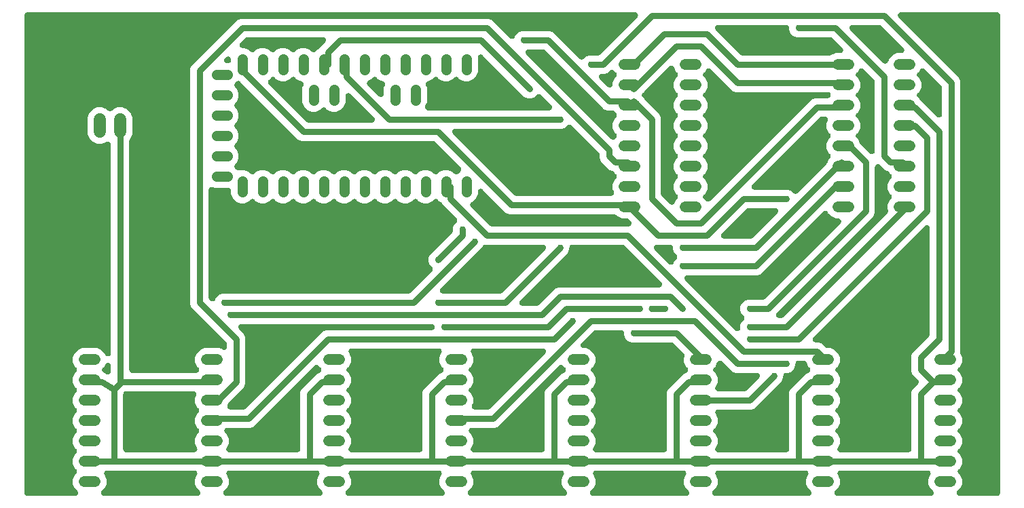
<source format=gbr>
G04 EAGLE Gerber X2 export*
%TF.Part,Single*%
%TF.FileFunction,Copper,L2,Bot,Mixed*%
%TF.FilePolarity,Positive*%
%TF.GenerationSoftware,Autodesk,EAGLE,8.7.0*%
%TF.CreationDate,2018-05-24T18:28:41Z*%
G75*
%MOMM*%
%FSLAX34Y34*%
%LPD*%
%AMOC8*
5,1,8,0,0,1.08239X$1,22.5*%
G01*
%ADD10C,1.320800*%
%ADD11C,1.308000*%
%ADD12C,1.508000*%
%ADD13C,0.762000*%
%ADD14C,0.756400*%

G36*
X477322Y-5068D02*
X477322Y-5068D01*
X477483Y-5066D01*
X477597Y-5048D01*
X477712Y-5039D01*
X477870Y-5005D01*
X478028Y-4980D01*
X478138Y-4945D01*
X478251Y-4920D01*
X478401Y-4863D01*
X478555Y-4816D01*
X478659Y-4766D01*
X478767Y-4725D01*
X478907Y-4647D01*
X479052Y-4577D01*
X479148Y-4513D01*
X479249Y-4457D01*
X479377Y-4359D01*
X479510Y-4270D01*
X479595Y-4192D01*
X479687Y-4122D01*
X479800Y-4007D01*
X479919Y-3899D01*
X479992Y-3810D01*
X480073Y-3727D01*
X480167Y-3597D01*
X480269Y-3473D01*
X480329Y-3374D01*
X480397Y-3281D01*
X480472Y-3139D01*
X480555Y-3001D01*
X480600Y-2895D01*
X480654Y-2793D01*
X480707Y-2641D01*
X480770Y-2493D01*
X480799Y-2381D01*
X480837Y-2272D01*
X480868Y-2115D01*
X480908Y-1959D01*
X480921Y-1844D01*
X480943Y-1731D01*
X480951Y-1571D01*
X480969Y-1411D01*
X480965Y-1295D01*
X480970Y-1180D01*
X480955Y-1020D01*
X480949Y-860D01*
X480928Y-746D01*
X480917Y-631D01*
X480879Y-475D01*
X480850Y-317D01*
X480813Y-207D01*
X480786Y-95D01*
X480725Y54D01*
X480674Y206D01*
X480621Y309D01*
X480578Y416D01*
X480497Y555D01*
X480424Y698D01*
X480357Y792D01*
X480299Y892D01*
X480198Y1017D01*
X480105Y1148D01*
X479998Y1267D01*
X479953Y1322D01*
X479916Y1357D01*
X479856Y1424D01*
X476637Y4642D01*
X474471Y9870D01*
X474471Y15530D01*
X476637Y20758D01*
X478586Y22706D01*
X478615Y22741D01*
X478649Y22771D01*
X478723Y22861D01*
X478798Y22938D01*
X478862Y23026D01*
X478946Y23124D01*
X478971Y23162D01*
X478999Y23197D01*
X479067Y23307D01*
X479122Y23384D01*
X479167Y23469D01*
X479243Y23589D01*
X479262Y23630D01*
X479285Y23669D01*
X479340Y23799D01*
X479379Y23872D01*
X479407Y23952D01*
X479470Y24092D01*
X479482Y24135D01*
X479500Y24177D01*
X479538Y24325D01*
X479562Y24393D01*
X479576Y24464D01*
X479621Y24622D01*
X479627Y24667D01*
X479638Y24711D01*
X479656Y24874D01*
X479668Y24934D01*
X479671Y24996D01*
X479694Y25169D01*
X479694Y25214D01*
X479699Y25259D01*
X479693Y25434D01*
X479695Y25485D01*
X479690Y25538D01*
X479688Y25721D01*
X479681Y25765D01*
X479679Y25810D01*
X479646Y25991D01*
X479642Y26034D01*
X479631Y26077D01*
X479602Y26266D01*
X479588Y26309D01*
X479580Y26353D01*
X479519Y26534D01*
X479510Y26570D01*
X479496Y26605D01*
X479438Y26792D01*
X479418Y26833D01*
X479404Y26876D01*
X479315Y27051D01*
X479303Y27081D01*
X479286Y27109D01*
X479199Y27290D01*
X479174Y27327D01*
X479154Y27368D01*
X479038Y27531D01*
X479023Y27557D01*
X479005Y27580D01*
X478892Y27748D01*
X478862Y27781D01*
X478835Y27818D01*
X478586Y28094D01*
X476637Y30042D01*
X474471Y35270D01*
X474471Y40930D01*
X476637Y46158D01*
X478586Y48106D01*
X478615Y48141D01*
X478649Y48171D01*
X478796Y48350D01*
X478946Y48524D01*
X478971Y48562D01*
X478999Y48597D01*
X479119Y48794D01*
X479243Y48989D01*
X479262Y49030D01*
X479285Y49069D01*
X479375Y49281D01*
X479470Y49492D01*
X479482Y49535D01*
X479500Y49577D01*
X479558Y49800D01*
X479621Y50022D01*
X479627Y50067D01*
X479638Y50111D01*
X479664Y50340D01*
X479694Y50569D01*
X479694Y50614D01*
X479699Y50659D01*
X479691Y50890D01*
X479688Y51121D01*
X479681Y51165D01*
X479679Y51210D01*
X479638Y51437D01*
X479602Y51666D01*
X479588Y51709D01*
X479580Y51753D01*
X479506Y51972D01*
X479438Y52192D01*
X479418Y52233D01*
X479404Y52276D01*
X479299Y52482D01*
X479199Y52690D01*
X479174Y52727D01*
X479154Y52768D01*
X479020Y52957D01*
X478892Y53148D01*
X478862Y53181D01*
X478835Y53218D01*
X478586Y53494D01*
X476637Y55442D01*
X474471Y60670D01*
X474471Y66330D01*
X476637Y71558D01*
X478586Y73506D01*
X478615Y73541D01*
X478649Y73571D01*
X478796Y73750D01*
X478946Y73924D01*
X478971Y73962D01*
X478999Y73997D01*
X479119Y74194D01*
X479243Y74389D01*
X479262Y74430D01*
X479285Y74469D01*
X479375Y74681D01*
X479470Y74892D01*
X479482Y74935D01*
X479500Y74977D01*
X479558Y75200D01*
X479621Y75422D01*
X479627Y75467D01*
X479638Y75511D01*
X479664Y75739D01*
X479694Y75969D01*
X479694Y76014D01*
X479699Y76059D01*
X479691Y76290D01*
X479688Y76521D01*
X479681Y76565D01*
X479679Y76610D01*
X479638Y76837D01*
X479602Y77066D01*
X479588Y77109D01*
X479580Y77153D01*
X479506Y77372D01*
X479438Y77592D01*
X479418Y77633D01*
X479404Y77676D01*
X479299Y77882D01*
X479199Y78090D01*
X479174Y78127D01*
X479154Y78168D01*
X479020Y78357D01*
X478892Y78548D01*
X478862Y78581D01*
X478835Y78618D01*
X478586Y78894D01*
X476637Y80842D01*
X474471Y86070D01*
X474471Y91730D01*
X476637Y96958D01*
X478586Y98906D01*
X478615Y98941D01*
X478649Y98971D01*
X478725Y99063D01*
X478783Y99123D01*
X478836Y99196D01*
X478946Y99324D01*
X478971Y99362D01*
X478999Y99397D01*
X479087Y99541D01*
X479107Y99569D01*
X479127Y99606D01*
X479243Y99789D01*
X479262Y99830D01*
X479285Y99869D01*
X479375Y100081D01*
X479470Y100292D01*
X479482Y100335D01*
X479500Y100377D01*
X479558Y100600D01*
X479621Y100822D01*
X479627Y100867D01*
X479638Y100911D01*
X479664Y101140D01*
X479694Y101369D01*
X479694Y101414D01*
X479699Y101459D01*
X479691Y101690D01*
X479688Y101921D01*
X479681Y101965D01*
X479679Y102010D01*
X479638Y102237D01*
X479602Y102466D01*
X479588Y102509D01*
X479580Y102553D01*
X479506Y102772D01*
X479438Y102992D01*
X479418Y103033D01*
X479404Y103076D01*
X479299Y103282D01*
X479199Y103490D01*
X479174Y103527D01*
X479154Y103568D01*
X479020Y103757D01*
X478892Y103948D01*
X478862Y103981D01*
X478835Y104018D01*
X478586Y104294D01*
X476637Y106242D01*
X474471Y111470D01*
X474471Y117130D01*
X476637Y122358D01*
X478586Y124306D01*
X478615Y124341D01*
X478649Y124371D01*
X478796Y124550D01*
X478946Y124724D01*
X478971Y124762D01*
X478999Y124797D01*
X479119Y124994D01*
X479243Y125189D01*
X479262Y125230D01*
X479285Y125269D01*
X479375Y125481D01*
X479470Y125692D01*
X479482Y125735D01*
X479500Y125777D01*
X479558Y126000D01*
X479621Y126222D01*
X479627Y126267D01*
X479638Y126311D01*
X479664Y126540D01*
X479694Y126769D01*
X479694Y126814D01*
X479699Y126859D01*
X479691Y127090D01*
X479688Y127321D01*
X479681Y127365D01*
X479679Y127410D01*
X479638Y127637D01*
X479602Y127866D01*
X479588Y127909D01*
X479580Y127953D01*
X479506Y128172D01*
X479438Y128392D01*
X479418Y128433D01*
X479404Y128476D01*
X479299Y128682D01*
X479199Y128890D01*
X479174Y128927D01*
X479154Y128968D01*
X479020Y129157D01*
X478892Y129348D01*
X478862Y129381D01*
X478835Y129418D01*
X478586Y129694D01*
X476637Y131642D01*
X474471Y136870D01*
X474471Y142530D01*
X476637Y147758D01*
X478586Y149706D01*
X478615Y149741D01*
X478649Y149771D01*
X478795Y149949D01*
X478946Y150124D01*
X478971Y150162D01*
X478999Y150197D01*
X479119Y150394D01*
X479243Y150589D01*
X479262Y150630D01*
X479285Y150669D01*
X479375Y150881D01*
X479470Y151092D01*
X479482Y151135D01*
X479500Y151177D01*
X479558Y151400D01*
X479621Y151622D01*
X479627Y151667D01*
X479638Y151711D01*
X479664Y151939D01*
X479694Y152169D01*
X479694Y152214D01*
X479699Y152259D01*
X479691Y152490D01*
X479688Y152721D01*
X479681Y152765D01*
X479679Y152810D01*
X479638Y153037D01*
X479602Y153266D01*
X479588Y153309D01*
X479580Y153353D01*
X479506Y153572D01*
X479438Y153792D01*
X479418Y153833D01*
X479404Y153876D01*
X479299Y154082D01*
X479199Y154290D01*
X479174Y154327D01*
X479154Y154368D01*
X479020Y154557D01*
X478892Y154748D01*
X478862Y154781D01*
X478835Y154818D01*
X478586Y155094D01*
X476637Y157042D01*
X474471Y162270D01*
X474471Y167930D01*
X476637Y173158D01*
X480638Y177159D01*
X485866Y179325D01*
X504734Y179325D01*
X509962Y177159D01*
X513963Y173158D01*
X514641Y171522D01*
X514677Y171450D01*
X514705Y171375D01*
X514800Y171204D01*
X514888Y171029D01*
X514934Y170963D01*
X514973Y170893D01*
X515092Y170737D01*
X515204Y170577D01*
X515259Y170518D01*
X515308Y170454D01*
X515448Y170318D01*
X515582Y170175D01*
X515645Y170125D01*
X515703Y170069D01*
X515861Y169954D01*
X516014Y169832D01*
X516084Y169792D01*
X516149Y169744D01*
X516322Y169654D01*
X516492Y169555D01*
X516566Y169525D01*
X516637Y169488D01*
X516822Y169423D01*
X517004Y169350D01*
X517082Y169331D01*
X517158Y169305D01*
X517350Y169267D01*
X517540Y169221D01*
X517620Y169214D01*
X517699Y169198D01*
X517895Y169189D01*
X518090Y169171D01*
X518170Y169175D01*
X518250Y169171D01*
X518445Y169190D01*
X518640Y169201D01*
X518719Y169217D01*
X518799Y169224D01*
X518989Y169271D01*
X519181Y169310D01*
X519257Y169337D01*
X519335Y169356D01*
X519516Y169430D01*
X519701Y169496D01*
X519771Y169533D01*
X519846Y169564D01*
X520015Y169663D01*
X520188Y169755D01*
X520252Y169802D01*
X520322Y169843D01*
X520475Y169966D01*
X520632Y170082D01*
X520689Y170138D01*
X520752Y170188D01*
X520886Y170332D01*
X521025Y170469D01*
X521073Y170533D01*
X521128Y170592D01*
X521240Y170753D01*
X521357Y170909D01*
X521396Y170979D01*
X521442Y171046D01*
X521529Y171221D01*
X521623Y171393D01*
X521651Y171468D01*
X521687Y171540D01*
X521747Y171726D01*
X521816Y171910D01*
X521833Y171988D01*
X521858Y172065D01*
X521891Y172258D01*
X521932Y172449D01*
X521938Y172529D01*
X521951Y172608D01*
X521969Y172980D01*
X521969Y433335D01*
X521952Y433576D01*
X521939Y433816D01*
X521932Y433851D01*
X521929Y433886D01*
X521877Y434121D01*
X521830Y434357D01*
X521818Y434390D01*
X521810Y434424D01*
X521725Y434650D01*
X521644Y434876D01*
X521627Y434907D01*
X521615Y434940D01*
X521498Y435151D01*
X521385Y435363D01*
X521364Y435391D01*
X521347Y435422D01*
X521201Y435614D01*
X521058Y435808D01*
X521033Y435833D01*
X521012Y435861D01*
X520840Y436028D01*
X520671Y436200D01*
X520642Y436222D01*
X520617Y436246D01*
X520424Y436387D01*
X520230Y436533D01*
X520199Y436550D01*
X520171Y436571D01*
X519959Y436682D01*
X519747Y436798D01*
X519714Y436811D01*
X519683Y436827D01*
X519455Y436907D01*
X519230Y436991D01*
X519196Y436999D01*
X519162Y437010D01*
X518926Y437057D01*
X518691Y437108D01*
X518655Y437110D01*
X518621Y437117D01*
X518380Y437128D01*
X518140Y437145D01*
X518105Y437142D01*
X518070Y437144D01*
X517830Y437121D01*
X517590Y437102D01*
X517556Y437094D01*
X517521Y437091D01*
X517288Y437033D01*
X517052Y436980D01*
X517011Y436965D01*
X516985Y436959D01*
X516924Y436934D01*
X516702Y436855D01*
X511016Y434499D01*
X504984Y434499D01*
X499412Y436807D01*
X495147Y441072D01*
X492839Y446644D01*
X492839Y467756D01*
X495147Y473328D01*
X499412Y477593D01*
X504984Y479901D01*
X511016Y479901D01*
X516588Y477593D01*
X518006Y476174D01*
X518041Y476145D01*
X518071Y476111D01*
X518250Y475964D01*
X518424Y475813D01*
X518462Y475789D01*
X518497Y475760D01*
X518695Y475640D01*
X518889Y475517D01*
X518930Y475498D01*
X518969Y475475D01*
X519181Y475385D01*
X519392Y475290D01*
X519435Y475278D01*
X519477Y475260D01*
X519700Y475202D01*
X519922Y475139D01*
X519967Y475133D01*
X520011Y475121D01*
X520240Y475096D01*
X520469Y475065D01*
X520514Y475066D01*
X520559Y475061D01*
X520790Y475069D01*
X521021Y475072D01*
X521065Y475079D01*
X521110Y475081D01*
X521337Y475122D01*
X521566Y475158D01*
X521609Y475171D01*
X521653Y475180D01*
X521872Y475253D01*
X522092Y475322D01*
X522133Y475341D01*
X522176Y475356D01*
X522382Y475461D01*
X522590Y475560D01*
X522627Y475585D01*
X522668Y475606D01*
X522856Y475739D01*
X523048Y475868D01*
X523081Y475898D01*
X523118Y475924D01*
X523394Y476174D01*
X524812Y477593D01*
X530384Y479901D01*
X536416Y479901D01*
X541988Y477593D01*
X546253Y473328D01*
X548561Y467756D01*
X548561Y446644D01*
X546253Y441072D01*
X545946Y440766D01*
X545812Y440611D01*
X545672Y440460D01*
X545632Y440402D01*
X545586Y440349D01*
X545475Y440176D01*
X545358Y440006D01*
X545327Y439943D01*
X545289Y439884D01*
X545205Y439696D01*
X545113Y439512D01*
X545091Y439445D01*
X545062Y439381D01*
X545006Y439183D01*
X544942Y438987D01*
X544930Y438918D01*
X544911Y438850D01*
X544884Y438647D01*
X544849Y438444D01*
X544844Y438354D01*
X544838Y438303D01*
X544839Y438233D01*
X544831Y438072D01*
X544831Y152400D01*
X544834Y152355D01*
X544832Y152310D01*
X544854Y152080D01*
X544871Y151850D01*
X544880Y151806D01*
X544885Y151761D01*
X544940Y151537D01*
X544990Y151311D01*
X545006Y151269D01*
X545016Y151225D01*
X545103Y151011D01*
X545185Y150795D01*
X545207Y150756D01*
X545224Y150714D01*
X545341Y150515D01*
X545453Y150313D01*
X545481Y150277D01*
X545504Y150238D01*
X545648Y150058D01*
X545788Y149875D01*
X545820Y149843D01*
X545849Y149808D01*
X546019Y149650D01*
X546183Y149489D01*
X546219Y149463D01*
X546252Y149432D01*
X546443Y149300D01*
X546629Y149165D01*
X546669Y149144D01*
X546706Y149118D01*
X546914Y149015D01*
X547117Y148908D01*
X547160Y148893D01*
X547200Y148873D01*
X547420Y148802D01*
X547638Y148725D01*
X547682Y148716D01*
X547725Y148702D01*
X547953Y148663D01*
X548179Y148619D01*
X548224Y148617D01*
X548269Y148609D01*
X548640Y148591D01*
X628292Y148591D01*
X628452Y148602D01*
X628613Y148604D01*
X628727Y148622D01*
X628842Y148631D01*
X628999Y148665D01*
X629158Y148690D01*
X629268Y148725D01*
X629381Y148750D01*
X629531Y148807D01*
X629684Y148854D01*
X629789Y148904D01*
X629897Y148945D01*
X630037Y149023D01*
X630182Y149093D01*
X630278Y149157D01*
X630379Y149213D01*
X630507Y149311D01*
X630640Y149400D01*
X630726Y149478D01*
X630817Y149548D01*
X630929Y149663D01*
X631049Y149771D01*
X631122Y149860D01*
X631203Y149943D01*
X631297Y150072D01*
X631399Y150197D01*
X631459Y150296D01*
X631527Y150389D01*
X631602Y150531D01*
X631685Y150669D01*
X631730Y150775D01*
X631784Y150877D01*
X631837Y151029D01*
X631900Y151177D01*
X631929Y151289D01*
X631967Y151398D01*
X631998Y151555D01*
X632038Y151711D01*
X632051Y151826D01*
X632073Y151939D01*
X632081Y152099D01*
X632099Y152259D01*
X632095Y152375D01*
X632100Y152490D01*
X632085Y152650D01*
X632079Y152810D01*
X632058Y152924D01*
X632047Y153039D01*
X632009Y153195D01*
X631980Y153353D01*
X631943Y153463D01*
X631916Y153575D01*
X631855Y153724D01*
X631804Y153876D01*
X631751Y153979D01*
X631708Y154086D01*
X631627Y154225D01*
X631554Y154368D01*
X631487Y154462D01*
X631429Y154562D01*
X631328Y154687D01*
X631235Y154818D01*
X631128Y154937D01*
X631083Y154992D01*
X631046Y155027D01*
X630986Y155094D01*
X629037Y157042D01*
X626871Y162270D01*
X626871Y167930D01*
X629037Y173158D01*
X633038Y177159D01*
X638266Y179325D01*
X657134Y179325D01*
X661482Y177523D01*
X661711Y177448D01*
X661938Y177368D01*
X661972Y177361D01*
X662006Y177350D01*
X662244Y177308D01*
X662479Y177261D01*
X662514Y177260D01*
X662549Y177254D01*
X662791Y177246D01*
X663030Y177235D01*
X663065Y177238D01*
X663101Y177237D01*
X663340Y177264D01*
X663579Y177287D01*
X663613Y177296D01*
X663649Y177300D01*
X663882Y177362D01*
X664115Y177419D01*
X664148Y177432D01*
X664182Y177442D01*
X664402Y177536D01*
X664626Y177627D01*
X664657Y177645D01*
X664689Y177659D01*
X664894Y177784D01*
X665102Y177906D01*
X665129Y177928D01*
X665159Y177947D01*
X665344Y178100D01*
X665532Y178251D01*
X665556Y178277D01*
X665583Y178300D01*
X665743Y178478D01*
X665908Y178655D01*
X665928Y178684D01*
X665952Y178710D01*
X666085Y178910D01*
X666222Y179109D01*
X666238Y179140D01*
X666257Y179170D01*
X666360Y179387D01*
X666467Y179603D01*
X666478Y179637D01*
X666493Y179669D01*
X666563Y179898D01*
X666638Y180128D01*
X666644Y180163D01*
X666654Y180196D01*
X666690Y180434D01*
X666731Y180671D01*
X666733Y180715D01*
X666737Y180742D01*
X666738Y180808D01*
X666749Y181043D01*
X666749Y184187D01*
X666734Y184393D01*
X666727Y184598D01*
X666714Y184667D01*
X666709Y184738D01*
X666665Y184939D01*
X666628Y185141D01*
X666606Y185207D01*
X666590Y185276D01*
X666517Y185468D01*
X666452Y185663D01*
X666420Y185726D01*
X666395Y185792D01*
X666295Y185972D01*
X666202Y186155D01*
X666161Y186213D01*
X666127Y186274D01*
X666002Y186438D01*
X665883Y186606D01*
X665823Y186673D01*
X665792Y186713D01*
X665741Y186762D01*
X665634Y186881D01*
X622770Y229745D01*
X621029Y233946D01*
X621029Y528054D01*
X622770Y532255D01*
X679325Y588810D01*
X683526Y590551D01*
X992874Y590551D01*
X997075Y588811D01*
X1019347Y566538D01*
X1019530Y566380D01*
X1019709Y566220D01*
X1019738Y566200D01*
X1019765Y566177D01*
X1019969Y566047D01*
X1020168Y565914D01*
X1020200Y565899D01*
X1020230Y565880D01*
X1020450Y565781D01*
X1020667Y565679D01*
X1020701Y565668D01*
X1020733Y565654D01*
X1020965Y565588D01*
X1021195Y565518D01*
X1021229Y565512D01*
X1021263Y565502D01*
X1021502Y565471D01*
X1021740Y565434D01*
X1021775Y565434D01*
X1021810Y565429D01*
X1022051Y565432D01*
X1022292Y565431D01*
X1022327Y565435D01*
X1022362Y565436D01*
X1022600Y565473D01*
X1022838Y565507D01*
X1022872Y565516D01*
X1022907Y565522D01*
X1023137Y565594D01*
X1023368Y565661D01*
X1023400Y565675D01*
X1023433Y565686D01*
X1023651Y565790D01*
X1023870Y565890D01*
X1023899Y565909D01*
X1023931Y565924D01*
X1024131Y566058D01*
X1024333Y566189D01*
X1024360Y566212D01*
X1024389Y566232D01*
X1024567Y566394D01*
X1024748Y566552D01*
X1024771Y566579D01*
X1024798Y566602D01*
X1024951Y566789D01*
X1025107Y566971D01*
X1025126Y567001D01*
X1025148Y567028D01*
X1025273Y567235D01*
X1025401Y567438D01*
X1025420Y567477D01*
X1025434Y567500D01*
X1025460Y567561D01*
X1025560Y567774D01*
X1026629Y570355D01*
X1029845Y573570D01*
X1034046Y575311D01*
X1069074Y575311D01*
X1073275Y573571D01*
X1106016Y540829D01*
X1106051Y540800D01*
X1106081Y540766D01*
X1106259Y540619D01*
X1106434Y540468D01*
X1106472Y540444D01*
X1106507Y540415D01*
X1106704Y540296D01*
X1106899Y540171D01*
X1106940Y540153D01*
X1106979Y540130D01*
X1107191Y540040D01*
X1107402Y539945D01*
X1107445Y539933D01*
X1107487Y539915D01*
X1107710Y539857D01*
X1107932Y539794D01*
X1107977Y539788D01*
X1108021Y539776D01*
X1108250Y539751D01*
X1108479Y539720D01*
X1108524Y539721D01*
X1108569Y539716D01*
X1108800Y539724D01*
X1109031Y539727D01*
X1109075Y539734D01*
X1109120Y539736D01*
X1109347Y539777D01*
X1109576Y539813D01*
X1109619Y539826D01*
X1109663Y539835D01*
X1109882Y539908D01*
X1110102Y539977D01*
X1110143Y539996D01*
X1110186Y540011D01*
X1110391Y540115D01*
X1110600Y540215D01*
X1110638Y540240D01*
X1110678Y540261D01*
X1110866Y540394D01*
X1111058Y540523D01*
X1111091Y540553D01*
X1111128Y540579D01*
X1111404Y540829D01*
X1113665Y543090D01*
X1117866Y544831D01*
X1129067Y544831D01*
X1129273Y544846D01*
X1129478Y544853D01*
X1129547Y544866D01*
X1129618Y544871D01*
X1129819Y544915D01*
X1130021Y544952D01*
X1130087Y544974D01*
X1130156Y544990D01*
X1130348Y545063D01*
X1130543Y545128D01*
X1130606Y545160D01*
X1130672Y545185D01*
X1130852Y545285D01*
X1131035Y545378D01*
X1131093Y545419D01*
X1131154Y545453D01*
X1131318Y545578D01*
X1131486Y545697D01*
X1131552Y545757D01*
X1131593Y545788D01*
X1131642Y545839D01*
X1131761Y545946D01*
X1177991Y592176D01*
X1178096Y592298D01*
X1178208Y592413D01*
X1178276Y592506D01*
X1178352Y592594D01*
X1178438Y592730D01*
X1178533Y592859D01*
X1178586Y592961D01*
X1178649Y593059D01*
X1178715Y593205D01*
X1178789Y593347D01*
X1178828Y593456D01*
X1178875Y593562D01*
X1178919Y593716D01*
X1178972Y593868D01*
X1178995Y593981D01*
X1179026Y594092D01*
X1179048Y594252D01*
X1179079Y594409D01*
X1179084Y594524D01*
X1179100Y594639D01*
X1179098Y594800D01*
X1179106Y594960D01*
X1179095Y595075D01*
X1179093Y595191D01*
X1179068Y595350D01*
X1179053Y595509D01*
X1179025Y595621D01*
X1179007Y595736D01*
X1178959Y595889D01*
X1178921Y596045D01*
X1178878Y596152D01*
X1178843Y596262D01*
X1178774Y596407D01*
X1178713Y596556D01*
X1178655Y596656D01*
X1178605Y596760D01*
X1178515Y596893D01*
X1178434Y597032D01*
X1178362Y597122D01*
X1178297Y597218D01*
X1178189Y597337D01*
X1178089Y597462D01*
X1178004Y597541D01*
X1177927Y597627D01*
X1177803Y597729D01*
X1177685Y597838D01*
X1177590Y597904D01*
X1177501Y597977D01*
X1177363Y598061D01*
X1177231Y598152D01*
X1177128Y598203D01*
X1177029Y598263D01*
X1176881Y598325D01*
X1176737Y598397D01*
X1176627Y598433D01*
X1176521Y598478D01*
X1176365Y598518D01*
X1176212Y598568D01*
X1176098Y598587D01*
X1175987Y598616D01*
X1175827Y598634D01*
X1175669Y598661D01*
X1175508Y598669D01*
X1175438Y598677D01*
X1175388Y598675D01*
X1175297Y598679D01*
X417830Y598679D01*
X417785Y598676D01*
X417740Y598678D01*
X417510Y598656D01*
X417280Y598639D01*
X417236Y598630D01*
X417191Y598625D01*
X416967Y598570D01*
X416741Y598520D01*
X416699Y598504D01*
X416655Y598494D01*
X416441Y598407D01*
X416225Y598325D01*
X416186Y598303D01*
X416144Y598286D01*
X415945Y598169D01*
X415743Y598057D01*
X415707Y598029D01*
X415668Y598006D01*
X415488Y597862D01*
X415305Y597722D01*
X415273Y597690D01*
X415238Y597661D01*
X415080Y597491D01*
X414919Y597327D01*
X414893Y597291D01*
X414862Y597258D01*
X414730Y597067D01*
X414595Y596881D01*
X414574Y596841D01*
X414548Y596804D01*
X414445Y596596D01*
X414338Y596393D01*
X414323Y596350D01*
X414303Y596310D01*
X414232Y596090D01*
X414155Y595872D01*
X414146Y595828D01*
X414132Y595785D01*
X414093Y595557D01*
X414049Y595331D01*
X414047Y595286D01*
X414039Y595241D01*
X414021Y594870D01*
X414021Y-1270D01*
X414024Y-1315D01*
X414022Y-1360D01*
X414044Y-1590D01*
X414061Y-1820D01*
X414070Y-1864D01*
X414075Y-1909D01*
X414130Y-2133D01*
X414180Y-2359D01*
X414196Y-2401D01*
X414206Y-2445D01*
X414293Y-2659D01*
X414375Y-2875D01*
X414397Y-2914D01*
X414414Y-2956D01*
X414531Y-3155D01*
X414643Y-3357D01*
X414671Y-3393D01*
X414694Y-3432D01*
X414838Y-3612D01*
X414978Y-3795D01*
X415010Y-3827D01*
X415039Y-3862D01*
X415209Y-4020D01*
X415373Y-4181D01*
X415409Y-4207D01*
X415442Y-4238D01*
X415633Y-4370D01*
X415819Y-4505D01*
X415859Y-4526D01*
X415896Y-4552D01*
X416104Y-4655D01*
X416307Y-4762D01*
X416350Y-4777D01*
X416390Y-4797D01*
X416610Y-4868D01*
X416828Y-4945D01*
X416872Y-4954D01*
X416915Y-4968D01*
X417143Y-5007D01*
X417369Y-5051D01*
X417414Y-5053D01*
X417459Y-5061D01*
X417830Y-5079D01*
X477162Y-5079D01*
X477322Y-5068D01*
G37*
G36*
X648671Y237772D02*
X648671Y237772D01*
X648912Y237771D01*
X648947Y237775D01*
X648982Y237776D01*
X649220Y237813D01*
X649458Y237847D01*
X649492Y237856D01*
X649527Y237862D01*
X649756Y237933D01*
X649988Y238001D01*
X650020Y238015D01*
X650053Y238026D01*
X650270Y238130D01*
X650490Y238230D01*
X650519Y238249D01*
X650551Y238264D01*
X650750Y238398D01*
X650953Y238529D01*
X650980Y238552D01*
X651009Y238572D01*
X651187Y238734D01*
X651368Y238892D01*
X651391Y238919D01*
X651418Y238942D01*
X651571Y239128D01*
X651727Y239311D01*
X651746Y239341D01*
X651768Y239368D01*
X651893Y239574D01*
X652021Y239778D01*
X652040Y239817D01*
X652054Y239840D01*
X652080Y239901D01*
X652180Y240114D01*
X653249Y242695D01*
X656465Y245910D01*
X660666Y247651D01*
X892847Y247651D01*
X893053Y247666D01*
X893258Y247673D01*
X893327Y247686D01*
X893398Y247691D01*
X893599Y247735D01*
X893801Y247772D01*
X893867Y247794D01*
X893936Y247810D01*
X894128Y247883D01*
X894323Y247948D01*
X894386Y247980D01*
X894452Y248005D01*
X894632Y248105D01*
X894815Y248198D01*
X894873Y248239D01*
X894934Y248273D01*
X895098Y248398D01*
X895266Y248517D01*
X895332Y248577D01*
X895373Y248608D01*
X895422Y248659D01*
X895541Y248766D01*
X922211Y275436D01*
X922240Y275471D01*
X922274Y275501D01*
X922421Y275679D01*
X922572Y275854D01*
X922596Y275892D01*
X922625Y275927D01*
X922744Y276124D01*
X922869Y276319D01*
X922887Y276360D01*
X922910Y276399D01*
X923000Y276611D01*
X923095Y276822D01*
X923107Y276865D01*
X923125Y276907D01*
X923183Y277130D01*
X923246Y277352D01*
X923252Y277397D01*
X923264Y277441D01*
X923289Y277670D01*
X923320Y277899D01*
X923319Y277944D01*
X923324Y277989D01*
X923316Y278220D01*
X923313Y278451D01*
X923306Y278495D01*
X923304Y278540D01*
X923263Y278767D01*
X923227Y278996D01*
X923214Y279039D01*
X923205Y279083D01*
X923132Y279302D01*
X923063Y279522D01*
X923044Y279563D01*
X923029Y279606D01*
X922925Y279811D01*
X922825Y280020D01*
X922800Y280058D01*
X922779Y280098D01*
X922646Y280286D01*
X922517Y280478D01*
X922487Y280511D01*
X922461Y280548D01*
X922211Y280824D01*
X919950Y283085D01*
X918209Y287286D01*
X918209Y291834D01*
X919950Y296035D01*
X947574Y323659D01*
X947683Y323786D01*
X947764Y323868D01*
X947783Y323896D01*
X947848Y323965D01*
X947888Y324023D01*
X947934Y324076D01*
X948045Y324249D01*
X948162Y324419D01*
X948193Y324482D01*
X948231Y324541D01*
X948315Y324729D01*
X948407Y324913D01*
X948429Y324980D01*
X948458Y325044D01*
X948514Y325242D01*
X948578Y325438D01*
X948590Y325507D01*
X948609Y325575D01*
X948636Y325779D01*
X948671Y325981D01*
X948676Y326072D01*
X948682Y326122D01*
X948681Y326192D01*
X948689Y326353D01*
X948689Y329934D01*
X950430Y334135D01*
X952691Y336396D01*
X952720Y336430D01*
X952754Y336461D01*
X952901Y336640D01*
X953052Y336814D01*
X953076Y336852D01*
X953105Y336887D01*
X953224Y337084D01*
X953349Y337279D01*
X953367Y337320D01*
X953390Y337359D01*
X953480Y337571D01*
X953575Y337782D01*
X953587Y337825D01*
X953605Y337867D01*
X953663Y338090D01*
X953726Y338312D01*
X953732Y338357D01*
X953744Y338401D01*
X953769Y338630D01*
X953800Y338859D01*
X953799Y338904D01*
X953804Y338949D01*
X953796Y339180D01*
X953793Y339411D01*
X953786Y339455D01*
X953784Y339500D01*
X953743Y339727D01*
X953707Y339956D01*
X953694Y339999D01*
X953685Y340043D01*
X953612Y340262D01*
X953543Y340482D01*
X953524Y340523D01*
X953509Y340566D01*
X953405Y340771D01*
X953305Y340980D01*
X953280Y341018D01*
X953259Y341058D01*
X953126Y341246D01*
X952997Y341438D01*
X952967Y341471D01*
X952941Y341508D01*
X952691Y341784D01*
X935190Y359285D01*
X934915Y359948D01*
X934823Y360132D01*
X934737Y360319D01*
X934699Y360379D01*
X934667Y360441D01*
X934550Y360610D01*
X934438Y360783D01*
X934392Y360836D01*
X934351Y360894D01*
X934210Y361043D01*
X934075Y361198D01*
X934021Y361244D01*
X933973Y361295D01*
X933812Y361423D01*
X933656Y361557D01*
X933596Y361594D01*
X933541Y361638D01*
X933363Y361741D01*
X933189Y361851D01*
X933108Y361890D01*
X933064Y361915D01*
X932998Y361941D01*
X932853Y362010D01*
X931779Y362455D01*
X929794Y364440D01*
X929760Y364470D01*
X929729Y364503D01*
X929550Y364650D01*
X929376Y364801D01*
X929338Y364825D01*
X929303Y364854D01*
X929106Y364973D01*
X928911Y365098D01*
X928870Y365116D01*
X928831Y365140D01*
X928619Y365229D01*
X928408Y365324D01*
X928365Y365337D01*
X928323Y365354D01*
X928100Y365412D01*
X927878Y365476D01*
X927833Y365482D01*
X927789Y365493D01*
X927560Y365518D01*
X927331Y365549D01*
X927286Y365548D01*
X927241Y365553D01*
X927010Y365545D01*
X926779Y365542D01*
X926735Y365535D01*
X926689Y365534D01*
X926463Y365492D01*
X926234Y365456D01*
X926191Y365443D01*
X926147Y365435D01*
X925928Y365361D01*
X925708Y365292D01*
X925667Y365273D01*
X925624Y365258D01*
X925419Y365154D01*
X925210Y365054D01*
X925172Y365029D01*
X925132Y365008D01*
X924944Y364875D01*
X924752Y364746D01*
X924719Y364716D01*
X924682Y364690D01*
X924406Y364440D01*
X922421Y362455D01*
X917217Y360299D01*
X911583Y360299D01*
X906379Y362455D01*
X904394Y364440D01*
X904360Y364470D01*
X904329Y364503D01*
X904150Y364650D01*
X903976Y364801D01*
X903938Y364825D01*
X903903Y364854D01*
X903706Y364973D01*
X903511Y365098D01*
X903470Y365116D01*
X903431Y365140D01*
X903219Y365229D01*
X903008Y365324D01*
X902965Y365337D01*
X902923Y365354D01*
X902700Y365412D01*
X902478Y365476D01*
X902433Y365482D01*
X902389Y365493D01*
X902160Y365518D01*
X901931Y365549D01*
X901886Y365548D01*
X901841Y365553D01*
X901610Y365545D01*
X901379Y365542D01*
X901335Y365535D01*
X901289Y365534D01*
X901063Y365492D01*
X900834Y365456D01*
X900791Y365443D01*
X900747Y365435D01*
X900528Y365361D01*
X900308Y365292D01*
X900267Y365273D01*
X900224Y365258D01*
X900019Y365154D01*
X899810Y365054D01*
X899772Y365029D01*
X899732Y365008D01*
X899544Y364875D01*
X899352Y364746D01*
X899319Y364716D01*
X899282Y364690D01*
X899006Y364440D01*
X897021Y362455D01*
X891817Y360299D01*
X886183Y360299D01*
X880979Y362455D01*
X878994Y364440D01*
X878960Y364470D01*
X878929Y364503D01*
X878750Y364650D01*
X878576Y364801D01*
X878538Y364825D01*
X878503Y364854D01*
X878306Y364973D01*
X878111Y365098D01*
X878070Y365116D01*
X878031Y365140D01*
X877819Y365229D01*
X877608Y365324D01*
X877565Y365337D01*
X877523Y365354D01*
X877300Y365412D01*
X877078Y365476D01*
X877033Y365482D01*
X876989Y365493D01*
X876760Y365518D01*
X876531Y365549D01*
X876486Y365548D01*
X876441Y365553D01*
X876210Y365545D01*
X875979Y365542D01*
X875935Y365535D01*
X875889Y365534D01*
X875663Y365492D01*
X875434Y365456D01*
X875391Y365443D01*
X875347Y365435D01*
X875128Y365361D01*
X874908Y365292D01*
X874867Y365273D01*
X874824Y365258D01*
X874619Y365154D01*
X874410Y365054D01*
X874372Y365029D01*
X874332Y365008D01*
X874144Y364875D01*
X873952Y364746D01*
X873919Y364716D01*
X873882Y364690D01*
X873606Y364440D01*
X871621Y362455D01*
X866417Y360299D01*
X860783Y360299D01*
X855579Y362455D01*
X853594Y364440D01*
X853560Y364470D01*
X853529Y364503D01*
X853350Y364650D01*
X853176Y364801D01*
X853138Y364825D01*
X853103Y364854D01*
X852906Y364973D01*
X852711Y365098D01*
X852670Y365116D01*
X852631Y365140D01*
X852419Y365229D01*
X852208Y365324D01*
X852165Y365337D01*
X852123Y365354D01*
X851900Y365412D01*
X851678Y365476D01*
X851633Y365482D01*
X851589Y365493D01*
X851360Y365518D01*
X851131Y365549D01*
X851086Y365548D01*
X851041Y365553D01*
X850810Y365545D01*
X850579Y365542D01*
X850535Y365535D01*
X850489Y365534D01*
X850263Y365492D01*
X850034Y365456D01*
X849991Y365443D01*
X849947Y365435D01*
X849728Y365361D01*
X849508Y365292D01*
X849467Y365273D01*
X849424Y365258D01*
X849219Y365154D01*
X849010Y365054D01*
X848972Y365029D01*
X848932Y365008D01*
X848744Y364875D01*
X848552Y364746D01*
X848519Y364716D01*
X848482Y364690D01*
X848206Y364440D01*
X846221Y362455D01*
X841017Y360299D01*
X835383Y360299D01*
X830179Y362455D01*
X828194Y364440D01*
X828160Y364470D01*
X828129Y364503D01*
X827950Y364650D01*
X827776Y364801D01*
X827738Y364825D01*
X827703Y364854D01*
X827506Y364973D01*
X827311Y365098D01*
X827270Y365116D01*
X827231Y365140D01*
X827019Y365229D01*
X826808Y365324D01*
X826765Y365337D01*
X826723Y365354D01*
X826500Y365412D01*
X826278Y365476D01*
X826233Y365482D01*
X826189Y365493D01*
X825960Y365518D01*
X825731Y365549D01*
X825686Y365548D01*
X825641Y365553D01*
X825410Y365545D01*
X825179Y365542D01*
X825135Y365535D01*
X825089Y365534D01*
X824863Y365492D01*
X824634Y365456D01*
X824591Y365443D01*
X824547Y365435D01*
X824328Y365361D01*
X824108Y365292D01*
X824067Y365273D01*
X824024Y365258D01*
X823819Y365154D01*
X823610Y365054D01*
X823572Y365029D01*
X823532Y365008D01*
X823344Y364875D01*
X823152Y364746D01*
X823119Y364716D01*
X823082Y364690D01*
X822806Y364440D01*
X820821Y362455D01*
X815617Y360299D01*
X809983Y360299D01*
X804779Y362455D01*
X802794Y364440D01*
X802760Y364470D01*
X802729Y364503D01*
X802550Y364650D01*
X802376Y364801D01*
X802338Y364825D01*
X802303Y364854D01*
X802106Y364973D01*
X801911Y365098D01*
X801870Y365116D01*
X801831Y365140D01*
X801619Y365229D01*
X801408Y365324D01*
X801365Y365337D01*
X801323Y365354D01*
X801100Y365412D01*
X800878Y365476D01*
X800833Y365482D01*
X800789Y365493D01*
X800560Y365518D01*
X800331Y365549D01*
X800286Y365548D01*
X800241Y365553D01*
X800010Y365545D01*
X799779Y365542D01*
X799735Y365535D01*
X799689Y365534D01*
X799463Y365492D01*
X799234Y365456D01*
X799191Y365443D01*
X799147Y365435D01*
X798928Y365361D01*
X798708Y365292D01*
X798667Y365273D01*
X798624Y365258D01*
X798419Y365154D01*
X798210Y365054D01*
X798172Y365029D01*
X798132Y365008D01*
X797944Y364875D01*
X797752Y364746D01*
X797719Y364716D01*
X797682Y364690D01*
X797406Y364440D01*
X795421Y362455D01*
X790217Y360299D01*
X784583Y360299D01*
X779379Y362455D01*
X777394Y364440D01*
X777360Y364470D01*
X777329Y364503D01*
X777150Y364650D01*
X776976Y364801D01*
X776938Y364825D01*
X776903Y364854D01*
X776706Y364973D01*
X776511Y365098D01*
X776470Y365116D01*
X776431Y365140D01*
X776219Y365229D01*
X776008Y365324D01*
X775965Y365337D01*
X775923Y365354D01*
X775700Y365412D01*
X775478Y365476D01*
X775433Y365482D01*
X775389Y365493D01*
X775160Y365518D01*
X774931Y365549D01*
X774886Y365548D01*
X774841Y365553D01*
X774610Y365545D01*
X774379Y365542D01*
X774335Y365535D01*
X774289Y365534D01*
X774063Y365492D01*
X773834Y365456D01*
X773791Y365443D01*
X773747Y365435D01*
X773528Y365361D01*
X773308Y365292D01*
X773267Y365273D01*
X773224Y365258D01*
X773019Y365154D01*
X772810Y365054D01*
X772772Y365029D01*
X772732Y365008D01*
X772544Y364875D01*
X772352Y364746D01*
X772319Y364716D01*
X772282Y364690D01*
X772006Y364440D01*
X770021Y362455D01*
X764817Y360299D01*
X759183Y360299D01*
X753979Y362455D01*
X751994Y364440D01*
X751960Y364470D01*
X751929Y364503D01*
X751750Y364650D01*
X751576Y364801D01*
X751538Y364825D01*
X751503Y364854D01*
X751306Y364973D01*
X751111Y365098D01*
X751070Y365116D01*
X751031Y365140D01*
X750819Y365229D01*
X750608Y365324D01*
X750565Y365337D01*
X750523Y365354D01*
X750300Y365412D01*
X750078Y365476D01*
X750033Y365482D01*
X749989Y365493D01*
X749760Y365518D01*
X749531Y365549D01*
X749486Y365548D01*
X749441Y365553D01*
X749210Y365545D01*
X748979Y365542D01*
X748935Y365535D01*
X748889Y365534D01*
X748663Y365492D01*
X748434Y365456D01*
X748391Y365443D01*
X748347Y365435D01*
X748128Y365361D01*
X747908Y365292D01*
X747867Y365273D01*
X747824Y365258D01*
X747619Y365154D01*
X747410Y365054D01*
X747372Y365029D01*
X747332Y365008D01*
X747144Y364875D01*
X746952Y364746D01*
X746919Y364716D01*
X746882Y364690D01*
X746606Y364440D01*
X744621Y362455D01*
X739417Y360299D01*
X733783Y360299D01*
X728579Y362455D01*
X726594Y364440D01*
X726560Y364470D01*
X726529Y364503D01*
X726350Y364650D01*
X726176Y364801D01*
X726138Y364825D01*
X726103Y364854D01*
X725906Y364973D01*
X725711Y365098D01*
X725670Y365116D01*
X725631Y365140D01*
X725419Y365229D01*
X725208Y365324D01*
X725165Y365337D01*
X725123Y365354D01*
X724900Y365412D01*
X724678Y365476D01*
X724633Y365482D01*
X724589Y365493D01*
X724360Y365518D01*
X724131Y365549D01*
X724086Y365548D01*
X724041Y365553D01*
X723810Y365545D01*
X723579Y365542D01*
X723535Y365535D01*
X723489Y365534D01*
X723263Y365492D01*
X723034Y365456D01*
X722991Y365443D01*
X722947Y365435D01*
X722728Y365361D01*
X722508Y365292D01*
X722467Y365273D01*
X722424Y365258D01*
X722219Y365154D01*
X722010Y365054D01*
X721972Y365029D01*
X721932Y365008D01*
X721744Y364875D01*
X721552Y364746D01*
X721519Y364716D01*
X721482Y364690D01*
X721206Y364440D01*
X719221Y362455D01*
X714017Y360299D01*
X708383Y360299D01*
X703179Y362455D01*
X701194Y364440D01*
X701160Y364470D01*
X701129Y364503D01*
X700950Y364650D01*
X700776Y364801D01*
X700738Y364825D01*
X700703Y364854D01*
X700506Y364973D01*
X700311Y365098D01*
X700270Y365116D01*
X700231Y365140D01*
X700019Y365229D01*
X699808Y365324D01*
X699765Y365337D01*
X699723Y365354D01*
X699500Y365412D01*
X699278Y365476D01*
X699233Y365482D01*
X699189Y365493D01*
X698960Y365518D01*
X698731Y365549D01*
X698686Y365548D01*
X698641Y365553D01*
X698410Y365545D01*
X698179Y365542D01*
X698135Y365535D01*
X698089Y365534D01*
X697863Y365492D01*
X697634Y365456D01*
X697591Y365443D01*
X697547Y365435D01*
X697328Y365361D01*
X697108Y365292D01*
X697067Y365273D01*
X697024Y365258D01*
X696819Y365154D01*
X696610Y365054D01*
X696572Y365029D01*
X696532Y365008D01*
X696344Y364875D01*
X696152Y364746D01*
X696119Y364716D01*
X696082Y364690D01*
X695806Y364440D01*
X693821Y362455D01*
X688617Y360299D01*
X682983Y360299D01*
X677779Y362455D01*
X673795Y366439D01*
X671639Y371643D01*
X671639Y375730D01*
X671636Y375775D01*
X671638Y375820D01*
X671616Y376050D01*
X671599Y376280D01*
X671590Y376324D01*
X671585Y376369D01*
X671530Y376593D01*
X671480Y376819D01*
X671464Y376861D01*
X671454Y376905D01*
X671367Y377119D01*
X671285Y377335D01*
X671263Y377374D01*
X671246Y377416D01*
X671129Y377615D01*
X671017Y377817D01*
X670989Y377853D01*
X670966Y377892D01*
X670822Y378072D01*
X670682Y378255D01*
X670650Y378287D01*
X670621Y378322D01*
X670451Y378480D01*
X670287Y378641D01*
X670251Y378667D01*
X670218Y378698D01*
X670027Y378830D01*
X669841Y378965D01*
X669801Y378986D01*
X669764Y379012D01*
X669556Y379115D01*
X669353Y379222D01*
X669310Y379237D01*
X669270Y379257D01*
X669050Y379328D01*
X668832Y379405D01*
X668788Y379414D01*
X668745Y379428D01*
X668517Y379467D01*
X668291Y379511D01*
X668246Y379513D01*
X668201Y379521D01*
X667830Y379539D01*
X651043Y379539D01*
X649158Y380320D01*
X648928Y380396D01*
X648702Y380476D01*
X648668Y380483D01*
X648634Y380494D01*
X648397Y380536D01*
X648161Y380582D01*
X648126Y380584D01*
X648091Y380590D01*
X647850Y380597D01*
X647610Y380609D01*
X647575Y380606D01*
X647539Y380607D01*
X647300Y380579D01*
X647061Y380556D01*
X647027Y380548D01*
X646991Y380544D01*
X646758Y380482D01*
X646525Y380425D01*
X646492Y380411D01*
X646458Y380402D01*
X646237Y380307D01*
X646014Y380217D01*
X645984Y380199D01*
X645951Y380185D01*
X645746Y380060D01*
X645538Y379937D01*
X645511Y379915D01*
X645481Y379897D01*
X645297Y379744D01*
X645108Y379592D01*
X645084Y379566D01*
X645057Y379544D01*
X644897Y379366D01*
X644732Y379189D01*
X644712Y379160D01*
X644688Y379133D01*
X644555Y378933D01*
X644418Y378735D01*
X644402Y378703D01*
X644383Y378674D01*
X644280Y378457D01*
X644173Y378241D01*
X644162Y378207D01*
X644147Y378175D01*
X644077Y377945D01*
X644002Y377716D01*
X643996Y377681D01*
X643986Y377648D01*
X643950Y377410D01*
X643909Y377172D01*
X643907Y377129D01*
X643903Y377102D01*
X643902Y377037D01*
X643891Y376801D01*
X643891Y242533D01*
X643906Y242327D01*
X643913Y242122D01*
X643926Y242053D01*
X643931Y241982D01*
X643975Y241781D01*
X644012Y241579D01*
X644034Y241513D01*
X644050Y241444D01*
X644123Y241251D01*
X644188Y241057D01*
X644220Y240994D01*
X644245Y240928D01*
X644291Y240846D01*
X644295Y240836D01*
X644324Y240786D01*
X644345Y240748D01*
X644438Y240565D01*
X644479Y240507D01*
X644513Y240446D01*
X644560Y240385D01*
X644574Y240360D01*
X644648Y240268D01*
X644757Y240114D01*
X644817Y240048D01*
X644848Y240007D01*
X644890Y239966D01*
X644919Y239930D01*
X644950Y239901D01*
X645006Y239839D01*
X645967Y238878D01*
X646150Y238720D01*
X646329Y238560D01*
X646358Y238540D01*
X646385Y238517D01*
X646588Y238388D01*
X646788Y238254D01*
X646820Y238239D01*
X646850Y238220D01*
X647069Y238122D01*
X647287Y238019D01*
X647321Y238008D01*
X647353Y237994D01*
X647584Y237928D01*
X647815Y237858D01*
X647849Y237852D01*
X647883Y237843D01*
X648122Y237811D01*
X648360Y237774D01*
X648395Y237774D01*
X648430Y237769D01*
X648671Y237772D01*
G37*
G36*
X1626715Y-5076D02*
X1626715Y-5076D01*
X1626760Y-5078D01*
X1626990Y-5056D01*
X1627220Y-5039D01*
X1627264Y-5030D01*
X1627309Y-5025D01*
X1627533Y-4970D01*
X1627759Y-4920D01*
X1627801Y-4904D01*
X1627845Y-4894D01*
X1628059Y-4807D01*
X1628275Y-4725D01*
X1628314Y-4703D01*
X1628356Y-4686D01*
X1628555Y-4569D01*
X1628757Y-4457D01*
X1628793Y-4429D01*
X1628832Y-4406D01*
X1629012Y-4262D01*
X1629195Y-4122D01*
X1629227Y-4090D01*
X1629262Y-4061D01*
X1629420Y-3891D01*
X1629581Y-3727D01*
X1629607Y-3691D01*
X1629638Y-3658D01*
X1629770Y-3467D01*
X1629905Y-3281D01*
X1629926Y-3241D01*
X1629952Y-3204D01*
X1630055Y-2996D01*
X1630162Y-2793D01*
X1630177Y-2750D01*
X1630197Y-2710D01*
X1630268Y-2490D01*
X1630345Y-2272D01*
X1630354Y-2228D01*
X1630368Y-2185D01*
X1630407Y-1957D01*
X1630451Y-1731D01*
X1630453Y-1686D01*
X1630461Y-1641D01*
X1630479Y-1270D01*
X1630479Y594870D01*
X1630476Y594915D01*
X1630478Y594960D01*
X1630456Y595190D01*
X1630439Y595420D01*
X1630430Y595464D01*
X1630425Y595509D01*
X1630370Y595733D01*
X1630320Y595959D01*
X1630304Y596001D01*
X1630294Y596045D01*
X1630207Y596259D01*
X1630125Y596475D01*
X1630103Y596514D01*
X1630086Y596556D01*
X1629969Y596755D01*
X1629857Y596957D01*
X1629829Y596993D01*
X1629806Y597032D01*
X1629662Y597212D01*
X1629522Y597395D01*
X1629490Y597427D01*
X1629461Y597462D01*
X1629291Y597620D01*
X1629127Y597781D01*
X1629091Y597807D01*
X1629058Y597838D01*
X1628867Y597970D01*
X1628681Y598105D01*
X1628641Y598126D01*
X1628604Y598152D01*
X1628396Y598255D01*
X1628193Y598362D01*
X1628150Y598377D01*
X1628110Y598397D01*
X1627890Y598468D01*
X1627672Y598545D01*
X1627628Y598554D01*
X1627585Y598568D01*
X1627357Y598607D01*
X1627131Y598651D01*
X1627086Y598653D01*
X1627041Y598661D01*
X1626670Y598679D01*
X1506943Y598679D01*
X1506782Y598668D01*
X1506622Y598666D01*
X1506508Y598648D01*
X1506392Y598639D01*
X1506235Y598605D01*
X1506077Y598580D01*
X1505967Y598545D01*
X1505854Y598520D01*
X1505703Y598463D01*
X1505550Y598416D01*
X1505446Y598366D01*
X1505338Y598325D01*
X1505198Y598247D01*
X1505053Y598177D01*
X1504957Y598113D01*
X1504856Y598057D01*
X1504728Y597959D01*
X1504595Y597870D01*
X1504509Y597792D01*
X1504417Y597722D01*
X1504305Y597607D01*
X1504186Y597499D01*
X1504112Y597410D01*
X1504032Y597327D01*
X1503938Y597198D01*
X1503835Y597073D01*
X1503775Y596974D01*
X1503707Y596881D01*
X1503633Y596739D01*
X1503550Y596601D01*
X1503505Y596495D01*
X1503451Y596393D01*
X1503397Y596241D01*
X1503335Y596093D01*
X1503306Y595981D01*
X1503268Y595872D01*
X1503237Y595715D01*
X1503196Y595559D01*
X1503184Y595444D01*
X1503161Y595331D01*
X1503153Y595171D01*
X1503136Y595011D01*
X1503140Y594895D01*
X1503134Y594780D01*
X1503150Y594620D01*
X1503155Y594460D01*
X1503176Y594346D01*
X1503187Y594231D01*
X1503226Y594075D01*
X1503254Y593917D01*
X1503291Y593807D01*
X1503319Y593695D01*
X1503379Y593546D01*
X1503431Y593394D01*
X1503483Y593291D01*
X1503527Y593184D01*
X1503608Y593045D01*
X1503681Y592902D01*
X1503748Y592808D01*
X1503806Y592708D01*
X1503907Y592583D01*
X1503999Y592452D01*
X1504107Y592333D01*
X1504151Y592278D01*
X1504188Y592243D01*
X1504249Y592176D01*
X1575659Y520766D01*
X1579410Y517015D01*
X1581151Y512814D01*
X1581151Y172980D01*
X1581151Y172970D01*
X1581151Y172960D01*
X1581171Y172697D01*
X1581191Y172429D01*
X1581193Y172420D01*
X1581194Y172410D01*
X1581252Y172152D01*
X1581310Y171891D01*
X1581313Y171881D01*
X1581315Y171872D01*
X1581441Y171522D01*
X1582929Y167929D01*
X1582929Y162270D01*
X1580763Y157042D01*
X1578814Y155094D01*
X1578785Y155060D01*
X1578751Y155029D01*
X1578604Y154850D01*
X1578454Y154676D01*
X1578429Y154638D01*
X1578401Y154603D01*
X1578281Y154406D01*
X1578157Y154211D01*
X1578138Y154170D01*
X1578115Y154131D01*
X1578025Y153919D01*
X1577930Y153708D01*
X1577918Y153665D01*
X1577900Y153623D01*
X1577842Y153399D01*
X1577779Y153178D01*
X1577773Y153133D01*
X1577762Y153089D01*
X1577736Y152859D01*
X1577706Y152631D01*
X1577706Y152586D01*
X1577701Y152541D01*
X1577709Y152310D01*
X1577712Y152079D01*
X1577719Y152035D01*
X1577721Y151989D01*
X1577762Y151763D01*
X1577798Y151534D01*
X1577812Y151491D01*
X1577820Y151447D01*
X1577894Y151228D01*
X1577962Y151008D01*
X1577982Y150967D01*
X1577996Y150924D01*
X1578101Y150719D01*
X1578201Y150510D01*
X1578226Y150472D01*
X1578246Y150432D01*
X1578379Y150244D01*
X1578508Y150052D01*
X1578539Y150019D01*
X1578565Y149982D01*
X1578814Y149706D01*
X1580763Y147758D01*
X1582929Y142530D01*
X1582929Y136870D01*
X1580763Y131642D01*
X1578814Y129694D01*
X1578785Y129660D01*
X1578751Y129629D01*
X1578604Y129450D01*
X1578454Y129276D01*
X1578429Y129238D01*
X1578401Y129203D01*
X1578281Y129006D01*
X1578157Y128811D01*
X1578138Y128770D01*
X1578115Y128731D01*
X1578025Y128519D01*
X1577930Y128308D01*
X1577918Y128265D01*
X1577900Y128223D01*
X1577842Y127999D01*
X1577779Y127778D01*
X1577773Y127733D01*
X1577762Y127689D01*
X1577736Y127460D01*
X1577706Y127231D01*
X1577706Y127186D01*
X1577701Y127141D01*
X1577709Y126910D01*
X1577712Y126679D01*
X1577719Y126635D01*
X1577721Y126589D01*
X1577762Y126363D01*
X1577798Y126134D01*
X1577812Y126091D01*
X1577820Y126047D01*
X1577894Y125828D01*
X1577962Y125608D01*
X1577982Y125567D01*
X1577996Y125524D01*
X1578101Y125319D01*
X1578201Y125110D01*
X1578226Y125072D01*
X1578246Y125032D01*
X1578379Y124844D01*
X1578508Y124652D01*
X1578539Y124619D01*
X1578565Y124582D01*
X1578814Y124306D01*
X1580763Y122358D01*
X1582929Y117130D01*
X1582929Y111470D01*
X1580763Y106242D01*
X1578814Y104294D01*
X1578785Y104259D01*
X1578751Y104229D01*
X1578604Y104050D01*
X1578454Y103876D01*
X1578429Y103838D01*
X1578401Y103803D01*
X1578281Y103606D01*
X1578157Y103411D01*
X1578138Y103370D01*
X1578115Y103331D01*
X1578025Y103119D01*
X1577930Y102908D01*
X1577918Y102865D01*
X1577900Y102823D01*
X1577842Y102600D01*
X1577779Y102378D01*
X1577773Y102333D01*
X1577762Y102289D01*
X1577736Y102060D01*
X1577706Y101831D01*
X1577706Y101786D01*
X1577701Y101741D01*
X1577709Y101510D01*
X1577712Y101279D01*
X1577719Y101235D01*
X1577721Y101190D01*
X1577762Y100963D01*
X1577798Y100734D01*
X1577812Y100691D01*
X1577820Y100647D01*
X1577894Y100428D01*
X1577962Y100208D01*
X1577982Y100167D01*
X1577996Y100124D01*
X1578101Y99918D01*
X1578111Y99897D01*
X1578112Y99894D01*
X1578114Y99891D01*
X1578201Y99710D01*
X1578226Y99673D01*
X1578246Y99632D01*
X1578362Y99468D01*
X1578392Y99418D01*
X1578423Y99379D01*
X1578508Y99252D01*
X1578538Y99219D01*
X1578565Y99182D01*
X1578707Y99025D01*
X1578737Y98988D01*
X1578762Y98964D01*
X1578814Y98906D01*
X1580763Y96958D01*
X1582929Y91730D01*
X1582929Y86070D01*
X1580763Y80842D01*
X1578814Y78894D01*
X1578785Y78860D01*
X1578751Y78829D01*
X1578604Y78650D01*
X1578454Y78476D01*
X1578429Y78438D01*
X1578401Y78403D01*
X1578281Y78206D01*
X1578157Y78011D01*
X1578138Y77970D01*
X1578115Y77931D01*
X1578025Y77719D01*
X1577930Y77508D01*
X1577918Y77465D01*
X1577900Y77423D01*
X1577842Y77199D01*
X1577779Y76978D01*
X1577773Y76933D01*
X1577762Y76889D01*
X1577736Y76660D01*
X1577706Y76431D01*
X1577706Y76386D01*
X1577701Y76341D01*
X1577709Y76110D01*
X1577712Y75879D01*
X1577719Y75835D01*
X1577721Y75789D01*
X1577762Y75563D01*
X1577798Y75334D01*
X1577812Y75291D01*
X1577820Y75247D01*
X1577894Y75028D01*
X1577962Y74808D01*
X1577982Y74767D01*
X1577996Y74724D01*
X1578101Y74519D01*
X1578201Y74310D01*
X1578226Y74272D01*
X1578246Y74232D01*
X1578379Y74044D01*
X1578508Y73852D01*
X1578539Y73819D01*
X1578565Y73782D01*
X1578814Y73506D01*
X1580763Y71558D01*
X1582929Y66330D01*
X1582929Y60670D01*
X1580763Y55442D01*
X1578814Y53494D01*
X1578785Y53460D01*
X1578751Y53429D01*
X1578604Y53250D01*
X1578454Y53076D01*
X1578429Y53038D01*
X1578401Y53003D01*
X1578281Y52806D01*
X1578157Y52611D01*
X1578138Y52570D01*
X1578115Y52531D01*
X1578025Y52319D01*
X1577930Y52108D01*
X1577918Y52065D01*
X1577900Y52023D01*
X1577842Y51799D01*
X1577779Y51578D01*
X1577773Y51533D01*
X1577762Y51489D01*
X1577736Y51260D01*
X1577706Y51031D01*
X1577706Y50986D01*
X1577701Y50941D01*
X1577709Y50710D01*
X1577712Y50479D01*
X1577719Y50435D01*
X1577721Y50389D01*
X1577762Y50163D01*
X1577798Y49934D01*
X1577812Y49891D01*
X1577820Y49847D01*
X1577894Y49628D01*
X1577962Y49408D01*
X1577982Y49367D01*
X1577996Y49324D01*
X1578101Y49119D01*
X1578201Y48910D01*
X1578226Y48872D01*
X1578246Y48832D01*
X1578379Y48644D01*
X1578508Y48452D01*
X1578539Y48419D01*
X1578565Y48382D01*
X1578814Y48106D01*
X1580763Y46158D01*
X1582929Y40930D01*
X1582929Y35270D01*
X1580763Y30042D01*
X1578814Y28094D01*
X1578785Y28060D01*
X1578751Y28029D01*
X1578622Y27872D01*
X1578602Y27852D01*
X1578586Y27829D01*
X1578454Y27676D01*
X1578429Y27638D01*
X1578401Y27603D01*
X1578296Y27430D01*
X1578278Y27406D01*
X1578264Y27380D01*
X1578157Y27211D01*
X1578138Y27170D01*
X1578115Y27131D01*
X1578037Y26947D01*
X1578021Y26917D01*
X1578010Y26886D01*
X1577930Y26708D01*
X1577918Y26665D01*
X1577900Y26623D01*
X1577851Y26434D01*
X1577838Y26397D01*
X1577831Y26359D01*
X1577779Y26178D01*
X1577773Y26133D01*
X1577762Y26089D01*
X1577741Y25901D01*
X1577732Y25856D01*
X1577730Y25810D01*
X1577706Y25631D01*
X1577706Y25586D01*
X1577701Y25541D01*
X1577708Y25360D01*
X1577705Y25305D01*
X1577710Y25251D01*
X1577712Y25079D01*
X1577719Y25035D01*
X1577721Y24989D01*
X1577752Y24820D01*
X1577758Y24756D01*
X1577773Y24694D01*
X1577798Y24534D01*
X1577812Y24491D01*
X1577820Y24447D01*
X1577871Y24294D01*
X1577890Y24220D01*
X1577918Y24151D01*
X1577962Y24008D01*
X1577982Y23967D01*
X1577996Y23924D01*
X1578064Y23790D01*
X1578097Y23709D01*
X1578141Y23634D01*
X1578201Y23510D01*
X1578226Y23472D01*
X1578246Y23432D01*
X1578326Y23320D01*
X1578377Y23233D01*
X1578438Y23156D01*
X1578508Y23052D01*
X1578539Y23019D01*
X1578565Y22982D01*
X1578682Y22853D01*
X1578722Y22803D01*
X1578756Y22771D01*
X1578814Y22706D01*
X1580763Y20758D01*
X1582929Y15530D01*
X1582929Y9870D01*
X1580763Y4642D01*
X1577544Y1424D01*
X1577439Y1302D01*
X1577327Y1187D01*
X1577259Y1094D01*
X1577184Y1006D01*
X1577097Y871D01*
X1577003Y741D01*
X1576949Y639D01*
X1576887Y541D01*
X1576821Y395D01*
X1576746Y253D01*
X1576708Y144D01*
X1576660Y38D01*
X1576616Y-117D01*
X1576563Y-268D01*
X1576541Y-381D01*
X1576509Y-492D01*
X1576487Y-652D01*
X1576457Y-809D01*
X1576451Y-924D01*
X1576436Y-1039D01*
X1576438Y-1200D01*
X1576430Y-1360D01*
X1576441Y-1475D01*
X1576442Y-1591D01*
X1576467Y-1749D01*
X1576483Y-1909D01*
X1576510Y-2021D01*
X1576528Y-2136D01*
X1576576Y-2289D01*
X1576614Y-2445D01*
X1576658Y-2552D01*
X1576692Y-2662D01*
X1576762Y-2807D01*
X1576822Y-2956D01*
X1576881Y-3056D01*
X1576931Y-3160D01*
X1577020Y-3293D01*
X1577101Y-3432D01*
X1577174Y-3522D01*
X1577238Y-3618D01*
X1577346Y-3737D01*
X1577447Y-3862D01*
X1577531Y-3941D01*
X1577609Y-4027D01*
X1577733Y-4128D01*
X1577850Y-4238D01*
X1577946Y-4304D01*
X1578035Y-4377D01*
X1578172Y-4460D01*
X1578304Y-4552D01*
X1578408Y-4603D01*
X1578506Y-4663D01*
X1578654Y-4725D01*
X1578798Y-4797D01*
X1578908Y-4833D01*
X1579015Y-4878D01*
X1579170Y-4918D01*
X1579323Y-4968D01*
X1579437Y-4987D01*
X1579549Y-5016D01*
X1579708Y-5034D01*
X1579867Y-5061D01*
X1580027Y-5069D01*
X1580097Y-5077D01*
X1580148Y-5075D01*
X1580238Y-5079D01*
X1626670Y-5079D01*
X1626715Y-5076D01*
G37*
G36*
X1516425Y49534D02*
X1516425Y49534D01*
X1516470Y49532D01*
X1516700Y49554D01*
X1516930Y49571D01*
X1516974Y49580D01*
X1517019Y49585D01*
X1517243Y49640D01*
X1517469Y49690D01*
X1517511Y49706D01*
X1517555Y49716D01*
X1517769Y49803D01*
X1517985Y49885D01*
X1518024Y49907D01*
X1518066Y49924D01*
X1518265Y50041D01*
X1518467Y50153D01*
X1518503Y50181D01*
X1518542Y50204D01*
X1518722Y50348D01*
X1518905Y50488D01*
X1518937Y50520D01*
X1518972Y50549D01*
X1519130Y50719D01*
X1519291Y50883D01*
X1519317Y50919D01*
X1519348Y50952D01*
X1519480Y51143D01*
X1519615Y51329D01*
X1519636Y51369D01*
X1519662Y51406D01*
X1519765Y51614D01*
X1519872Y51817D01*
X1519887Y51860D01*
X1519907Y51900D01*
X1519978Y52120D01*
X1520055Y52338D01*
X1520064Y52382D01*
X1520078Y52425D01*
X1520117Y52653D01*
X1520161Y52879D01*
X1520163Y52924D01*
X1520171Y52969D01*
X1520189Y53340D01*
X1520189Y124194D01*
X1521930Y128395D01*
X1525680Y132146D01*
X1525681Y132146D01*
X1528001Y134466D01*
X1528030Y134501D01*
X1528064Y134531D01*
X1528211Y134710D01*
X1528362Y134884D01*
X1528386Y134922D01*
X1528415Y134957D01*
X1528535Y135155D01*
X1528659Y135349D01*
X1528677Y135390D01*
X1528700Y135429D01*
X1528790Y135641D01*
X1528885Y135852D01*
X1528897Y135895D01*
X1528915Y135937D01*
X1528973Y136160D01*
X1529036Y136382D01*
X1529042Y136427D01*
X1529054Y136471D01*
X1529079Y136700D01*
X1529110Y136929D01*
X1529109Y136974D01*
X1529114Y137019D01*
X1529106Y137250D01*
X1529103Y137481D01*
X1529096Y137525D01*
X1529094Y137570D01*
X1529053Y137797D01*
X1529017Y138026D01*
X1529004Y138069D01*
X1528995Y138113D01*
X1528922Y138332D01*
X1528853Y138552D01*
X1528834Y138593D01*
X1528819Y138636D01*
X1528714Y138842D01*
X1528615Y139050D01*
X1528590Y139087D01*
X1528569Y139128D01*
X1528436Y139316D01*
X1528307Y139508D01*
X1528277Y139541D01*
X1528251Y139578D01*
X1528001Y139854D01*
X1521930Y145925D01*
X1520189Y150126D01*
X1520189Y169914D01*
X1521930Y174115D01*
X1541934Y194119D01*
X1542039Y194241D01*
X1542149Y194354D01*
X1542175Y194390D01*
X1542208Y194425D01*
X1542248Y194483D01*
X1542294Y194536D01*
X1542384Y194677D01*
X1542474Y194800D01*
X1542493Y194837D01*
X1542522Y194879D01*
X1542553Y194942D01*
X1542591Y195001D01*
X1542662Y195158D01*
X1542730Y195288D01*
X1542743Y195325D01*
X1542767Y195373D01*
X1542789Y195440D01*
X1542818Y195504D01*
X1542866Y195674D01*
X1542913Y195809D01*
X1542921Y195845D01*
X1542938Y195898D01*
X1542950Y195967D01*
X1542969Y196035D01*
X1542993Y196215D01*
X1543020Y196350D01*
X1543021Y196384D01*
X1543031Y196441D01*
X1543036Y196532D01*
X1543042Y196582D01*
X1543041Y196652D01*
X1543049Y196813D01*
X1543049Y328967D01*
X1543038Y329128D01*
X1543036Y329288D01*
X1543018Y329402D01*
X1543009Y329518D01*
X1542975Y329675D01*
X1542950Y329833D01*
X1542915Y329943D01*
X1542890Y330056D01*
X1542833Y330206D01*
X1542786Y330360D01*
X1542736Y330464D01*
X1542695Y330572D01*
X1542617Y330712D01*
X1542547Y330857D01*
X1542483Y330953D01*
X1542427Y331054D01*
X1542329Y331182D01*
X1542240Y331315D01*
X1542162Y331401D01*
X1542092Y331493D01*
X1541977Y331605D01*
X1541869Y331724D01*
X1541780Y331798D01*
X1541697Y331878D01*
X1541568Y331972D01*
X1541443Y332075D01*
X1541344Y332135D01*
X1541251Y332203D01*
X1541109Y332277D01*
X1540971Y332360D01*
X1540865Y332405D01*
X1540763Y332459D01*
X1540611Y332513D01*
X1540463Y332575D01*
X1540351Y332604D01*
X1540242Y332642D01*
X1540085Y332673D01*
X1539929Y332714D01*
X1539814Y332726D01*
X1539701Y332749D01*
X1539541Y332757D01*
X1539381Y332774D01*
X1539265Y332770D01*
X1539150Y332776D01*
X1538990Y332760D01*
X1538830Y332755D01*
X1538716Y332734D01*
X1538601Y332723D01*
X1538445Y332684D01*
X1538287Y332656D01*
X1538177Y332619D01*
X1538065Y332591D01*
X1537916Y332531D01*
X1537764Y332479D01*
X1537661Y332427D01*
X1537554Y332383D01*
X1537415Y332302D01*
X1537272Y332229D01*
X1537178Y332162D01*
X1537078Y332104D01*
X1536953Y332003D01*
X1536822Y331911D01*
X1536703Y331803D01*
X1536648Y331759D01*
X1536613Y331721D01*
X1536546Y331661D01*
X1398079Y193194D01*
X1397974Y193072D01*
X1397862Y192957D01*
X1397794Y192864D01*
X1397718Y192776D01*
X1397632Y192641D01*
X1397537Y192511D01*
X1397484Y192409D01*
X1397421Y192311D01*
X1397355Y192165D01*
X1397281Y192023D01*
X1397242Y191914D01*
X1397195Y191808D01*
X1397151Y191654D01*
X1397098Y191502D01*
X1397075Y191389D01*
X1397044Y191278D01*
X1397022Y191118D01*
X1396991Y190961D01*
X1396986Y190846D01*
X1396970Y190731D01*
X1396972Y190570D01*
X1396964Y190410D01*
X1396975Y190295D01*
X1396977Y190179D01*
X1397002Y190020D01*
X1397017Y189861D01*
X1397045Y189749D01*
X1397063Y189634D01*
X1397111Y189481D01*
X1397149Y189325D01*
X1397192Y189218D01*
X1397227Y189108D01*
X1397296Y188963D01*
X1397357Y188814D01*
X1397415Y188714D01*
X1397465Y188610D01*
X1397555Y188477D01*
X1397636Y188338D01*
X1397708Y188248D01*
X1397773Y188152D01*
X1397881Y188033D01*
X1397981Y187908D01*
X1398066Y187829D01*
X1398143Y187743D01*
X1398267Y187641D01*
X1398385Y187532D01*
X1398480Y187466D01*
X1398569Y187393D01*
X1398707Y187309D01*
X1398839Y187218D01*
X1398942Y187167D01*
X1399041Y187107D01*
X1399189Y187045D01*
X1399333Y186973D01*
X1399443Y186937D01*
X1399549Y186892D01*
X1399705Y186852D01*
X1399858Y186802D01*
X1399972Y186783D01*
X1400083Y186754D01*
X1400243Y186736D01*
X1400401Y186709D01*
X1400562Y186701D01*
X1400632Y186693D01*
X1400682Y186695D01*
X1400773Y186691D01*
X1404354Y186691D01*
X1408555Y184951D01*
X1413065Y180440D01*
X1413220Y180306D01*
X1413371Y180166D01*
X1413429Y180126D01*
X1413482Y180080D01*
X1413655Y179969D01*
X1413825Y179852D01*
X1413888Y179821D01*
X1413947Y179783D01*
X1414135Y179698D01*
X1414319Y179607D01*
X1414386Y179585D01*
X1414450Y179556D01*
X1414648Y179500D01*
X1414844Y179436D01*
X1414913Y179424D01*
X1414981Y179405D01*
X1415185Y179378D01*
X1415387Y179343D01*
X1415478Y179338D01*
X1415528Y179332D01*
X1415598Y179333D01*
X1415759Y179325D01*
X1419134Y179325D01*
X1424362Y177159D01*
X1428363Y173158D01*
X1430529Y167930D01*
X1430529Y162270D01*
X1428363Y157042D01*
X1426414Y155094D01*
X1426385Y155060D01*
X1426351Y155029D01*
X1426204Y154850D01*
X1426054Y154676D01*
X1426029Y154638D01*
X1426001Y154603D01*
X1425881Y154406D01*
X1425757Y154211D01*
X1425738Y154170D01*
X1425715Y154131D01*
X1425625Y153919D01*
X1425530Y153708D01*
X1425518Y153665D01*
X1425500Y153623D01*
X1425442Y153399D01*
X1425379Y153178D01*
X1425373Y153133D01*
X1425362Y153089D01*
X1425336Y152859D01*
X1425306Y152631D01*
X1425306Y152586D01*
X1425301Y152541D01*
X1425309Y152310D01*
X1425312Y152079D01*
X1425319Y152035D01*
X1425321Y151989D01*
X1425362Y151763D01*
X1425398Y151534D01*
X1425412Y151491D01*
X1425420Y151447D01*
X1425494Y151228D01*
X1425562Y151008D01*
X1425582Y150967D01*
X1425596Y150924D01*
X1425701Y150719D01*
X1425801Y150510D01*
X1425826Y150472D01*
X1425846Y150432D01*
X1425979Y150244D01*
X1426108Y150052D01*
X1426139Y150019D01*
X1426165Y149982D01*
X1426414Y149706D01*
X1428363Y147758D01*
X1430529Y142530D01*
X1430529Y136870D01*
X1428363Y131642D01*
X1426414Y129694D01*
X1426385Y129660D01*
X1426351Y129629D01*
X1426204Y129450D01*
X1426054Y129276D01*
X1426029Y129238D01*
X1426001Y129203D01*
X1425881Y129006D01*
X1425757Y128811D01*
X1425738Y128770D01*
X1425715Y128731D01*
X1425625Y128519D01*
X1425530Y128308D01*
X1425518Y128265D01*
X1425500Y128223D01*
X1425442Y127999D01*
X1425379Y127778D01*
X1425373Y127733D01*
X1425362Y127689D01*
X1425336Y127460D01*
X1425306Y127231D01*
X1425306Y127186D01*
X1425301Y127141D01*
X1425309Y126910D01*
X1425312Y126679D01*
X1425319Y126635D01*
X1425321Y126589D01*
X1425362Y126363D01*
X1425398Y126134D01*
X1425412Y126091D01*
X1425420Y126047D01*
X1425494Y125828D01*
X1425562Y125608D01*
X1425582Y125567D01*
X1425596Y125524D01*
X1425701Y125319D01*
X1425801Y125110D01*
X1425826Y125072D01*
X1425846Y125032D01*
X1425979Y124844D01*
X1426108Y124652D01*
X1426139Y124619D01*
X1426165Y124582D01*
X1426414Y124306D01*
X1428363Y122358D01*
X1430529Y117130D01*
X1430529Y111470D01*
X1428363Y106242D01*
X1426414Y104294D01*
X1426385Y104260D01*
X1426351Y104229D01*
X1426204Y104050D01*
X1426054Y103876D01*
X1426029Y103838D01*
X1426001Y103803D01*
X1425881Y103606D01*
X1425757Y103411D01*
X1425738Y103370D01*
X1425715Y103331D01*
X1425625Y103119D01*
X1425530Y102908D01*
X1425518Y102865D01*
X1425500Y102823D01*
X1425442Y102599D01*
X1425379Y102378D01*
X1425373Y102333D01*
X1425362Y102289D01*
X1425336Y102060D01*
X1425306Y101831D01*
X1425306Y101786D01*
X1425301Y101741D01*
X1425309Y101510D01*
X1425312Y101279D01*
X1425319Y101235D01*
X1425321Y101189D01*
X1425362Y100963D01*
X1425398Y100734D01*
X1425412Y100691D01*
X1425420Y100647D01*
X1425494Y100428D01*
X1425562Y100208D01*
X1425582Y100167D01*
X1425596Y100124D01*
X1425701Y99919D01*
X1425711Y99897D01*
X1425712Y99894D01*
X1425714Y99892D01*
X1425801Y99710D01*
X1425826Y99672D01*
X1425846Y99632D01*
X1425962Y99468D01*
X1425992Y99418D01*
X1426023Y99379D01*
X1426108Y99252D01*
X1426139Y99219D01*
X1426165Y99182D01*
X1426307Y99025D01*
X1426337Y98988D01*
X1426362Y98964D01*
X1426414Y98906D01*
X1428363Y96958D01*
X1430529Y91730D01*
X1430529Y86070D01*
X1428363Y80842D01*
X1426414Y78894D01*
X1426385Y78860D01*
X1426351Y78829D01*
X1426204Y78650D01*
X1426054Y78476D01*
X1426029Y78438D01*
X1426001Y78403D01*
X1425881Y78206D01*
X1425757Y78011D01*
X1425738Y77970D01*
X1425715Y77931D01*
X1425625Y77719D01*
X1425530Y77508D01*
X1425518Y77465D01*
X1425500Y77423D01*
X1425442Y77199D01*
X1425379Y76978D01*
X1425373Y76933D01*
X1425362Y76889D01*
X1425336Y76660D01*
X1425306Y76431D01*
X1425306Y76386D01*
X1425301Y76341D01*
X1425309Y76110D01*
X1425312Y75879D01*
X1425319Y75835D01*
X1425321Y75789D01*
X1425362Y75563D01*
X1425398Y75334D01*
X1425412Y75291D01*
X1425420Y75247D01*
X1425494Y75028D01*
X1425562Y74808D01*
X1425582Y74767D01*
X1425596Y74724D01*
X1425701Y74519D01*
X1425801Y74310D01*
X1425826Y74272D01*
X1425846Y74232D01*
X1425979Y74044D01*
X1426108Y73852D01*
X1426139Y73819D01*
X1426165Y73782D01*
X1426414Y73506D01*
X1428363Y71558D01*
X1430529Y66330D01*
X1430529Y60671D01*
X1428096Y54798D01*
X1428020Y54569D01*
X1427940Y54342D01*
X1427934Y54308D01*
X1427922Y54274D01*
X1427880Y54037D01*
X1427834Y53801D01*
X1427832Y53766D01*
X1427826Y53731D01*
X1427819Y53490D01*
X1427807Y53250D01*
X1427811Y53215D01*
X1427810Y53179D01*
X1427837Y52940D01*
X1427860Y52701D01*
X1427869Y52667D01*
X1427873Y52631D01*
X1427935Y52398D01*
X1427992Y52165D01*
X1428005Y52132D01*
X1428014Y52098D01*
X1428109Y51878D01*
X1428200Y51654D01*
X1428218Y51623D01*
X1428231Y51591D01*
X1428357Y51386D01*
X1428479Y51178D01*
X1428501Y51151D01*
X1428519Y51121D01*
X1428673Y50936D01*
X1428824Y50748D01*
X1428850Y50724D01*
X1428873Y50697D01*
X1429051Y50537D01*
X1429228Y50372D01*
X1429257Y50352D01*
X1429283Y50328D01*
X1429483Y50195D01*
X1429682Y50058D01*
X1429713Y50042D01*
X1429743Y50023D01*
X1429960Y49920D01*
X1430176Y49813D01*
X1430210Y49802D01*
X1430241Y49787D01*
X1430471Y49717D01*
X1430700Y49642D01*
X1430735Y49636D01*
X1430769Y49626D01*
X1431006Y49590D01*
X1431244Y49549D01*
X1431288Y49547D01*
X1431314Y49543D01*
X1431380Y49542D01*
X1431615Y49531D01*
X1516380Y49531D01*
X1516425Y49534D01*
G37*
G36*
X1211625Y49534D02*
X1211625Y49534D01*
X1211670Y49532D01*
X1211900Y49554D01*
X1212130Y49571D01*
X1212174Y49580D01*
X1212219Y49585D01*
X1212443Y49640D01*
X1212669Y49690D01*
X1212711Y49706D01*
X1212755Y49716D01*
X1212969Y49803D01*
X1213185Y49885D01*
X1213224Y49907D01*
X1213266Y49924D01*
X1213465Y50041D01*
X1213667Y50153D01*
X1213703Y50181D01*
X1213742Y50204D01*
X1213922Y50348D01*
X1214105Y50488D01*
X1214137Y50520D01*
X1214172Y50549D01*
X1214330Y50719D01*
X1214491Y50883D01*
X1214517Y50919D01*
X1214548Y50952D01*
X1214680Y51143D01*
X1214815Y51329D01*
X1214836Y51369D01*
X1214862Y51406D01*
X1214965Y51614D01*
X1215072Y51817D01*
X1215087Y51860D01*
X1215107Y51900D01*
X1215178Y52120D01*
X1215255Y52338D01*
X1215264Y52382D01*
X1215278Y52425D01*
X1215317Y52653D01*
X1215361Y52879D01*
X1215363Y52924D01*
X1215371Y52969D01*
X1215389Y53340D01*
X1215389Y124194D01*
X1217130Y128395D01*
X1235585Y146850D01*
X1238546Y148077D01*
X1238555Y148081D01*
X1238564Y148085D01*
X1238801Y148205D01*
X1239039Y148325D01*
X1239047Y148330D01*
X1239056Y148335D01*
X1239274Y148489D01*
X1239491Y148641D01*
X1239498Y148647D01*
X1239507Y148653D01*
X1239782Y148903D01*
X1240586Y149706D01*
X1240615Y149741D01*
X1240649Y149771D01*
X1240795Y149949D01*
X1240946Y150124D01*
X1240971Y150162D01*
X1240999Y150197D01*
X1241119Y150394D01*
X1241243Y150589D01*
X1241262Y150630D01*
X1241285Y150669D01*
X1241375Y150881D01*
X1241470Y151092D01*
X1241482Y151135D01*
X1241500Y151177D01*
X1241558Y151400D01*
X1241621Y151622D01*
X1241627Y151667D01*
X1241638Y151711D01*
X1241664Y151940D01*
X1241694Y152169D01*
X1241694Y152214D01*
X1241699Y152259D01*
X1241691Y152490D01*
X1241688Y152721D01*
X1241681Y152765D01*
X1241679Y152810D01*
X1241638Y153038D01*
X1241602Y153266D01*
X1241588Y153309D01*
X1241580Y153353D01*
X1241506Y153572D01*
X1241438Y153792D01*
X1241418Y153833D01*
X1241404Y153876D01*
X1241299Y154082D01*
X1241199Y154290D01*
X1241174Y154327D01*
X1241154Y154368D01*
X1241020Y154556D01*
X1240892Y154748D01*
X1240862Y154781D01*
X1240835Y154818D01*
X1240586Y155094D01*
X1238637Y157042D01*
X1236471Y162270D01*
X1236471Y167930D01*
X1236778Y168671D01*
X1236818Y168790D01*
X1236867Y168905D01*
X1236904Y169051D01*
X1236952Y169194D01*
X1236974Y169318D01*
X1237005Y169439D01*
X1237022Y169589D01*
X1237048Y169737D01*
X1237052Y169863D01*
X1237066Y169988D01*
X1237060Y170138D01*
X1237065Y170289D01*
X1237051Y170414D01*
X1237046Y170539D01*
X1237019Y170687D01*
X1237002Y170837D01*
X1236970Y170958D01*
X1236947Y171082D01*
X1236899Y171225D01*
X1236860Y171370D01*
X1236811Y171485D01*
X1236771Y171604D01*
X1236702Y171739D01*
X1236643Y171877D01*
X1236578Y171984D01*
X1236521Y172096D01*
X1236434Y172219D01*
X1236355Y172348D01*
X1236275Y172444D01*
X1236202Y172547D01*
X1236064Y172699D01*
X1236032Y172738D01*
X1236020Y172750D01*
X1236002Y172772D01*
X1235982Y172790D01*
X1235953Y172822D01*
X1223201Y185574D01*
X1223046Y185708D01*
X1222895Y185848D01*
X1222837Y185888D01*
X1222784Y185934D01*
X1222611Y186045D01*
X1222441Y186162D01*
X1222378Y186193D01*
X1222319Y186231D01*
X1222131Y186315D01*
X1221947Y186407D01*
X1221880Y186429D01*
X1221816Y186458D01*
X1221618Y186514D01*
X1221422Y186578D01*
X1221353Y186590D01*
X1221285Y186609D01*
X1221081Y186636D01*
X1220879Y186671D01*
X1220788Y186676D01*
X1220738Y186682D01*
X1220668Y186681D01*
X1220507Y186689D01*
X1171206Y186689D01*
X1167005Y188430D01*
X1163790Y191645D01*
X1162049Y195846D01*
X1162049Y198120D01*
X1162046Y198165D01*
X1162048Y198210D01*
X1162026Y198440D01*
X1162009Y198670D01*
X1162000Y198714D01*
X1161995Y198759D01*
X1161940Y198983D01*
X1161890Y199209D01*
X1161874Y199251D01*
X1161864Y199295D01*
X1161777Y199509D01*
X1161695Y199725D01*
X1161673Y199764D01*
X1161656Y199806D01*
X1161539Y200005D01*
X1161427Y200207D01*
X1161399Y200243D01*
X1161376Y200282D01*
X1161232Y200462D01*
X1161092Y200645D01*
X1161060Y200677D01*
X1161031Y200712D01*
X1160861Y200870D01*
X1160697Y201031D01*
X1160661Y201057D01*
X1160628Y201088D01*
X1160437Y201220D01*
X1160251Y201355D01*
X1160211Y201376D01*
X1160174Y201402D01*
X1159966Y201505D01*
X1159763Y201612D01*
X1159720Y201627D01*
X1159680Y201647D01*
X1159460Y201718D01*
X1159242Y201795D01*
X1159198Y201804D01*
X1159155Y201818D01*
X1158927Y201857D01*
X1158701Y201901D01*
X1158656Y201903D01*
X1158611Y201911D01*
X1158240Y201929D01*
X1126453Y201929D01*
X1126247Y201914D01*
X1126042Y201907D01*
X1125973Y201894D01*
X1125902Y201889D01*
X1125701Y201845D01*
X1125499Y201808D01*
X1125433Y201786D01*
X1125364Y201770D01*
X1125172Y201697D01*
X1124977Y201632D01*
X1124914Y201600D01*
X1124848Y201575D01*
X1124668Y201475D01*
X1124485Y201382D01*
X1124427Y201341D01*
X1124366Y201307D01*
X1124202Y201182D01*
X1124034Y201063D01*
X1123968Y201003D01*
X1123927Y200972D01*
X1123878Y200921D01*
X1123759Y200814D01*
X1108773Y185828D01*
X1108668Y185706D01*
X1108556Y185591D01*
X1108488Y185498D01*
X1108412Y185410D01*
X1108326Y185274D01*
X1108231Y185145D01*
X1108178Y185043D01*
X1108115Y184945D01*
X1108049Y184798D01*
X1107975Y184657D01*
X1107936Y184548D01*
X1107889Y184442D01*
X1107845Y184288D01*
X1107792Y184136D01*
X1107769Y184023D01*
X1107738Y183912D01*
X1107716Y183752D01*
X1107685Y183595D01*
X1107680Y183480D01*
X1107664Y183365D01*
X1107666Y183204D01*
X1107658Y183044D01*
X1107669Y182929D01*
X1107671Y182813D01*
X1107696Y182654D01*
X1107711Y182495D01*
X1107739Y182383D01*
X1107757Y182268D01*
X1107805Y182115D01*
X1107843Y181959D01*
X1107886Y181852D01*
X1107921Y181742D01*
X1107990Y181597D01*
X1108051Y181448D01*
X1108109Y181348D01*
X1108159Y181244D01*
X1108249Y181111D01*
X1108330Y180972D01*
X1108402Y180882D01*
X1108467Y180786D01*
X1108575Y180667D01*
X1108675Y180542D01*
X1108760Y180463D01*
X1108837Y180377D01*
X1108961Y180275D01*
X1109079Y180166D01*
X1109174Y180100D01*
X1109263Y180027D01*
X1109401Y179943D01*
X1109533Y179852D01*
X1109636Y179801D01*
X1109735Y179741D01*
X1109883Y179679D01*
X1110027Y179607D01*
X1110137Y179571D01*
X1110243Y179526D01*
X1110399Y179486D01*
X1110552Y179436D01*
X1110666Y179417D01*
X1110777Y179388D01*
X1110937Y179370D01*
X1111095Y179343D01*
X1111256Y179335D01*
X1111326Y179327D01*
X1111376Y179329D01*
X1111467Y179325D01*
X1114334Y179325D01*
X1119562Y177159D01*
X1123563Y173158D01*
X1125729Y167930D01*
X1125729Y162270D01*
X1123563Y157042D01*
X1121614Y155094D01*
X1121585Y155060D01*
X1121551Y155029D01*
X1121404Y154850D01*
X1121254Y154676D01*
X1121229Y154638D01*
X1121201Y154603D01*
X1121081Y154406D01*
X1120957Y154211D01*
X1120938Y154170D01*
X1120915Y154131D01*
X1120825Y153919D01*
X1120730Y153708D01*
X1120718Y153665D01*
X1120700Y153623D01*
X1120642Y153399D01*
X1120579Y153178D01*
X1120573Y153133D01*
X1120562Y153089D01*
X1120536Y152859D01*
X1120506Y152631D01*
X1120506Y152586D01*
X1120501Y152541D01*
X1120509Y152310D01*
X1120512Y152079D01*
X1120519Y152035D01*
X1120521Y151989D01*
X1120562Y151763D01*
X1120598Y151534D01*
X1120612Y151491D01*
X1120620Y151447D01*
X1120694Y151228D01*
X1120762Y151008D01*
X1120782Y150967D01*
X1120796Y150924D01*
X1120901Y150719D01*
X1121001Y150510D01*
X1121026Y150472D01*
X1121046Y150432D01*
X1121179Y150244D01*
X1121308Y150052D01*
X1121339Y150019D01*
X1121365Y149982D01*
X1121614Y149706D01*
X1123563Y147758D01*
X1125729Y142530D01*
X1125729Y136870D01*
X1123563Y131642D01*
X1121614Y129694D01*
X1121585Y129660D01*
X1121551Y129629D01*
X1121404Y129450D01*
X1121254Y129276D01*
X1121229Y129238D01*
X1121201Y129203D01*
X1121081Y129006D01*
X1120957Y128811D01*
X1120938Y128770D01*
X1120915Y128731D01*
X1120825Y128519D01*
X1120730Y128308D01*
X1120718Y128265D01*
X1120700Y128223D01*
X1120642Y127999D01*
X1120579Y127778D01*
X1120573Y127733D01*
X1120562Y127689D01*
X1120536Y127460D01*
X1120506Y127231D01*
X1120506Y127186D01*
X1120501Y127141D01*
X1120509Y126910D01*
X1120512Y126679D01*
X1120519Y126635D01*
X1120521Y126589D01*
X1120562Y126363D01*
X1120598Y126134D01*
X1120612Y126091D01*
X1120620Y126047D01*
X1120694Y125828D01*
X1120762Y125608D01*
X1120782Y125567D01*
X1120796Y125524D01*
X1120901Y125319D01*
X1121001Y125110D01*
X1121026Y125072D01*
X1121046Y125032D01*
X1121179Y124844D01*
X1121308Y124652D01*
X1121339Y124619D01*
X1121365Y124582D01*
X1121614Y124306D01*
X1123563Y122358D01*
X1125729Y117130D01*
X1125729Y111470D01*
X1123563Y106242D01*
X1121614Y104294D01*
X1121585Y104260D01*
X1121551Y104229D01*
X1121404Y104050D01*
X1121254Y103876D01*
X1121229Y103838D01*
X1121201Y103803D01*
X1121081Y103606D01*
X1120957Y103411D01*
X1120938Y103370D01*
X1120915Y103331D01*
X1120825Y103119D01*
X1120730Y102908D01*
X1120718Y102865D01*
X1120700Y102823D01*
X1120642Y102599D01*
X1120579Y102378D01*
X1120573Y102333D01*
X1120562Y102289D01*
X1120536Y102060D01*
X1120506Y101831D01*
X1120506Y101786D01*
X1120501Y101741D01*
X1120509Y101510D01*
X1120512Y101279D01*
X1120519Y101235D01*
X1120521Y101189D01*
X1120562Y100963D01*
X1120598Y100734D01*
X1120612Y100691D01*
X1120620Y100647D01*
X1120694Y100428D01*
X1120762Y100208D01*
X1120782Y100167D01*
X1120796Y100124D01*
X1120901Y99919D01*
X1120911Y99897D01*
X1120912Y99894D01*
X1120914Y99892D01*
X1121001Y99710D01*
X1121026Y99672D01*
X1121046Y99632D01*
X1121162Y99468D01*
X1121192Y99418D01*
X1121223Y99379D01*
X1121308Y99252D01*
X1121339Y99219D01*
X1121365Y99182D01*
X1121507Y99025D01*
X1121537Y98988D01*
X1121562Y98964D01*
X1121614Y98906D01*
X1123563Y96958D01*
X1125729Y91730D01*
X1125729Y86070D01*
X1123563Y80842D01*
X1121614Y78894D01*
X1121585Y78860D01*
X1121551Y78829D01*
X1121404Y78650D01*
X1121254Y78476D01*
X1121229Y78438D01*
X1121201Y78403D01*
X1121081Y78206D01*
X1120957Y78011D01*
X1120938Y77970D01*
X1120915Y77931D01*
X1120825Y77719D01*
X1120730Y77508D01*
X1120718Y77465D01*
X1120700Y77423D01*
X1120642Y77199D01*
X1120579Y76978D01*
X1120573Y76933D01*
X1120562Y76889D01*
X1120536Y76660D01*
X1120506Y76431D01*
X1120506Y76386D01*
X1120501Y76341D01*
X1120509Y76110D01*
X1120512Y75879D01*
X1120519Y75835D01*
X1120521Y75789D01*
X1120562Y75563D01*
X1120598Y75334D01*
X1120612Y75291D01*
X1120620Y75247D01*
X1120694Y75028D01*
X1120762Y74808D01*
X1120782Y74767D01*
X1120796Y74724D01*
X1120901Y74519D01*
X1121001Y74310D01*
X1121026Y74272D01*
X1121046Y74232D01*
X1121179Y74044D01*
X1121308Y73852D01*
X1121339Y73819D01*
X1121365Y73782D01*
X1121614Y73506D01*
X1123563Y71558D01*
X1125729Y66330D01*
X1125729Y60671D01*
X1123296Y54798D01*
X1123220Y54569D01*
X1123140Y54342D01*
X1123134Y54308D01*
X1123122Y54274D01*
X1123080Y54037D01*
X1123034Y53801D01*
X1123032Y53766D01*
X1123026Y53731D01*
X1123019Y53490D01*
X1123007Y53250D01*
X1123011Y53215D01*
X1123010Y53179D01*
X1123037Y52940D01*
X1123060Y52701D01*
X1123069Y52667D01*
X1123073Y52631D01*
X1123135Y52398D01*
X1123192Y52165D01*
X1123205Y52132D01*
X1123214Y52098D01*
X1123309Y51878D01*
X1123400Y51654D01*
X1123418Y51623D01*
X1123431Y51591D01*
X1123557Y51386D01*
X1123679Y51178D01*
X1123701Y51151D01*
X1123719Y51121D01*
X1123873Y50936D01*
X1124024Y50748D01*
X1124050Y50724D01*
X1124073Y50697D01*
X1124251Y50537D01*
X1124428Y50372D01*
X1124457Y50352D01*
X1124483Y50328D01*
X1124683Y50195D01*
X1124882Y50058D01*
X1124913Y50042D01*
X1124943Y50023D01*
X1125160Y49920D01*
X1125376Y49813D01*
X1125410Y49802D01*
X1125441Y49787D01*
X1125671Y49717D01*
X1125900Y49642D01*
X1125935Y49636D01*
X1125969Y49626D01*
X1126206Y49590D01*
X1126444Y49549D01*
X1126488Y49547D01*
X1126514Y49543D01*
X1126580Y49542D01*
X1126815Y49531D01*
X1211580Y49531D01*
X1211625Y49534D01*
G37*
G36*
X952590Y396455D02*
X952590Y396455D01*
X952821Y396458D01*
X952865Y396465D01*
X952910Y396466D01*
X953137Y396508D01*
X953366Y396544D01*
X953409Y396557D01*
X953453Y396565D01*
X953672Y396639D01*
X953892Y396708D01*
X953933Y396727D01*
X953976Y396742D01*
X954182Y396846D01*
X954390Y396946D01*
X954427Y396971D01*
X954468Y396992D01*
X954657Y397125D01*
X954848Y397254D01*
X954881Y397284D01*
X954918Y397310D01*
X955194Y397560D01*
X957651Y400017D01*
X957680Y400051D01*
X957714Y400081D01*
X957861Y400260D01*
X958011Y400434D01*
X958036Y400472D01*
X958064Y400507D01*
X958184Y400705D01*
X958308Y400899D01*
X958327Y400941D01*
X958350Y400979D01*
X958440Y401191D01*
X958535Y401402D01*
X958547Y401446D01*
X958565Y401487D01*
X958622Y401710D01*
X958686Y401933D01*
X958692Y401978D01*
X958703Y402021D01*
X958729Y402251D01*
X958759Y402480D01*
X958759Y402525D01*
X958764Y402570D01*
X958755Y402800D01*
X958753Y403031D01*
X958746Y403076D01*
X958744Y403121D01*
X958703Y403348D01*
X958667Y403576D01*
X958653Y403619D01*
X958645Y403664D01*
X958571Y403882D01*
X958503Y404103D01*
X958483Y404144D01*
X958469Y404186D01*
X958364Y404392D01*
X958264Y404600D01*
X958239Y404638D01*
X958219Y404678D01*
X958085Y404867D01*
X957957Y405058D01*
X957926Y405092D01*
X957900Y405129D01*
X957651Y405404D01*
X926021Y437034D01*
X925866Y437168D01*
X925715Y437308D01*
X925657Y437348D01*
X925604Y437394D01*
X925431Y437505D01*
X925261Y437622D01*
X925198Y437653D01*
X925139Y437691D01*
X924951Y437775D01*
X924767Y437867D01*
X924700Y437889D01*
X924636Y437918D01*
X924438Y437974D01*
X924242Y438038D01*
X924173Y438050D01*
X924105Y438069D01*
X923901Y438096D01*
X923699Y438131D01*
X923608Y438136D01*
X923558Y438142D01*
X923488Y438141D01*
X923327Y438149D01*
X759726Y438149D01*
X755525Y439889D01*
X683534Y511881D01*
X683500Y511910D01*
X683469Y511944D01*
X683334Y512055D01*
X683246Y512138D01*
X683201Y512168D01*
X683117Y512241D01*
X683079Y512266D01*
X683044Y512294D01*
X682846Y512414D01*
X682842Y512417D01*
X682792Y512451D01*
X682773Y512461D01*
X682652Y512538D01*
X682610Y512557D01*
X682572Y512580D01*
X682359Y512670D01*
X682149Y512765D01*
X682105Y512777D01*
X682064Y512795D01*
X681840Y512853D01*
X681618Y512916D01*
X681573Y512922D01*
X681530Y512933D01*
X681300Y512959D01*
X681071Y512989D01*
X681026Y512989D01*
X680981Y512994D01*
X680750Y512985D01*
X680520Y512983D01*
X680475Y512976D01*
X680430Y512974D01*
X680203Y512933D01*
X679975Y512897D01*
X679932Y512883D01*
X679887Y512875D01*
X679669Y512801D01*
X679448Y512733D01*
X679407Y512713D01*
X679365Y512699D01*
X679159Y512594D01*
X678950Y512494D01*
X678913Y512469D01*
X678873Y512449D01*
X678764Y512372D01*
X678736Y512356D01*
X678671Y512306D01*
X678493Y512187D01*
X678459Y512156D01*
X678422Y512130D01*
X678326Y512043D01*
X678298Y512021D01*
X678262Y511985D01*
X678147Y511881D01*
X676960Y510694D01*
X676930Y510660D01*
X676897Y510629D01*
X676750Y510450D01*
X676599Y510276D01*
X676575Y510238D01*
X676546Y510203D01*
X676427Y510006D01*
X676302Y509811D01*
X676284Y509770D01*
X676260Y509731D01*
X676171Y509519D01*
X676076Y509308D01*
X676063Y509265D01*
X676046Y509223D01*
X675988Y509000D01*
X675924Y508778D01*
X675918Y508733D01*
X675907Y508689D01*
X675882Y508460D01*
X675851Y508231D01*
X675852Y508186D01*
X675847Y508141D01*
X675855Y507910D01*
X675858Y507679D01*
X675865Y507635D01*
X675866Y507589D01*
X675908Y507363D01*
X675944Y507134D01*
X675957Y507091D01*
X675965Y507047D01*
X676039Y506828D01*
X676108Y506608D01*
X676127Y506567D01*
X676142Y506524D01*
X676246Y506319D01*
X676346Y506110D01*
X676371Y506072D01*
X676392Y506032D01*
X676525Y505844D01*
X676654Y505652D01*
X676684Y505619D01*
X676710Y505582D01*
X676960Y505306D01*
X678945Y503321D01*
X681101Y498117D01*
X681101Y492483D01*
X678945Y487279D01*
X676960Y485294D01*
X676930Y485260D01*
X676897Y485229D01*
X676750Y485050D01*
X676599Y484876D01*
X676575Y484838D01*
X676546Y484803D01*
X676427Y484606D01*
X676302Y484411D01*
X676284Y484370D01*
X676260Y484331D01*
X676171Y484119D01*
X676076Y483908D01*
X676063Y483865D01*
X676046Y483823D01*
X675988Y483600D01*
X675924Y483378D01*
X675918Y483333D01*
X675907Y483289D01*
X675882Y483060D01*
X675851Y482831D01*
X675852Y482786D01*
X675847Y482741D01*
X675855Y482510D01*
X675858Y482279D01*
X675865Y482235D01*
X675866Y482189D01*
X675908Y481963D01*
X675944Y481734D01*
X675957Y481691D01*
X675965Y481647D01*
X676039Y481428D01*
X676108Y481208D01*
X676127Y481167D01*
X676142Y481124D01*
X676246Y480919D01*
X676346Y480710D01*
X676371Y480672D01*
X676392Y480632D01*
X676525Y480444D01*
X676654Y480252D01*
X676684Y480219D01*
X676710Y480182D01*
X676960Y479906D01*
X678945Y477921D01*
X681101Y472717D01*
X681101Y467083D01*
X678945Y461879D01*
X676960Y459894D01*
X676930Y459860D01*
X676897Y459829D01*
X676750Y459650D01*
X676599Y459476D01*
X676575Y459438D01*
X676546Y459403D01*
X676427Y459206D01*
X676302Y459011D01*
X676284Y458970D01*
X676260Y458931D01*
X676171Y458719D01*
X676076Y458508D01*
X676063Y458465D01*
X676046Y458423D01*
X675988Y458200D01*
X675924Y457978D01*
X675918Y457933D01*
X675907Y457889D01*
X675882Y457660D01*
X675851Y457431D01*
X675852Y457386D01*
X675847Y457341D01*
X675855Y457110D01*
X675858Y456879D01*
X675865Y456835D01*
X675866Y456789D01*
X675908Y456563D01*
X675944Y456334D01*
X675957Y456291D01*
X675965Y456247D01*
X676039Y456028D01*
X676108Y455808D01*
X676127Y455767D01*
X676142Y455724D01*
X676246Y455519D01*
X676346Y455310D01*
X676371Y455272D01*
X676392Y455232D01*
X676525Y455044D01*
X676654Y454852D01*
X676684Y454819D01*
X676710Y454782D01*
X676960Y454506D01*
X678945Y452521D01*
X681101Y447317D01*
X681101Y441683D01*
X678945Y436479D01*
X676960Y434494D01*
X676930Y434460D01*
X676897Y434429D01*
X676750Y434250D01*
X676599Y434076D01*
X676575Y434038D01*
X676546Y434003D01*
X676427Y433806D01*
X676302Y433611D01*
X676284Y433570D01*
X676260Y433531D01*
X676171Y433319D01*
X676076Y433108D01*
X676063Y433065D01*
X676046Y433023D01*
X675988Y432800D01*
X675924Y432578D01*
X675918Y432533D01*
X675907Y432489D01*
X675882Y432260D01*
X675851Y432031D01*
X675852Y431986D01*
X675847Y431941D01*
X675855Y431710D01*
X675858Y431479D01*
X675865Y431435D01*
X675866Y431389D01*
X675908Y431163D01*
X675944Y430934D01*
X675957Y430891D01*
X675965Y430847D01*
X676039Y430628D01*
X676108Y430408D01*
X676127Y430367D01*
X676142Y430324D01*
X676246Y430119D01*
X676346Y429910D01*
X676371Y429872D01*
X676392Y429832D01*
X676525Y429644D01*
X676654Y429452D01*
X676684Y429419D01*
X676710Y429382D01*
X676960Y429106D01*
X678945Y427121D01*
X681101Y421917D01*
X681101Y416283D01*
X678945Y411079D01*
X676960Y409094D01*
X676930Y409060D01*
X676897Y409029D01*
X676750Y408850D01*
X676599Y408676D01*
X676575Y408638D01*
X676546Y408603D01*
X676427Y408406D01*
X676302Y408211D01*
X676284Y408170D01*
X676260Y408131D01*
X676170Y407918D01*
X676076Y407708D01*
X676063Y407665D01*
X676046Y407623D01*
X675988Y407400D01*
X675924Y407178D01*
X675918Y407133D01*
X675907Y407089D01*
X675882Y406860D01*
X675851Y406631D01*
X675852Y406586D01*
X675847Y406541D01*
X675855Y406310D01*
X675858Y406079D01*
X675865Y406035D01*
X675866Y405989D01*
X675908Y405762D01*
X675944Y405534D01*
X675957Y405491D01*
X675965Y405447D01*
X676039Y405228D01*
X676108Y405008D01*
X676127Y404967D01*
X676142Y404924D01*
X676246Y404719D01*
X676346Y404510D01*
X676371Y404472D01*
X676392Y404432D01*
X676525Y404244D01*
X676654Y404052D01*
X676684Y404019D01*
X676710Y403982D01*
X676960Y403706D01*
X678343Y402324D01*
X678437Y402242D01*
X678526Y402152D01*
X678646Y402062D01*
X678760Y401963D01*
X678866Y401895D01*
X678966Y401820D01*
X679098Y401747D01*
X679225Y401666D01*
X679339Y401615D01*
X679449Y401554D01*
X679591Y401502D01*
X679728Y401440D01*
X679849Y401405D01*
X679966Y401361D01*
X680113Y401330D01*
X680258Y401288D01*
X680383Y401272D01*
X680505Y401245D01*
X680656Y401235D01*
X680805Y401215D01*
X680931Y401217D01*
X681056Y401208D01*
X681206Y401220D01*
X681357Y401222D01*
X681481Y401241D01*
X681606Y401251D01*
X681753Y401284D01*
X681902Y401308D01*
X682021Y401345D01*
X682144Y401373D01*
X682365Y401452D01*
X682429Y401472D01*
X682453Y401483D01*
X682494Y401498D01*
X682983Y401701D01*
X688617Y401701D01*
X693821Y399545D01*
X695806Y397560D01*
X695841Y397530D01*
X695871Y397497D01*
X696050Y397350D01*
X696224Y397199D01*
X696262Y397175D01*
X696297Y397146D01*
X696494Y397026D01*
X696689Y396902D01*
X696730Y396884D01*
X696769Y396860D01*
X696981Y396771D01*
X697192Y396676D01*
X697235Y396663D01*
X697277Y396646D01*
X697500Y396588D01*
X697722Y396524D01*
X697767Y396518D01*
X697811Y396507D01*
X698040Y396482D01*
X698269Y396451D01*
X698314Y396452D01*
X698359Y396447D01*
X698590Y396455D01*
X698821Y396458D01*
X698865Y396465D01*
X698910Y396466D01*
X699137Y396508D01*
X699366Y396544D01*
X699409Y396557D01*
X699453Y396565D01*
X699672Y396639D01*
X699892Y396708D01*
X699933Y396727D01*
X699976Y396742D01*
X700182Y396846D01*
X700390Y396946D01*
X700427Y396971D01*
X700468Y396992D01*
X700657Y397125D01*
X700848Y397254D01*
X700881Y397284D01*
X700918Y397310D01*
X701194Y397560D01*
X703179Y399545D01*
X708383Y401701D01*
X714017Y401701D01*
X719221Y399545D01*
X721206Y397560D01*
X721241Y397530D01*
X721271Y397497D01*
X721450Y397350D01*
X721624Y397199D01*
X721662Y397175D01*
X721697Y397146D01*
X721894Y397026D01*
X722089Y396902D01*
X722130Y396884D01*
X722169Y396860D01*
X722381Y396771D01*
X722592Y396676D01*
X722635Y396663D01*
X722677Y396646D01*
X722900Y396588D01*
X723122Y396524D01*
X723167Y396518D01*
X723211Y396507D01*
X723440Y396482D01*
X723669Y396451D01*
X723714Y396452D01*
X723759Y396447D01*
X723990Y396455D01*
X724221Y396458D01*
X724265Y396465D01*
X724310Y396466D01*
X724537Y396508D01*
X724766Y396544D01*
X724809Y396557D01*
X724853Y396565D01*
X725072Y396639D01*
X725292Y396708D01*
X725333Y396727D01*
X725376Y396742D01*
X725582Y396846D01*
X725790Y396946D01*
X725827Y396971D01*
X725868Y396992D01*
X726057Y397125D01*
X726248Y397254D01*
X726281Y397284D01*
X726318Y397310D01*
X726594Y397560D01*
X728579Y399545D01*
X733783Y401701D01*
X739417Y401701D01*
X744621Y399545D01*
X746606Y397560D01*
X746641Y397530D01*
X746671Y397497D01*
X746850Y397350D01*
X747024Y397199D01*
X747062Y397175D01*
X747097Y397146D01*
X747294Y397026D01*
X747489Y396902D01*
X747530Y396884D01*
X747569Y396860D01*
X747781Y396771D01*
X747992Y396676D01*
X748035Y396663D01*
X748077Y396646D01*
X748300Y396588D01*
X748522Y396524D01*
X748567Y396518D01*
X748611Y396507D01*
X748840Y396482D01*
X749069Y396451D01*
X749114Y396452D01*
X749159Y396447D01*
X749390Y396455D01*
X749621Y396458D01*
X749665Y396465D01*
X749710Y396466D01*
X749937Y396508D01*
X750166Y396544D01*
X750209Y396557D01*
X750253Y396565D01*
X750472Y396639D01*
X750692Y396708D01*
X750733Y396727D01*
X750776Y396742D01*
X750982Y396846D01*
X751190Y396946D01*
X751227Y396971D01*
X751268Y396992D01*
X751457Y397125D01*
X751648Y397254D01*
X751681Y397284D01*
X751718Y397310D01*
X751994Y397560D01*
X753979Y399545D01*
X759183Y401701D01*
X764817Y401701D01*
X770021Y399545D01*
X772006Y397560D01*
X772041Y397530D01*
X772071Y397497D01*
X772250Y397350D01*
X772424Y397199D01*
X772462Y397175D01*
X772497Y397146D01*
X772694Y397026D01*
X772889Y396902D01*
X772930Y396884D01*
X772969Y396860D01*
X773181Y396771D01*
X773392Y396676D01*
X773435Y396663D01*
X773477Y396646D01*
X773700Y396588D01*
X773922Y396524D01*
X773967Y396518D01*
X774011Y396507D01*
X774240Y396482D01*
X774469Y396451D01*
X774514Y396452D01*
X774559Y396447D01*
X774790Y396455D01*
X775021Y396458D01*
X775065Y396465D01*
X775110Y396466D01*
X775337Y396508D01*
X775566Y396544D01*
X775609Y396557D01*
X775653Y396565D01*
X775872Y396639D01*
X776092Y396708D01*
X776133Y396727D01*
X776176Y396742D01*
X776382Y396846D01*
X776590Y396946D01*
X776627Y396971D01*
X776668Y396992D01*
X776857Y397125D01*
X777048Y397254D01*
X777081Y397284D01*
X777118Y397310D01*
X777394Y397560D01*
X779379Y399545D01*
X784583Y401701D01*
X790217Y401701D01*
X795421Y399545D01*
X797406Y397560D01*
X797441Y397530D01*
X797471Y397497D01*
X797650Y397350D01*
X797824Y397199D01*
X797862Y397175D01*
X797897Y397146D01*
X798094Y397026D01*
X798289Y396902D01*
X798330Y396884D01*
X798369Y396860D01*
X798581Y396771D01*
X798792Y396676D01*
X798835Y396663D01*
X798877Y396646D01*
X799100Y396588D01*
X799322Y396524D01*
X799367Y396518D01*
X799411Y396507D01*
X799640Y396482D01*
X799869Y396451D01*
X799914Y396452D01*
X799959Y396447D01*
X800190Y396455D01*
X800421Y396458D01*
X800465Y396465D01*
X800510Y396466D01*
X800737Y396508D01*
X800966Y396544D01*
X801009Y396557D01*
X801053Y396565D01*
X801272Y396639D01*
X801492Y396708D01*
X801533Y396727D01*
X801576Y396742D01*
X801782Y396846D01*
X801990Y396946D01*
X802027Y396971D01*
X802068Y396992D01*
X802257Y397125D01*
X802448Y397254D01*
X802481Y397284D01*
X802518Y397310D01*
X802794Y397560D01*
X804779Y399545D01*
X809983Y401701D01*
X815617Y401701D01*
X820821Y399545D01*
X822806Y397560D01*
X822841Y397530D01*
X822871Y397497D01*
X823050Y397350D01*
X823224Y397199D01*
X823262Y397175D01*
X823297Y397146D01*
X823494Y397026D01*
X823689Y396902D01*
X823730Y396884D01*
X823769Y396860D01*
X823981Y396771D01*
X824192Y396676D01*
X824235Y396663D01*
X824277Y396646D01*
X824500Y396588D01*
X824722Y396524D01*
X824767Y396518D01*
X824811Y396507D01*
X825040Y396482D01*
X825269Y396451D01*
X825314Y396452D01*
X825359Y396447D01*
X825590Y396455D01*
X825821Y396458D01*
X825865Y396465D01*
X825910Y396466D01*
X826137Y396508D01*
X826366Y396544D01*
X826409Y396557D01*
X826453Y396565D01*
X826672Y396639D01*
X826892Y396708D01*
X826933Y396727D01*
X826976Y396742D01*
X827182Y396846D01*
X827390Y396946D01*
X827427Y396971D01*
X827468Y396992D01*
X827657Y397125D01*
X827848Y397254D01*
X827881Y397284D01*
X827918Y397310D01*
X828194Y397560D01*
X830179Y399545D01*
X835383Y401701D01*
X841017Y401701D01*
X846221Y399545D01*
X848206Y397560D01*
X848241Y397530D01*
X848271Y397497D01*
X848450Y397350D01*
X848624Y397199D01*
X848662Y397175D01*
X848697Y397146D01*
X848894Y397026D01*
X849089Y396902D01*
X849130Y396884D01*
X849169Y396860D01*
X849381Y396771D01*
X849592Y396676D01*
X849635Y396663D01*
X849677Y396646D01*
X849900Y396588D01*
X850122Y396524D01*
X850167Y396518D01*
X850211Y396507D01*
X850440Y396482D01*
X850669Y396451D01*
X850714Y396452D01*
X850759Y396447D01*
X850990Y396455D01*
X851221Y396458D01*
X851265Y396465D01*
X851310Y396466D01*
X851537Y396508D01*
X851766Y396544D01*
X851809Y396557D01*
X851853Y396565D01*
X852072Y396639D01*
X852292Y396708D01*
X852333Y396727D01*
X852376Y396742D01*
X852582Y396846D01*
X852790Y396946D01*
X852827Y396971D01*
X852868Y396992D01*
X853057Y397125D01*
X853248Y397254D01*
X853281Y397284D01*
X853318Y397310D01*
X853594Y397560D01*
X855579Y399545D01*
X860783Y401701D01*
X866417Y401701D01*
X871621Y399545D01*
X873606Y397560D01*
X873641Y397530D01*
X873671Y397497D01*
X873850Y397350D01*
X874024Y397199D01*
X874062Y397175D01*
X874097Y397146D01*
X874294Y397026D01*
X874489Y396902D01*
X874530Y396884D01*
X874569Y396860D01*
X874781Y396771D01*
X874992Y396676D01*
X875035Y396663D01*
X875077Y396646D01*
X875300Y396588D01*
X875522Y396524D01*
X875567Y396518D01*
X875611Y396507D01*
X875840Y396482D01*
X876069Y396451D01*
X876114Y396452D01*
X876159Y396447D01*
X876390Y396455D01*
X876621Y396458D01*
X876665Y396465D01*
X876710Y396466D01*
X876937Y396508D01*
X877166Y396544D01*
X877209Y396557D01*
X877253Y396565D01*
X877472Y396639D01*
X877692Y396708D01*
X877733Y396727D01*
X877776Y396742D01*
X877982Y396846D01*
X878190Y396946D01*
X878227Y396971D01*
X878268Y396992D01*
X878457Y397125D01*
X878648Y397254D01*
X878681Y397284D01*
X878718Y397310D01*
X878994Y397560D01*
X880979Y399545D01*
X886183Y401701D01*
X891817Y401701D01*
X897021Y399545D01*
X899006Y397560D01*
X899041Y397530D01*
X899071Y397497D01*
X899250Y397350D01*
X899424Y397199D01*
X899462Y397175D01*
X899497Y397146D01*
X899694Y397026D01*
X899889Y396902D01*
X899930Y396884D01*
X899969Y396860D01*
X900181Y396771D01*
X900392Y396676D01*
X900435Y396663D01*
X900477Y396646D01*
X900700Y396588D01*
X900922Y396524D01*
X900967Y396518D01*
X901011Y396507D01*
X901240Y396482D01*
X901469Y396451D01*
X901514Y396452D01*
X901559Y396447D01*
X901790Y396455D01*
X902021Y396458D01*
X902065Y396465D01*
X902110Y396466D01*
X902337Y396508D01*
X902566Y396544D01*
X902609Y396557D01*
X902653Y396565D01*
X902872Y396639D01*
X903092Y396708D01*
X903133Y396727D01*
X903176Y396742D01*
X903382Y396846D01*
X903590Y396946D01*
X903627Y396971D01*
X903668Y396992D01*
X903857Y397125D01*
X904048Y397254D01*
X904081Y397284D01*
X904118Y397310D01*
X904394Y397560D01*
X906379Y399545D01*
X911583Y401701D01*
X917217Y401701D01*
X922421Y399545D01*
X924406Y397560D01*
X924441Y397530D01*
X924471Y397497D01*
X924650Y397350D01*
X924824Y397199D01*
X924862Y397175D01*
X924897Y397146D01*
X925094Y397026D01*
X925289Y396902D01*
X925330Y396884D01*
X925369Y396860D01*
X925581Y396771D01*
X925792Y396676D01*
X925835Y396663D01*
X925877Y396646D01*
X926100Y396588D01*
X926322Y396524D01*
X926367Y396518D01*
X926411Y396507D01*
X926640Y396482D01*
X926869Y396451D01*
X926914Y396452D01*
X926959Y396447D01*
X927190Y396455D01*
X927421Y396458D01*
X927465Y396465D01*
X927510Y396466D01*
X927737Y396508D01*
X927966Y396544D01*
X928009Y396557D01*
X928053Y396565D01*
X928272Y396639D01*
X928492Y396708D01*
X928533Y396727D01*
X928576Y396742D01*
X928782Y396846D01*
X928990Y396946D01*
X929027Y396971D01*
X929068Y396992D01*
X929257Y397125D01*
X929448Y397254D01*
X929481Y397284D01*
X929518Y397310D01*
X929794Y397560D01*
X931779Y399545D01*
X936983Y401701D01*
X942617Y401701D01*
X947821Y399545D01*
X949806Y397560D01*
X949841Y397530D01*
X949871Y397497D01*
X950050Y397350D01*
X950224Y397199D01*
X950262Y397175D01*
X950297Y397146D01*
X950494Y397026D01*
X950689Y396902D01*
X950730Y396884D01*
X950769Y396860D01*
X950981Y396771D01*
X951192Y396676D01*
X951235Y396663D01*
X951277Y396646D01*
X951500Y396588D01*
X951722Y396524D01*
X951767Y396518D01*
X951811Y396507D01*
X952040Y396482D01*
X952269Y396451D01*
X952314Y396452D01*
X952359Y396447D01*
X952590Y396455D01*
G37*
G36*
X906825Y49534D02*
X906825Y49534D01*
X906870Y49532D01*
X907100Y49554D01*
X907330Y49571D01*
X907374Y49580D01*
X907419Y49585D01*
X907643Y49640D01*
X907869Y49690D01*
X907911Y49706D01*
X907955Y49716D01*
X908169Y49803D01*
X908385Y49885D01*
X908424Y49907D01*
X908466Y49924D01*
X908665Y50041D01*
X908867Y50153D01*
X908903Y50181D01*
X908942Y50204D01*
X909122Y50348D01*
X909305Y50488D01*
X909337Y50520D01*
X909372Y50549D01*
X909530Y50719D01*
X909691Y50883D01*
X909717Y50919D01*
X909748Y50952D01*
X909880Y51143D01*
X910015Y51329D01*
X910036Y51369D01*
X910062Y51406D01*
X910165Y51614D01*
X910272Y51817D01*
X910287Y51860D01*
X910307Y51900D01*
X910378Y52120D01*
X910455Y52338D01*
X910464Y52382D01*
X910478Y52425D01*
X910517Y52653D01*
X910561Y52879D01*
X910563Y52924D01*
X910571Y52969D01*
X910589Y53340D01*
X910589Y124194D01*
X912330Y128395D01*
X930785Y146851D01*
X933746Y148077D01*
X933755Y148081D01*
X933764Y148085D01*
X934005Y148207D01*
X934239Y148325D01*
X934247Y148330D01*
X934256Y148335D01*
X934475Y148489D01*
X934691Y148641D01*
X934698Y148647D01*
X934707Y148653D01*
X934982Y148903D01*
X935786Y149706D01*
X935815Y149740D01*
X935849Y149771D01*
X935996Y149950D01*
X936146Y150124D01*
X936171Y150162D01*
X936199Y150197D01*
X936319Y150394D01*
X936443Y150589D01*
X936462Y150630D01*
X936485Y150669D01*
X936575Y150881D01*
X936670Y151092D01*
X936682Y151135D01*
X936700Y151177D01*
X936758Y151400D01*
X936821Y151622D01*
X936827Y151667D01*
X936838Y151711D01*
X936864Y151940D01*
X936894Y152169D01*
X936894Y152214D01*
X936899Y152259D01*
X936891Y152490D01*
X936888Y152721D01*
X936881Y152765D01*
X936879Y152810D01*
X936838Y153037D01*
X936802Y153266D01*
X936788Y153309D01*
X936780Y153353D01*
X936706Y153572D01*
X936638Y153792D01*
X936618Y153833D01*
X936604Y153876D01*
X936499Y154081D01*
X936399Y154290D01*
X936374Y154328D01*
X936354Y154368D01*
X936221Y154556D01*
X936092Y154748D01*
X936061Y154781D01*
X936035Y154818D01*
X935786Y155094D01*
X933837Y157042D01*
X931671Y162270D01*
X931671Y167929D01*
X934104Y173802D01*
X934180Y174031D01*
X934260Y174258D01*
X934266Y174292D01*
X934278Y174326D01*
X934320Y174563D01*
X934366Y174799D01*
X934368Y174834D01*
X934374Y174869D01*
X934381Y175110D01*
X934393Y175350D01*
X934389Y175385D01*
X934390Y175421D01*
X934363Y175660D01*
X934340Y175899D01*
X934331Y175933D01*
X934327Y175969D01*
X934265Y176202D01*
X934208Y176435D01*
X934195Y176468D01*
X934186Y176502D01*
X934091Y176722D01*
X934000Y176946D01*
X933982Y176977D01*
X933969Y177009D01*
X933843Y177214D01*
X933721Y177422D01*
X933699Y177449D01*
X933681Y177479D01*
X933527Y177664D01*
X933376Y177852D01*
X933350Y177876D01*
X933327Y177903D01*
X933149Y178063D01*
X932972Y178228D01*
X932943Y178248D01*
X932917Y178272D01*
X932717Y178405D01*
X932518Y178542D01*
X932487Y178558D01*
X932457Y178577D01*
X932240Y178680D01*
X932024Y178787D01*
X931990Y178798D01*
X931959Y178813D01*
X931729Y178883D01*
X931500Y178958D01*
X931465Y178964D01*
X931431Y178974D01*
X931194Y179010D01*
X930956Y179051D01*
X930912Y179053D01*
X930886Y179057D01*
X930820Y179058D01*
X930585Y179069D01*
X822015Y179069D01*
X821775Y179052D01*
X821535Y179039D01*
X821500Y179032D01*
X821465Y179029D01*
X821230Y178977D01*
X820994Y178930D01*
X820961Y178918D01*
X820927Y178910D01*
X820701Y178825D01*
X820475Y178744D01*
X820444Y178727D01*
X820411Y178715D01*
X820200Y178598D01*
X819988Y178485D01*
X819959Y178464D01*
X819928Y178447D01*
X819737Y178301D01*
X819543Y178158D01*
X819518Y178133D01*
X819490Y178112D01*
X819323Y177940D01*
X819151Y177771D01*
X819129Y177742D01*
X819105Y177717D01*
X818964Y177524D01*
X818818Y177330D01*
X818801Y177299D01*
X818780Y177271D01*
X818669Y177059D01*
X818552Y176847D01*
X818540Y176814D01*
X818524Y176783D01*
X818444Y176556D01*
X818360Y176330D01*
X818352Y176296D01*
X818340Y176262D01*
X818294Y176026D01*
X818243Y175791D01*
X818241Y175755D01*
X818234Y175721D01*
X818222Y175480D01*
X818206Y175240D01*
X818209Y175205D01*
X818207Y175170D01*
X818230Y174930D01*
X818249Y174690D01*
X818257Y174656D01*
X818260Y174621D01*
X818317Y174388D01*
X818371Y174152D01*
X818385Y174111D01*
X818392Y174085D01*
X818417Y174024D01*
X818496Y173802D01*
X820929Y167929D01*
X820929Y162270D01*
X818763Y157042D01*
X816814Y155094D01*
X816785Y155060D01*
X816751Y155029D01*
X816604Y154850D01*
X816454Y154676D01*
X816429Y154638D01*
X816401Y154603D01*
X816281Y154406D01*
X816157Y154211D01*
X816138Y154170D01*
X816115Y154131D01*
X816025Y153919D01*
X815930Y153708D01*
X815918Y153665D01*
X815900Y153623D01*
X815842Y153399D01*
X815779Y153178D01*
X815773Y153133D01*
X815762Y153089D01*
X815736Y152859D01*
X815706Y152631D01*
X815706Y152586D01*
X815701Y152541D01*
X815709Y152310D01*
X815712Y152079D01*
X815719Y152035D01*
X815721Y151989D01*
X815762Y151763D01*
X815798Y151534D01*
X815812Y151491D01*
X815820Y151447D01*
X815894Y151228D01*
X815962Y151008D01*
X815982Y150967D01*
X815996Y150924D01*
X816101Y150719D01*
X816201Y150510D01*
X816226Y150472D01*
X816246Y150432D01*
X816379Y150244D01*
X816508Y150052D01*
X816539Y150019D01*
X816565Y149982D01*
X816814Y149706D01*
X818763Y147758D01*
X820929Y142530D01*
X820929Y136870D01*
X818763Y131642D01*
X816814Y129694D01*
X816785Y129660D01*
X816751Y129629D01*
X816604Y129450D01*
X816454Y129276D01*
X816429Y129238D01*
X816401Y129203D01*
X816281Y129006D01*
X816157Y128811D01*
X816138Y128770D01*
X816115Y128731D01*
X816025Y128519D01*
X815930Y128308D01*
X815918Y128265D01*
X815900Y128223D01*
X815842Y127999D01*
X815779Y127778D01*
X815773Y127733D01*
X815762Y127689D01*
X815736Y127460D01*
X815706Y127231D01*
X815706Y127186D01*
X815701Y127141D01*
X815709Y126910D01*
X815712Y126679D01*
X815719Y126635D01*
X815721Y126589D01*
X815762Y126363D01*
X815798Y126134D01*
X815812Y126091D01*
X815820Y126047D01*
X815894Y125828D01*
X815962Y125608D01*
X815982Y125567D01*
X815996Y125524D01*
X816101Y125319D01*
X816201Y125110D01*
X816226Y125072D01*
X816246Y125032D01*
X816379Y124844D01*
X816508Y124652D01*
X816539Y124619D01*
X816565Y124582D01*
X816814Y124306D01*
X818763Y122358D01*
X820929Y117130D01*
X820929Y111470D01*
X818763Y106242D01*
X816814Y104294D01*
X816785Y104260D01*
X816751Y104229D01*
X816604Y104050D01*
X816454Y103876D01*
X816429Y103838D01*
X816401Y103803D01*
X816281Y103606D01*
X816157Y103411D01*
X816138Y103370D01*
X816115Y103331D01*
X816025Y103119D01*
X815930Y102908D01*
X815918Y102865D01*
X815900Y102823D01*
X815842Y102599D01*
X815779Y102378D01*
X815773Y102333D01*
X815762Y102289D01*
X815736Y102060D01*
X815706Y101831D01*
X815706Y101786D01*
X815701Y101741D01*
X815709Y101510D01*
X815712Y101279D01*
X815719Y101235D01*
X815721Y101189D01*
X815762Y100963D01*
X815798Y100734D01*
X815812Y100691D01*
X815820Y100647D01*
X815894Y100428D01*
X815962Y100208D01*
X815982Y100167D01*
X815996Y100124D01*
X816101Y99919D01*
X816111Y99897D01*
X816112Y99894D01*
X816114Y99892D01*
X816201Y99710D01*
X816226Y99672D01*
X816246Y99632D01*
X816362Y99468D01*
X816392Y99418D01*
X816423Y99379D01*
X816508Y99252D01*
X816539Y99219D01*
X816565Y99182D01*
X816707Y99025D01*
X816737Y98988D01*
X816762Y98964D01*
X816814Y98906D01*
X818763Y96958D01*
X820929Y91730D01*
X820929Y86070D01*
X818763Y80842D01*
X816814Y78894D01*
X816785Y78859D01*
X816751Y78829D01*
X816604Y78650D01*
X816454Y78476D01*
X816429Y78438D01*
X816401Y78403D01*
X816281Y78206D01*
X816157Y78011D01*
X816138Y77970D01*
X816115Y77931D01*
X816025Y77719D01*
X815930Y77508D01*
X815918Y77465D01*
X815900Y77423D01*
X815842Y77200D01*
X815779Y76978D01*
X815773Y76933D01*
X815762Y76889D01*
X815736Y76660D01*
X815706Y76431D01*
X815706Y76386D01*
X815701Y76341D01*
X815709Y76110D01*
X815712Y75879D01*
X815719Y75835D01*
X815721Y75790D01*
X815762Y75563D01*
X815798Y75334D01*
X815812Y75291D01*
X815820Y75247D01*
X815894Y75028D01*
X815962Y74808D01*
X815982Y74767D01*
X815996Y74724D01*
X816101Y74518D01*
X816201Y74310D01*
X816226Y74273D01*
X816246Y74232D01*
X816380Y74043D01*
X816508Y73852D01*
X816538Y73819D01*
X816565Y73782D01*
X816814Y73506D01*
X818763Y71558D01*
X820929Y66330D01*
X820929Y60671D01*
X818496Y54798D01*
X818420Y54569D01*
X818340Y54342D01*
X818334Y54308D01*
X818322Y54274D01*
X818280Y54037D01*
X818234Y53801D01*
X818232Y53766D01*
X818226Y53731D01*
X818219Y53490D01*
X818207Y53250D01*
X818211Y53215D01*
X818210Y53179D01*
X818237Y52940D01*
X818260Y52701D01*
X818269Y52667D01*
X818273Y52631D01*
X818335Y52398D01*
X818392Y52165D01*
X818405Y52132D01*
X818414Y52098D01*
X818509Y51878D01*
X818600Y51654D01*
X818618Y51623D01*
X818631Y51591D01*
X818757Y51386D01*
X818879Y51178D01*
X818901Y51151D01*
X818919Y51121D01*
X819073Y50936D01*
X819224Y50748D01*
X819250Y50724D01*
X819273Y50697D01*
X819451Y50537D01*
X819628Y50372D01*
X819657Y50352D01*
X819683Y50328D01*
X819883Y50195D01*
X820082Y50058D01*
X820113Y50042D01*
X820143Y50023D01*
X820360Y49920D01*
X820576Y49813D01*
X820610Y49802D01*
X820641Y49787D01*
X820871Y49717D01*
X821100Y49642D01*
X821135Y49636D01*
X821169Y49626D01*
X821406Y49590D01*
X821644Y49549D01*
X821688Y49547D01*
X821714Y49543D01*
X821780Y49542D01*
X822015Y49531D01*
X906780Y49531D01*
X906825Y49534D01*
G37*
G36*
X1145673Y369588D02*
X1145673Y369588D01*
X1145913Y369601D01*
X1145948Y369608D01*
X1145983Y369611D01*
X1146218Y369663D01*
X1146454Y369710D01*
X1146487Y369722D01*
X1146521Y369730D01*
X1146746Y369815D01*
X1146973Y369896D01*
X1147004Y369913D01*
X1147037Y369925D01*
X1147248Y370042D01*
X1147460Y370155D01*
X1147489Y370176D01*
X1147519Y370193D01*
X1147711Y370340D01*
X1147905Y370482D01*
X1147930Y370507D01*
X1147958Y370528D01*
X1148126Y370700D01*
X1148297Y370869D01*
X1148319Y370898D01*
X1148343Y370923D01*
X1148484Y371117D01*
X1148630Y371310D01*
X1148647Y371341D01*
X1148668Y371369D01*
X1148779Y371581D01*
X1148895Y371793D01*
X1148908Y371826D01*
X1148924Y371857D01*
X1149004Y372084D01*
X1149088Y372310D01*
X1149096Y372344D01*
X1149108Y372378D01*
X1149154Y372614D01*
X1149205Y372849D01*
X1149207Y372885D01*
X1149214Y372919D01*
X1149225Y373160D01*
X1149242Y373400D01*
X1149239Y373435D01*
X1149241Y373470D01*
X1149218Y373710D01*
X1149199Y373950D01*
X1149191Y373984D01*
X1149188Y374019D01*
X1149130Y374252D01*
X1149077Y374488D01*
X1149062Y374529D01*
X1149056Y374555D01*
X1149031Y374616D01*
X1148952Y374838D01*
X1147571Y378171D01*
X1147571Y383830D01*
X1149737Y389058D01*
X1151686Y391006D01*
X1151715Y391040D01*
X1151749Y391071D01*
X1151896Y391250D01*
X1152046Y391424D01*
X1152071Y391462D01*
X1152099Y391497D01*
X1152219Y391694D01*
X1152343Y391889D01*
X1152362Y391930D01*
X1152385Y391969D01*
X1152475Y392181D01*
X1152570Y392392D01*
X1152582Y392435D01*
X1152600Y392477D01*
X1152658Y392700D01*
X1152721Y392922D01*
X1152727Y392967D01*
X1152738Y393011D01*
X1152764Y393240D01*
X1152794Y393469D01*
X1152794Y393514D01*
X1152799Y393559D01*
X1152791Y393790D01*
X1152788Y394021D01*
X1152781Y394065D01*
X1152779Y394111D01*
X1152738Y394337D01*
X1152702Y394566D01*
X1152688Y394609D01*
X1152680Y394653D01*
X1152606Y394872D01*
X1152538Y395092D01*
X1152518Y395133D01*
X1152504Y395176D01*
X1152399Y395381D01*
X1152299Y395590D01*
X1152274Y395628D01*
X1152254Y395668D01*
X1152121Y395856D01*
X1151992Y396048D01*
X1151961Y396081D01*
X1151935Y396118D01*
X1151686Y396394D01*
X1149721Y398359D01*
X1149683Y398433D01*
X1149598Y398621D01*
X1149559Y398680D01*
X1149528Y398743D01*
X1149410Y398911D01*
X1149298Y399084D01*
X1149252Y399137D01*
X1149212Y399195D01*
X1149071Y399344D01*
X1148935Y399499D01*
X1148882Y399545D01*
X1148834Y399597D01*
X1148673Y399724D01*
X1148516Y399858D01*
X1148457Y399896D01*
X1148401Y399940D01*
X1148224Y400043D01*
X1148050Y400152D01*
X1147968Y400191D01*
X1147924Y400216D01*
X1147859Y400243D01*
X1147714Y400311D01*
X1144145Y401789D01*
X1133310Y412625D01*
X1131569Y416826D01*
X1131569Y420407D01*
X1131554Y420613D01*
X1131547Y420818D01*
X1131534Y420887D01*
X1131529Y420958D01*
X1131485Y421159D01*
X1131448Y421361D01*
X1131426Y421427D01*
X1131410Y421496D01*
X1131337Y421688D01*
X1131272Y421883D01*
X1131240Y421946D01*
X1131215Y422012D01*
X1131115Y422192D01*
X1131022Y422375D01*
X1130981Y422433D01*
X1130947Y422494D01*
X1130822Y422658D01*
X1130703Y422826D01*
X1130643Y422892D01*
X1130612Y422933D01*
X1130561Y422982D01*
X1130454Y423101D01*
X1096164Y457391D01*
X1096129Y457420D01*
X1096099Y457454D01*
X1095921Y457601D01*
X1095746Y457752D01*
X1095708Y457776D01*
X1095673Y457805D01*
X1095476Y457924D01*
X1095281Y458049D01*
X1095240Y458067D01*
X1095201Y458090D01*
X1094989Y458180D01*
X1094778Y458275D01*
X1094735Y458287D01*
X1094693Y458305D01*
X1094470Y458363D01*
X1094248Y458426D01*
X1094203Y458432D01*
X1094159Y458444D01*
X1093930Y458469D01*
X1093701Y458500D01*
X1093656Y458499D01*
X1093611Y458504D01*
X1093380Y458496D01*
X1093149Y458493D01*
X1093105Y458486D01*
X1093060Y458484D01*
X1092833Y458443D01*
X1092604Y458407D01*
X1092561Y458394D01*
X1092517Y458385D01*
X1092298Y458312D01*
X1092078Y458243D01*
X1092037Y458224D01*
X1091994Y458209D01*
X1091789Y458105D01*
X1091580Y458005D01*
X1091542Y457980D01*
X1091502Y457959D01*
X1091314Y457826D01*
X1091122Y457697D01*
X1091089Y457667D01*
X1091052Y457641D01*
X1090776Y457391D01*
X1088515Y455130D01*
X1084314Y453389D01*
X951193Y453389D01*
X951032Y453378D01*
X950872Y453376D01*
X950758Y453358D01*
X950642Y453349D01*
X950485Y453315D01*
X950327Y453290D01*
X950217Y453255D01*
X950104Y453230D01*
X949953Y453173D01*
X949800Y453126D01*
X949696Y453076D01*
X949588Y453035D01*
X949448Y452957D01*
X949303Y452887D01*
X949207Y452823D01*
X949106Y452767D01*
X948978Y452669D01*
X948845Y452580D01*
X948759Y452502D01*
X948667Y452432D01*
X948555Y452317D01*
X948436Y452209D01*
X948362Y452120D01*
X948282Y452037D01*
X948188Y451908D01*
X948085Y451783D01*
X948025Y451684D01*
X947957Y451591D01*
X947883Y451449D01*
X947800Y451311D01*
X947755Y451205D01*
X947701Y451103D01*
X947647Y450951D01*
X947585Y450803D01*
X947556Y450691D01*
X947518Y450582D01*
X947487Y450425D01*
X947446Y450269D01*
X947434Y450154D01*
X947411Y450041D01*
X947403Y449881D01*
X947386Y449721D01*
X947390Y449605D01*
X947384Y449490D01*
X947400Y449330D01*
X947405Y449170D01*
X947426Y449056D01*
X947437Y448941D01*
X947476Y448785D01*
X947504Y448627D01*
X947541Y448517D01*
X947569Y448405D01*
X947629Y448256D01*
X947681Y448104D01*
X947733Y448001D01*
X947777Y447894D01*
X947858Y447755D01*
X947931Y447612D01*
X947998Y447518D01*
X948056Y447418D01*
X948157Y447293D01*
X948249Y447162D01*
X948357Y447043D01*
X948401Y446988D01*
X948438Y446953D01*
X948499Y446886D01*
X1024699Y370686D01*
X1024854Y370552D01*
X1025005Y370412D01*
X1025063Y370372D01*
X1025116Y370326D01*
X1025289Y370215D01*
X1025459Y370098D01*
X1025522Y370067D01*
X1025581Y370029D01*
X1025769Y369945D01*
X1025953Y369853D01*
X1026020Y369831D01*
X1026084Y369802D01*
X1026282Y369746D01*
X1026478Y369682D01*
X1026547Y369670D01*
X1026615Y369651D01*
X1026819Y369624D01*
X1027021Y369589D01*
X1027112Y369584D01*
X1027162Y369578D01*
X1027232Y369579D01*
X1027393Y369571D01*
X1145432Y369571D01*
X1145673Y369588D01*
G37*
G36*
X1266478Y362122D02*
X1266478Y362122D01*
X1266708Y362125D01*
X1266753Y362132D01*
X1266798Y362133D01*
X1267025Y362175D01*
X1267253Y362211D01*
X1267297Y362224D01*
X1267341Y362232D01*
X1267559Y362306D01*
X1267780Y362375D01*
X1267821Y362394D01*
X1267864Y362409D01*
X1268069Y362513D01*
X1268278Y362613D01*
X1268315Y362638D01*
X1268355Y362659D01*
X1268544Y362792D01*
X1268736Y362921D01*
X1268769Y362951D01*
X1268806Y362977D01*
X1269081Y363227D01*
X1395605Y489750D01*
X1399806Y491491D01*
X1415692Y491491D01*
X1415897Y491506D01*
X1416103Y491513D01*
X1416172Y491526D01*
X1416242Y491531D01*
X1416443Y491575D01*
X1416645Y491612D01*
X1416712Y491634D01*
X1416781Y491650D01*
X1416973Y491723D01*
X1417168Y491788D01*
X1417231Y491820D01*
X1417297Y491845D01*
X1417476Y491945D01*
X1417660Y492038D01*
X1417717Y492079D01*
X1417779Y492113D01*
X1417942Y492238D01*
X1418110Y492357D01*
X1418177Y492417D01*
X1418217Y492448D01*
X1418267Y492499D01*
X1418386Y492606D01*
X1418491Y492728D01*
X1418603Y492843D01*
X1418671Y492936D01*
X1418746Y493024D01*
X1418833Y493159D01*
X1418927Y493289D01*
X1418981Y493391D01*
X1419043Y493489D01*
X1419109Y493635D01*
X1419184Y493777D01*
X1419222Y493886D01*
X1419270Y493992D01*
X1419314Y494146D01*
X1419367Y494298D01*
X1419389Y494411D01*
X1419421Y494522D01*
X1419442Y494682D01*
X1419473Y494839D01*
X1419479Y494954D01*
X1419494Y495069D01*
X1419492Y495230D01*
X1419500Y495390D01*
X1419489Y495505D01*
X1419488Y495621D01*
X1419463Y495780D01*
X1419447Y495939D01*
X1419420Y496051D01*
X1419402Y496166D01*
X1419354Y496319D01*
X1419316Y496475D01*
X1419272Y496582D01*
X1419238Y496692D01*
X1419168Y496837D01*
X1419108Y496986D01*
X1419049Y497086D01*
X1418999Y497190D01*
X1418910Y497323D01*
X1418829Y497462D01*
X1418756Y497552D01*
X1418692Y497648D01*
X1418584Y497767D01*
X1418483Y497892D01*
X1418399Y497971D01*
X1418321Y498057D01*
X1418197Y498159D01*
X1418080Y498268D01*
X1417985Y498334D01*
X1417895Y498407D01*
X1417758Y498491D01*
X1417626Y498582D01*
X1417522Y498633D01*
X1417423Y498693D01*
X1417276Y498755D01*
X1417132Y498827D01*
X1417022Y498863D01*
X1416915Y498908D01*
X1416760Y498948D01*
X1416607Y498998D01*
X1416493Y499017D01*
X1416381Y499046D01*
X1416222Y499064D01*
X1416063Y499091D01*
X1415903Y499099D01*
X1415833Y499107D01*
X1415782Y499105D01*
X1415692Y499109D01*
X1300746Y499109D01*
X1296545Y500850D01*
X1269869Y527526D01*
X1269687Y527683D01*
X1269507Y527844D01*
X1269478Y527864D01*
X1269451Y527887D01*
X1269248Y528016D01*
X1269048Y528149D01*
X1269016Y528165D01*
X1268986Y528184D01*
X1268767Y528282D01*
X1268549Y528385D01*
X1268515Y528396D01*
X1268483Y528410D01*
X1268252Y528476D01*
X1268021Y528546D01*
X1267987Y528552D01*
X1267953Y528561D01*
X1267715Y528593D01*
X1267476Y528630D01*
X1267441Y528630D01*
X1267406Y528635D01*
X1267165Y528632D01*
X1266924Y528633D01*
X1266890Y528629D01*
X1266854Y528628D01*
X1266616Y528590D01*
X1266378Y528557D01*
X1266344Y528548D01*
X1266309Y528542D01*
X1266078Y528470D01*
X1265848Y528403D01*
X1265816Y528389D01*
X1265783Y528378D01*
X1265565Y528274D01*
X1265346Y528174D01*
X1265317Y528155D01*
X1265285Y528140D01*
X1265085Y528005D01*
X1264883Y527875D01*
X1264856Y527852D01*
X1264827Y527832D01*
X1264648Y527670D01*
X1264468Y527512D01*
X1264445Y527485D01*
X1264418Y527461D01*
X1264265Y527275D01*
X1264109Y527093D01*
X1264090Y527063D01*
X1264068Y527036D01*
X1263943Y526830D01*
X1263815Y526626D01*
X1263796Y526587D01*
X1263782Y526564D01*
X1263756Y526503D01*
X1263656Y526290D01*
X1263263Y525342D01*
X1261314Y523394D01*
X1261285Y523360D01*
X1261251Y523329D01*
X1261104Y523150D01*
X1260954Y522976D01*
X1260929Y522938D01*
X1260901Y522903D01*
X1260781Y522706D01*
X1260657Y522511D01*
X1260638Y522470D01*
X1260615Y522431D01*
X1260525Y522219D01*
X1260430Y522008D01*
X1260418Y521965D01*
X1260400Y521923D01*
X1260342Y521699D01*
X1260279Y521478D01*
X1260273Y521433D01*
X1260262Y521389D01*
X1260236Y521160D01*
X1260206Y520931D01*
X1260206Y520886D01*
X1260201Y520841D01*
X1260209Y520610D01*
X1260212Y520379D01*
X1260219Y520335D01*
X1260221Y520289D01*
X1260262Y520063D01*
X1260298Y519834D01*
X1260312Y519791D01*
X1260320Y519747D01*
X1260394Y519528D01*
X1260462Y519308D01*
X1260482Y519267D01*
X1260496Y519224D01*
X1260601Y519019D01*
X1260701Y518810D01*
X1260726Y518772D01*
X1260746Y518732D01*
X1260879Y518544D01*
X1261008Y518352D01*
X1261039Y518319D01*
X1261065Y518282D01*
X1261314Y518006D01*
X1263263Y516058D01*
X1265429Y510830D01*
X1265429Y505170D01*
X1263263Y499942D01*
X1261314Y497994D01*
X1261285Y497959D01*
X1261251Y497929D01*
X1261104Y497750D01*
X1260954Y497576D01*
X1260929Y497538D01*
X1260901Y497503D01*
X1260781Y497306D01*
X1260657Y497111D01*
X1260638Y497070D01*
X1260615Y497031D01*
X1260525Y496819D01*
X1260430Y496608D01*
X1260418Y496565D01*
X1260400Y496523D01*
X1260342Y496300D01*
X1260279Y496078D01*
X1260273Y496033D01*
X1260262Y495989D01*
X1260236Y495760D01*
X1260206Y495531D01*
X1260206Y495486D01*
X1260201Y495441D01*
X1260209Y495210D01*
X1260212Y494979D01*
X1260219Y494935D01*
X1260221Y494890D01*
X1260262Y494663D01*
X1260298Y494434D01*
X1260312Y494391D01*
X1260320Y494347D01*
X1260394Y494128D01*
X1260462Y493908D01*
X1260482Y493867D01*
X1260496Y493824D01*
X1260601Y493618D01*
X1260701Y493410D01*
X1260726Y493373D01*
X1260746Y493332D01*
X1260880Y493143D01*
X1261008Y492952D01*
X1261038Y492919D01*
X1261065Y492882D01*
X1261314Y492606D01*
X1263263Y490658D01*
X1265429Y485430D01*
X1265429Y479770D01*
X1263263Y474542D01*
X1261314Y472594D01*
X1261285Y472559D01*
X1261251Y472529D01*
X1261104Y472350D01*
X1260954Y472176D01*
X1260929Y472138D01*
X1260901Y472103D01*
X1260781Y471906D01*
X1260657Y471711D01*
X1260638Y471670D01*
X1260615Y471631D01*
X1260525Y471419D01*
X1260430Y471208D01*
X1260418Y471165D01*
X1260400Y471123D01*
X1260342Y470900D01*
X1260279Y470678D01*
X1260273Y470633D01*
X1260262Y470589D01*
X1260236Y470360D01*
X1260206Y470131D01*
X1260206Y470086D01*
X1260201Y470041D01*
X1260209Y469810D01*
X1260212Y469579D01*
X1260219Y469535D01*
X1260221Y469490D01*
X1260262Y469263D01*
X1260298Y469034D01*
X1260312Y468991D01*
X1260320Y468947D01*
X1260394Y468728D01*
X1260462Y468508D01*
X1260482Y468467D01*
X1260496Y468424D01*
X1260601Y468218D01*
X1260701Y468010D01*
X1260726Y467973D01*
X1260746Y467932D01*
X1260880Y467743D01*
X1261008Y467552D01*
X1261038Y467519D01*
X1261065Y467482D01*
X1261314Y467206D01*
X1263263Y465258D01*
X1265429Y460030D01*
X1265429Y454370D01*
X1263263Y449142D01*
X1261314Y447194D01*
X1261285Y447160D01*
X1261251Y447129D01*
X1261104Y446950D01*
X1260954Y446776D01*
X1260929Y446738D01*
X1260901Y446703D01*
X1260781Y446506D01*
X1260657Y446311D01*
X1260638Y446270D01*
X1260615Y446231D01*
X1260525Y446019D01*
X1260430Y445808D01*
X1260418Y445765D01*
X1260400Y445723D01*
X1260342Y445499D01*
X1260279Y445278D01*
X1260273Y445233D01*
X1260262Y445189D01*
X1260236Y444960D01*
X1260206Y444731D01*
X1260206Y444686D01*
X1260201Y444641D01*
X1260209Y444410D01*
X1260212Y444179D01*
X1260219Y444135D01*
X1260221Y444089D01*
X1260262Y443863D01*
X1260298Y443634D01*
X1260312Y443591D01*
X1260320Y443547D01*
X1260394Y443328D01*
X1260462Y443108D01*
X1260482Y443067D01*
X1260496Y443024D01*
X1260601Y442819D01*
X1260701Y442610D01*
X1260726Y442572D01*
X1260746Y442532D01*
X1260879Y442344D01*
X1261008Y442152D01*
X1261039Y442119D01*
X1261065Y442082D01*
X1261314Y441806D01*
X1263263Y439858D01*
X1265429Y434630D01*
X1265429Y428970D01*
X1263263Y423742D01*
X1261314Y421794D01*
X1261285Y421760D01*
X1261251Y421729D01*
X1261104Y421550D01*
X1260954Y421376D01*
X1260929Y421338D01*
X1260901Y421303D01*
X1260781Y421106D01*
X1260657Y420911D01*
X1260638Y420870D01*
X1260615Y420831D01*
X1260525Y420619D01*
X1260430Y420408D01*
X1260418Y420365D01*
X1260400Y420323D01*
X1260342Y420099D01*
X1260279Y419878D01*
X1260273Y419833D01*
X1260262Y419789D01*
X1260236Y419560D01*
X1260206Y419331D01*
X1260206Y419286D01*
X1260201Y419241D01*
X1260209Y419010D01*
X1260212Y418779D01*
X1260219Y418735D01*
X1260221Y418689D01*
X1260262Y418463D01*
X1260298Y418234D01*
X1260312Y418191D01*
X1260320Y418147D01*
X1260394Y417928D01*
X1260462Y417708D01*
X1260482Y417667D01*
X1260496Y417624D01*
X1260601Y417419D01*
X1260701Y417210D01*
X1260726Y417172D01*
X1260746Y417132D01*
X1260879Y416944D01*
X1261008Y416752D01*
X1261039Y416719D01*
X1261065Y416682D01*
X1261314Y416406D01*
X1263263Y414458D01*
X1265429Y409230D01*
X1265429Y403570D01*
X1263263Y398342D01*
X1261314Y396394D01*
X1261285Y396360D01*
X1261251Y396329D01*
X1261104Y396150D01*
X1260954Y395976D01*
X1260929Y395938D01*
X1260901Y395903D01*
X1260781Y395706D01*
X1260657Y395511D01*
X1260638Y395470D01*
X1260615Y395431D01*
X1260525Y395219D01*
X1260430Y395008D01*
X1260418Y394965D01*
X1260400Y394923D01*
X1260342Y394699D01*
X1260279Y394478D01*
X1260273Y394433D01*
X1260262Y394389D01*
X1260236Y394160D01*
X1260206Y393931D01*
X1260206Y393886D01*
X1260201Y393841D01*
X1260209Y393610D01*
X1260212Y393379D01*
X1260219Y393335D01*
X1260221Y393289D01*
X1260262Y393063D01*
X1260298Y392834D01*
X1260312Y392791D01*
X1260320Y392747D01*
X1260394Y392528D01*
X1260462Y392308D01*
X1260482Y392267D01*
X1260496Y392224D01*
X1260601Y392019D01*
X1260701Y391810D01*
X1260726Y391772D01*
X1260746Y391732D01*
X1260880Y391544D01*
X1261008Y391352D01*
X1261039Y391319D01*
X1261065Y391282D01*
X1261314Y391006D01*
X1263263Y389058D01*
X1265429Y383830D01*
X1265429Y378170D01*
X1263263Y372942D01*
X1261314Y370994D01*
X1261285Y370960D01*
X1261251Y370929D01*
X1261104Y370750D01*
X1260954Y370576D01*
X1260929Y370538D01*
X1260901Y370503D01*
X1260781Y370306D01*
X1260657Y370111D01*
X1260638Y370070D01*
X1260615Y370031D01*
X1260525Y369819D01*
X1260430Y369608D01*
X1260418Y369565D01*
X1260400Y369523D01*
X1260342Y369300D01*
X1260279Y369078D01*
X1260273Y369033D01*
X1260262Y368989D01*
X1260236Y368760D01*
X1260206Y368531D01*
X1260206Y368486D01*
X1260201Y368441D01*
X1260209Y368209D01*
X1260212Y367979D01*
X1260219Y367935D01*
X1260221Y367890D01*
X1260262Y367663D01*
X1260298Y367434D01*
X1260312Y367391D01*
X1260320Y367347D01*
X1260394Y367128D01*
X1260462Y366908D01*
X1260482Y366867D01*
X1260496Y366824D01*
X1260601Y366619D01*
X1260701Y366410D01*
X1260726Y366372D01*
X1260746Y366332D01*
X1260879Y366144D01*
X1261008Y365952D01*
X1261039Y365919D01*
X1261065Y365882D01*
X1261314Y365606D01*
X1263694Y363227D01*
X1263728Y363197D01*
X1263759Y363164D01*
X1263937Y363016D01*
X1264111Y362866D01*
X1264149Y362842D01*
X1264184Y362813D01*
X1264382Y362693D01*
X1264576Y362569D01*
X1264618Y362551D01*
X1264656Y362527D01*
X1264869Y362438D01*
X1265080Y362343D01*
X1265123Y362330D01*
X1265165Y362313D01*
X1265388Y362255D01*
X1265610Y362191D01*
X1265655Y362185D01*
X1265698Y362174D01*
X1265928Y362149D01*
X1266157Y362118D01*
X1266202Y362119D01*
X1266247Y362114D01*
X1266478Y362122D01*
G37*
G36*
X687313Y102886D02*
X687313Y102886D01*
X687518Y102893D01*
X687587Y102906D01*
X687658Y102911D01*
X687859Y102955D01*
X688061Y102992D01*
X688127Y103014D01*
X688196Y103030D01*
X688388Y103103D01*
X688583Y103168D01*
X688646Y103200D01*
X688712Y103225D01*
X688892Y103325D01*
X689075Y103418D01*
X689133Y103459D01*
X689194Y103493D01*
X689358Y103618D01*
X689526Y103737D01*
X689593Y103797D01*
X689633Y103828D01*
X689682Y103879D01*
X689801Y103986D01*
X786005Y200190D01*
X790206Y201931D01*
X922020Y201931D01*
X922065Y201934D01*
X922110Y201932D01*
X922340Y201954D01*
X922570Y201971D01*
X922614Y201980D01*
X922659Y201985D01*
X922883Y202040D01*
X923109Y202090D01*
X923151Y202106D01*
X923195Y202116D01*
X923409Y202203D01*
X923625Y202285D01*
X923664Y202307D01*
X923706Y202324D01*
X923905Y202441D01*
X924107Y202553D01*
X924143Y202581D01*
X924182Y202604D01*
X924362Y202748D01*
X924545Y202888D01*
X924577Y202920D01*
X924612Y202949D01*
X924770Y203119D01*
X924931Y203283D01*
X924957Y203319D01*
X924988Y203352D01*
X925120Y203543D01*
X925255Y203729D01*
X925276Y203769D01*
X925302Y203806D01*
X925405Y204014D01*
X925512Y204217D01*
X925527Y204260D01*
X925547Y204300D01*
X925618Y204520D01*
X925695Y204738D01*
X925704Y204782D01*
X925718Y204825D01*
X925757Y205053D01*
X925801Y205279D01*
X925803Y205324D01*
X925811Y205369D01*
X925829Y205740D01*
X925826Y205785D01*
X925828Y205830D01*
X925806Y206060D01*
X925789Y206290D01*
X925780Y206334D01*
X925775Y206379D01*
X925720Y206603D01*
X925670Y206829D01*
X925654Y206871D01*
X925644Y206915D01*
X925557Y207129D01*
X925475Y207345D01*
X925453Y207384D01*
X925436Y207426D01*
X925319Y207625D01*
X925207Y207827D01*
X925179Y207863D01*
X925156Y207902D01*
X925012Y208082D01*
X924872Y208265D01*
X924840Y208297D01*
X924811Y208332D01*
X924641Y208490D01*
X924477Y208651D01*
X924441Y208677D01*
X924408Y208708D01*
X924217Y208840D01*
X924031Y208975D01*
X923991Y208996D01*
X923954Y209022D01*
X923746Y209125D01*
X923543Y209232D01*
X923500Y209247D01*
X923460Y209267D01*
X923240Y209338D01*
X923022Y209415D01*
X922978Y209424D01*
X922935Y209438D01*
X922707Y209477D01*
X922481Y209521D01*
X922436Y209523D01*
X922391Y209531D01*
X922020Y209549D01*
X684493Y209549D01*
X684332Y209538D01*
X684172Y209536D01*
X684058Y209518D01*
X683942Y209509D01*
X683785Y209475D01*
X683627Y209450D01*
X683517Y209415D01*
X683404Y209390D01*
X683253Y209333D01*
X683100Y209286D01*
X682996Y209236D01*
X682888Y209195D01*
X682747Y209117D01*
X682603Y209047D01*
X682507Y208983D01*
X682406Y208927D01*
X682278Y208829D01*
X682145Y208740D01*
X682059Y208662D01*
X681967Y208592D01*
X681855Y208477D01*
X681736Y208369D01*
X681662Y208280D01*
X681582Y208197D01*
X681487Y208067D01*
X681385Y207943D01*
X681325Y207844D01*
X681257Y207751D01*
X681183Y207609D01*
X681100Y207471D01*
X681055Y207365D01*
X681001Y207263D01*
X680947Y207111D01*
X680885Y206963D01*
X680856Y206851D01*
X680818Y206742D01*
X680787Y206585D01*
X680746Y206429D01*
X680734Y206314D01*
X680711Y206201D01*
X680703Y206041D01*
X680686Y205881D01*
X680690Y205765D01*
X680684Y205650D01*
X680700Y205490D01*
X680705Y205330D01*
X680726Y205216D01*
X680737Y205101D01*
X680776Y204945D01*
X680804Y204787D01*
X680841Y204677D01*
X680869Y204565D01*
X680930Y204416D01*
X680981Y204264D01*
X681033Y204161D01*
X681077Y204054D01*
X681158Y203915D01*
X681231Y203772D01*
X681298Y203678D01*
X681356Y203578D01*
X681457Y203453D01*
X681549Y203322D01*
X681657Y203203D01*
X681701Y203148D01*
X681739Y203113D01*
X681799Y203046D01*
X687871Y196975D01*
X689611Y192774D01*
X689611Y134886D01*
X687870Y130685D01*
X684120Y126934D01*
X684119Y126934D01*
X668975Y111789D01*
X668968Y111782D01*
X668961Y111775D01*
X668789Y111574D01*
X668614Y111372D01*
X668608Y111363D01*
X668602Y111356D01*
X668460Y111131D01*
X668317Y110907D01*
X668313Y110898D01*
X668308Y110889D01*
X668149Y110553D01*
X667148Y108138D01*
X667072Y107909D01*
X666992Y107682D01*
X666986Y107648D01*
X666975Y107614D01*
X666933Y107377D01*
X666886Y107141D01*
X666885Y107106D01*
X666878Y107071D01*
X666871Y106830D01*
X666859Y106590D01*
X666863Y106555D01*
X666862Y106519D01*
X666889Y106280D01*
X666912Y106041D01*
X666921Y106007D01*
X666925Y105971D01*
X666987Y105738D01*
X667044Y105505D01*
X667057Y105473D01*
X667066Y105438D01*
X667161Y105216D01*
X667252Y104994D01*
X667270Y104964D01*
X667283Y104931D01*
X667409Y104726D01*
X667531Y104518D01*
X667553Y104491D01*
X667572Y104461D01*
X667725Y104277D01*
X667876Y104088D01*
X667902Y104064D01*
X667925Y104037D01*
X668103Y103876D01*
X668280Y103712D01*
X668309Y103692D01*
X668335Y103668D01*
X668536Y103535D01*
X668734Y103398D01*
X668765Y103382D01*
X668795Y103363D01*
X669012Y103260D01*
X669228Y103153D01*
X669262Y103142D01*
X669293Y103127D01*
X669524Y103057D01*
X669753Y102982D01*
X669787Y102976D01*
X669821Y102966D01*
X670058Y102930D01*
X670296Y102889D01*
X670340Y102887D01*
X670366Y102883D01*
X670432Y102882D01*
X670668Y102871D01*
X687107Y102871D01*
X687313Y102886D01*
G37*
G36*
X626025Y49548D02*
X626025Y49548D01*
X626265Y49561D01*
X626300Y49568D01*
X626335Y49571D01*
X626570Y49623D01*
X626806Y49670D01*
X626839Y49682D01*
X626873Y49690D01*
X627099Y49775D01*
X627325Y49856D01*
X627356Y49873D01*
X627389Y49885D01*
X627600Y50002D01*
X627812Y50115D01*
X627841Y50136D01*
X627872Y50153D01*
X628063Y50299D01*
X628257Y50442D01*
X628282Y50467D01*
X628310Y50488D01*
X628477Y50660D01*
X628649Y50829D01*
X628671Y50858D01*
X628695Y50883D01*
X628836Y51076D01*
X628982Y51270D01*
X628999Y51301D01*
X629020Y51329D01*
X629131Y51540D01*
X629248Y51753D01*
X629260Y51786D01*
X629276Y51817D01*
X629356Y52044D01*
X629440Y52270D01*
X629448Y52304D01*
X629460Y52338D01*
X629506Y52574D01*
X629557Y52809D01*
X629559Y52845D01*
X629566Y52879D01*
X629578Y53120D01*
X629594Y53360D01*
X629591Y53395D01*
X629593Y53430D01*
X629570Y53670D01*
X629551Y53910D01*
X629543Y53944D01*
X629540Y53979D01*
X629483Y54212D01*
X629429Y54448D01*
X629415Y54489D01*
X629408Y54515D01*
X629383Y54576D01*
X629304Y54798D01*
X626871Y60671D01*
X626871Y66330D01*
X629037Y71558D01*
X630986Y73506D01*
X631015Y73541D01*
X631049Y73571D01*
X631196Y73750D01*
X631346Y73924D01*
X631371Y73962D01*
X631399Y73997D01*
X631519Y74194D01*
X631643Y74389D01*
X631662Y74430D01*
X631685Y74469D01*
X631775Y74681D01*
X631870Y74892D01*
X631882Y74935D01*
X631900Y74977D01*
X631958Y75200D01*
X632021Y75422D01*
X632027Y75467D01*
X632038Y75511D01*
X632064Y75739D01*
X632094Y75969D01*
X632094Y76014D01*
X632099Y76059D01*
X632091Y76290D01*
X632088Y76521D01*
X632081Y76565D01*
X632079Y76610D01*
X632038Y76837D01*
X632002Y77066D01*
X631988Y77109D01*
X631980Y77153D01*
X631906Y77372D01*
X631838Y77592D01*
X631818Y77633D01*
X631804Y77676D01*
X631699Y77882D01*
X631599Y78090D01*
X631574Y78127D01*
X631554Y78168D01*
X631420Y78357D01*
X631292Y78548D01*
X631262Y78581D01*
X631235Y78618D01*
X630986Y78894D01*
X629037Y80842D01*
X626871Y86070D01*
X626871Y91730D01*
X629037Y96958D01*
X630986Y98906D01*
X631015Y98941D01*
X631049Y98971D01*
X631125Y99063D01*
X631183Y99123D01*
X631236Y99196D01*
X631346Y99324D01*
X631371Y99362D01*
X631399Y99397D01*
X631487Y99541D01*
X631507Y99569D01*
X631527Y99606D01*
X631643Y99789D01*
X631662Y99830D01*
X631685Y99869D01*
X631775Y100081D01*
X631870Y100292D01*
X631882Y100335D01*
X631900Y100377D01*
X631958Y100600D01*
X632021Y100822D01*
X632027Y100867D01*
X632038Y100911D01*
X632064Y101140D01*
X632094Y101369D01*
X632094Y101414D01*
X632099Y101459D01*
X632091Y101690D01*
X632088Y101921D01*
X632081Y101965D01*
X632079Y102010D01*
X632038Y102237D01*
X632002Y102466D01*
X631988Y102509D01*
X631980Y102553D01*
X631906Y102772D01*
X631838Y102992D01*
X631818Y103033D01*
X631804Y103076D01*
X631699Y103282D01*
X631599Y103490D01*
X631574Y103527D01*
X631554Y103568D01*
X631420Y103757D01*
X631292Y103948D01*
X631262Y103981D01*
X631235Y104018D01*
X630986Y104294D01*
X629037Y106242D01*
X626871Y111470D01*
X626871Y117130D01*
X628252Y120462D01*
X628327Y120691D01*
X628407Y120918D01*
X628414Y120952D01*
X628425Y120986D01*
X628467Y121224D01*
X628514Y121459D01*
X628515Y121494D01*
X628522Y121529D01*
X628529Y121771D01*
X628541Y122010D01*
X628537Y122045D01*
X628538Y122081D01*
X628511Y122321D01*
X628488Y122559D01*
X628479Y122593D01*
X628475Y122629D01*
X628413Y122862D01*
X628356Y123095D01*
X628343Y123128D01*
X628334Y123162D01*
X628239Y123383D01*
X628148Y123606D01*
X628130Y123637D01*
X628116Y123669D01*
X627991Y123874D01*
X627869Y124082D01*
X627847Y124109D01*
X627828Y124139D01*
X627675Y124324D01*
X627524Y124512D01*
X627498Y124536D01*
X627475Y124563D01*
X627297Y124723D01*
X627120Y124888D01*
X627091Y124908D01*
X627065Y124932D01*
X626865Y125065D01*
X626666Y125202D01*
X626635Y125218D01*
X626605Y125237D01*
X626388Y125340D01*
X626172Y125447D01*
X626138Y125458D01*
X626107Y125473D01*
X625877Y125543D01*
X625647Y125618D01*
X625613Y125624D01*
X625579Y125634D01*
X625341Y125670D01*
X625104Y125711D01*
X625060Y125713D01*
X625034Y125717D01*
X624967Y125718D01*
X624732Y125729D01*
X541020Y125729D01*
X540975Y125726D01*
X540930Y125728D01*
X540700Y125706D01*
X540470Y125689D01*
X540426Y125680D01*
X540381Y125675D01*
X540157Y125620D01*
X539931Y125570D01*
X539889Y125554D01*
X539845Y125544D01*
X539631Y125457D01*
X539415Y125375D01*
X539376Y125353D01*
X539334Y125336D01*
X539135Y125219D01*
X538933Y125107D01*
X538897Y125079D01*
X538858Y125056D01*
X538678Y124912D01*
X538495Y124772D01*
X538463Y124740D01*
X538428Y124711D01*
X538270Y124541D01*
X538109Y124377D01*
X538083Y124341D01*
X538052Y124308D01*
X537920Y124117D01*
X537785Y123931D01*
X537764Y123891D01*
X537738Y123854D01*
X537635Y123646D01*
X537528Y123443D01*
X537513Y123400D01*
X537493Y123360D01*
X537422Y123140D01*
X537345Y122922D01*
X537336Y122878D01*
X537322Y122835D01*
X537283Y122607D01*
X537239Y122381D01*
X537237Y122336D01*
X537229Y122291D01*
X537211Y121920D01*
X537211Y53340D01*
X537214Y53295D01*
X537212Y53250D01*
X537234Y53020D01*
X537251Y52790D01*
X537260Y52746D01*
X537265Y52701D01*
X537320Y52477D01*
X537370Y52251D01*
X537386Y52209D01*
X537396Y52165D01*
X537483Y51951D01*
X537565Y51735D01*
X537587Y51696D01*
X537604Y51654D01*
X537721Y51455D01*
X537833Y51253D01*
X537861Y51217D01*
X537884Y51178D01*
X538028Y50998D01*
X538168Y50815D01*
X538200Y50783D01*
X538229Y50748D01*
X538399Y50590D01*
X538563Y50429D01*
X538599Y50403D01*
X538632Y50372D01*
X538823Y50240D01*
X539009Y50105D01*
X539049Y50084D01*
X539086Y50058D01*
X539294Y49955D01*
X539497Y49848D01*
X539540Y49833D01*
X539580Y49813D01*
X539800Y49742D01*
X540018Y49665D01*
X540062Y49656D01*
X540105Y49642D01*
X540333Y49603D01*
X540559Y49559D01*
X540604Y49557D01*
X540649Y49549D01*
X541020Y49531D01*
X625785Y49531D01*
X626025Y49548D01*
G37*
G36*
X1303225Y200635D02*
X1303225Y200635D01*
X1303341Y200637D01*
X1303500Y200662D01*
X1303659Y200677D01*
X1303771Y200705D01*
X1303886Y200723D01*
X1304039Y200771D01*
X1304195Y200809D01*
X1304302Y200852D01*
X1304412Y200887D01*
X1304557Y200956D01*
X1304706Y201017D01*
X1304806Y201075D01*
X1304910Y201125D01*
X1305043Y201215D01*
X1305182Y201296D01*
X1305272Y201368D01*
X1305368Y201433D01*
X1305487Y201541D01*
X1305612Y201641D01*
X1305691Y201726D01*
X1305777Y201803D01*
X1305879Y201927D01*
X1305988Y202045D01*
X1306054Y202140D01*
X1306127Y202229D01*
X1306211Y202367D01*
X1306302Y202499D01*
X1306353Y202602D01*
X1306413Y202701D01*
X1306475Y202849D01*
X1306547Y202993D01*
X1306583Y203103D01*
X1306628Y203209D01*
X1306668Y203365D01*
X1306718Y203518D01*
X1306737Y203632D01*
X1306766Y203743D01*
X1306784Y203903D01*
X1306811Y204061D01*
X1306819Y204222D01*
X1306827Y204292D01*
X1306825Y204342D01*
X1306829Y204433D01*
X1306829Y208014D01*
X1308569Y212215D01*
X1310831Y214476D01*
X1310860Y214511D01*
X1310894Y214541D01*
X1311041Y214720D01*
X1311192Y214894D01*
X1311216Y214932D01*
X1311245Y214967D01*
X1311364Y215164D01*
X1311489Y215359D01*
X1311507Y215400D01*
X1311530Y215439D01*
X1311620Y215651D01*
X1311715Y215862D01*
X1311727Y215905D01*
X1311745Y215947D01*
X1311803Y216170D01*
X1311866Y216392D01*
X1311872Y216437D01*
X1311884Y216481D01*
X1311909Y216710D01*
X1311940Y216939D01*
X1311939Y216984D01*
X1311944Y217029D01*
X1311936Y217260D01*
X1311933Y217491D01*
X1311926Y217535D01*
X1311924Y217580D01*
X1311883Y217807D01*
X1311847Y218036D01*
X1311834Y218079D01*
X1311825Y218123D01*
X1311752Y218342D01*
X1311683Y218562D01*
X1311664Y218603D01*
X1311649Y218646D01*
X1311544Y218852D01*
X1311445Y219060D01*
X1311420Y219097D01*
X1311399Y219138D01*
X1311265Y219327D01*
X1311137Y219518D01*
X1311107Y219551D01*
X1311081Y219588D01*
X1310831Y219864D01*
X1308570Y222125D01*
X1306829Y226326D01*
X1306829Y230874D01*
X1308570Y235075D01*
X1311785Y238290D01*
X1315986Y240031D01*
X1334807Y240031D01*
X1335013Y240046D01*
X1335218Y240053D01*
X1335287Y240066D01*
X1335358Y240071D01*
X1335559Y240115D01*
X1335761Y240152D01*
X1335827Y240174D01*
X1335896Y240190D01*
X1336088Y240263D01*
X1336283Y240328D01*
X1336346Y240360D01*
X1336412Y240385D01*
X1336592Y240485D01*
X1336775Y240578D01*
X1336833Y240619D01*
X1336894Y240653D01*
X1337058Y240778D01*
X1337226Y240897D01*
X1337292Y240957D01*
X1337333Y240988D01*
X1337382Y241039D01*
X1337501Y241146D01*
X1431227Y334872D01*
X1431332Y334994D01*
X1431444Y335109D01*
X1431512Y335202D01*
X1431588Y335290D01*
X1431674Y335425D01*
X1431769Y335555D01*
X1431822Y335657D01*
X1431885Y335755D01*
X1431951Y335901D01*
X1432025Y336043D01*
X1432064Y336152D01*
X1432111Y336258D01*
X1432155Y336412D01*
X1432208Y336564D01*
X1432231Y336677D01*
X1432262Y336788D01*
X1432284Y336948D01*
X1432315Y337105D01*
X1432320Y337220D01*
X1432336Y337335D01*
X1432334Y337496D01*
X1432342Y337656D01*
X1432331Y337771D01*
X1432329Y337887D01*
X1432304Y338046D01*
X1432289Y338205D01*
X1432261Y338317D01*
X1432243Y338432D01*
X1432195Y338585D01*
X1432157Y338741D01*
X1432114Y338848D01*
X1432079Y338958D01*
X1432010Y339103D01*
X1431949Y339252D01*
X1431891Y339352D01*
X1431841Y339456D01*
X1431751Y339589D01*
X1431670Y339728D01*
X1431598Y339818D01*
X1431533Y339914D01*
X1431425Y340033D01*
X1431325Y340158D01*
X1431240Y340237D01*
X1431163Y340323D01*
X1431039Y340425D01*
X1430921Y340534D01*
X1430826Y340600D01*
X1430737Y340673D01*
X1430599Y340757D01*
X1430467Y340848D01*
X1430364Y340899D01*
X1430265Y340959D01*
X1430117Y341021D01*
X1429973Y341093D01*
X1429863Y341129D01*
X1429757Y341174D01*
X1429601Y341214D01*
X1429448Y341264D01*
X1429334Y341283D01*
X1429223Y341312D01*
X1429063Y341330D01*
X1428905Y341357D01*
X1428744Y341365D01*
X1428674Y341373D01*
X1428624Y341371D01*
X1428533Y341375D01*
X1425666Y341375D01*
X1420438Y343541D01*
X1416437Y347542D01*
X1416044Y348490D01*
X1415937Y348705D01*
X1415832Y348922D01*
X1415813Y348952D01*
X1415797Y348983D01*
X1415659Y349180D01*
X1415525Y349380D01*
X1415501Y349407D01*
X1415481Y349435D01*
X1415316Y349610D01*
X1415154Y349789D01*
X1415127Y349811D01*
X1415103Y349837D01*
X1414915Y349986D01*
X1414728Y350140D01*
X1414698Y350158D01*
X1414671Y350180D01*
X1414463Y350300D01*
X1414256Y350425D01*
X1414224Y350439D01*
X1414193Y350457D01*
X1413969Y350547D01*
X1413748Y350640D01*
X1413714Y350649D01*
X1413681Y350662D01*
X1413447Y350718D01*
X1413214Y350779D01*
X1413179Y350783D01*
X1413145Y350791D01*
X1412906Y350813D01*
X1412666Y350839D01*
X1412630Y350838D01*
X1412595Y350841D01*
X1412355Y350828D01*
X1412115Y350819D01*
X1412080Y350813D01*
X1412045Y350811D01*
X1411809Y350764D01*
X1411572Y350720D01*
X1411538Y350709D01*
X1411504Y350702D01*
X1411278Y350621D01*
X1411049Y350544D01*
X1411018Y350528D01*
X1410984Y350516D01*
X1410772Y350403D01*
X1410557Y350294D01*
X1410528Y350274D01*
X1410497Y350257D01*
X1410304Y350115D01*
X1410107Y349976D01*
X1410075Y349946D01*
X1410053Y349930D01*
X1410006Y349884D01*
X1409831Y349726D01*
X1332355Y272250D01*
X1328154Y270509D01*
X1240753Y270509D01*
X1240592Y270498D01*
X1240432Y270496D01*
X1240318Y270478D01*
X1240202Y270469D01*
X1240045Y270435D01*
X1239887Y270410D01*
X1239777Y270375D01*
X1239664Y270350D01*
X1239514Y270293D01*
X1239360Y270246D01*
X1239256Y270196D01*
X1239148Y270155D01*
X1239008Y270077D01*
X1238863Y270007D01*
X1238767Y269943D01*
X1238666Y269887D01*
X1238538Y269789D01*
X1238405Y269700D01*
X1238319Y269622D01*
X1238227Y269552D01*
X1238115Y269437D01*
X1237996Y269329D01*
X1237922Y269240D01*
X1237842Y269157D01*
X1237748Y269028D01*
X1237645Y268903D01*
X1237585Y268804D01*
X1237517Y268711D01*
X1237443Y268569D01*
X1237360Y268431D01*
X1237315Y268325D01*
X1237261Y268223D01*
X1237207Y268071D01*
X1237145Y267923D01*
X1237116Y267811D01*
X1237078Y267702D01*
X1237047Y267545D01*
X1237006Y267389D01*
X1236994Y267274D01*
X1236971Y267161D01*
X1236963Y267001D01*
X1236946Y266841D01*
X1236950Y266725D01*
X1236944Y266610D01*
X1236960Y266450D01*
X1236965Y266290D01*
X1236986Y266176D01*
X1236997Y266061D01*
X1237036Y265905D01*
X1237064Y265747D01*
X1237101Y265637D01*
X1237129Y265525D01*
X1237189Y265376D01*
X1237241Y265224D01*
X1237293Y265121D01*
X1237337Y265014D01*
X1237418Y264875D01*
X1237491Y264732D01*
X1237558Y264638D01*
X1237616Y264538D01*
X1237717Y264413D01*
X1237809Y264282D01*
X1237917Y264163D01*
X1237961Y264108D01*
X1237999Y264073D01*
X1238059Y264006D01*
X1300326Y201739D01*
X1300448Y201634D01*
X1300563Y201522D01*
X1300656Y201454D01*
X1300744Y201378D01*
X1300879Y201292D01*
X1301009Y201197D01*
X1301111Y201144D01*
X1301209Y201081D01*
X1301355Y201015D01*
X1301497Y200941D01*
X1301606Y200902D01*
X1301712Y200855D01*
X1301866Y200811D01*
X1302018Y200758D01*
X1302131Y200735D01*
X1302242Y200704D01*
X1302402Y200682D01*
X1302559Y200651D01*
X1302674Y200646D01*
X1302789Y200630D01*
X1302950Y200632D01*
X1303110Y200624D01*
X1303225Y200635D01*
G37*
G36*
X1053073Y232426D02*
X1053073Y232426D01*
X1053278Y232433D01*
X1053347Y232446D01*
X1053418Y232451D01*
X1053619Y232495D01*
X1053821Y232532D01*
X1053887Y232554D01*
X1053956Y232570D01*
X1054148Y232643D01*
X1054343Y232708D01*
X1054406Y232740D01*
X1054472Y232765D01*
X1054652Y232865D01*
X1054835Y232958D01*
X1054893Y232999D01*
X1054954Y233033D01*
X1055118Y233158D01*
X1055286Y233277D01*
X1055353Y233337D01*
X1055393Y233368D01*
X1055442Y233419D01*
X1055561Y233526D01*
X1075565Y253530D01*
X1079766Y255271D01*
X1205267Y255271D01*
X1205428Y255282D01*
X1205588Y255284D01*
X1205702Y255302D01*
X1205818Y255311D01*
X1205975Y255345D01*
X1206133Y255370D01*
X1206243Y255405D01*
X1206356Y255430D01*
X1206507Y255487D01*
X1206660Y255534D01*
X1206764Y255584D01*
X1206872Y255625D01*
X1207012Y255703D01*
X1207157Y255773D01*
X1207253Y255837D01*
X1207354Y255893D01*
X1207482Y255991D01*
X1207615Y256080D01*
X1207701Y256158D01*
X1207793Y256228D01*
X1207905Y256343D01*
X1208024Y256451D01*
X1208098Y256540D01*
X1208178Y256623D01*
X1208272Y256752D01*
X1208375Y256877D01*
X1208435Y256976D01*
X1208503Y257069D01*
X1208577Y257211D01*
X1208660Y257349D01*
X1208705Y257455D01*
X1208759Y257557D01*
X1208813Y257709D01*
X1208875Y257857D01*
X1208904Y257969D01*
X1208942Y258078D01*
X1208973Y258235D01*
X1209014Y258391D01*
X1209026Y258506D01*
X1209049Y258619D01*
X1209057Y258779D01*
X1209074Y258939D01*
X1209070Y259055D01*
X1209076Y259170D01*
X1209060Y259330D01*
X1209055Y259490D01*
X1209034Y259604D01*
X1209023Y259719D01*
X1208984Y259875D01*
X1208956Y260033D01*
X1208919Y260143D01*
X1208891Y260255D01*
X1208831Y260404D01*
X1208779Y260556D01*
X1208727Y260659D01*
X1208683Y260766D01*
X1208602Y260905D01*
X1208529Y261048D01*
X1208462Y261142D01*
X1208404Y261242D01*
X1208303Y261367D01*
X1208211Y261498D01*
X1208103Y261617D01*
X1208059Y261672D01*
X1208022Y261707D01*
X1207961Y261774D01*
X1162241Y307494D01*
X1162086Y307628D01*
X1161935Y307768D01*
X1161877Y307808D01*
X1161824Y307854D01*
X1161651Y307965D01*
X1161481Y308082D01*
X1161418Y308113D01*
X1161359Y308151D01*
X1161171Y308235D01*
X1160987Y308327D01*
X1160920Y308349D01*
X1160856Y308378D01*
X1160658Y308434D01*
X1160462Y308498D01*
X1160393Y308510D01*
X1160325Y308529D01*
X1160121Y308556D01*
X1159919Y308591D01*
X1159828Y308596D01*
X1159778Y308602D01*
X1159708Y308601D01*
X1159547Y308609D01*
X1097280Y308609D01*
X1097235Y308606D01*
X1097190Y308608D01*
X1096960Y308586D01*
X1096730Y308569D01*
X1096686Y308560D01*
X1096641Y308555D01*
X1096417Y308500D01*
X1096191Y308450D01*
X1096149Y308434D01*
X1096105Y308424D01*
X1095891Y308337D01*
X1095675Y308255D01*
X1095636Y308233D01*
X1095594Y308216D01*
X1095395Y308099D01*
X1095193Y307987D01*
X1095157Y307959D01*
X1095118Y307936D01*
X1094938Y307792D01*
X1094755Y307652D01*
X1094723Y307620D01*
X1094688Y307591D01*
X1094530Y307421D01*
X1094369Y307257D01*
X1094343Y307221D01*
X1094312Y307188D01*
X1094180Y306997D01*
X1094045Y306811D01*
X1094024Y306771D01*
X1093998Y306734D01*
X1093895Y306526D01*
X1093788Y306323D01*
X1093773Y306280D01*
X1093753Y306240D01*
X1093682Y306020D01*
X1093605Y305802D01*
X1093596Y305758D01*
X1093582Y305715D01*
X1093543Y305487D01*
X1093499Y305261D01*
X1093497Y305216D01*
X1093489Y305171D01*
X1093471Y304800D01*
X1093471Y302526D01*
X1091731Y298325D01*
X1032319Y238914D01*
X1032214Y238792D01*
X1032102Y238677D01*
X1032034Y238584D01*
X1031958Y238496D01*
X1031872Y238360D01*
X1031777Y238231D01*
X1031724Y238129D01*
X1031661Y238031D01*
X1031595Y237885D01*
X1031521Y237743D01*
X1031482Y237634D01*
X1031435Y237528D01*
X1031391Y237374D01*
X1031338Y237222D01*
X1031315Y237109D01*
X1031284Y236998D01*
X1031262Y236838D01*
X1031231Y236681D01*
X1031226Y236566D01*
X1031210Y236451D01*
X1031212Y236290D01*
X1031204Y236130D01*
X1031215Y236015D01*
X1031217Y235899D01*
X1031242Y235740D01*
X1031257Y235581D01*
X1031285Y235469D01*
X1031303Y235354D01*
X1031351Y235201D01*
X1031389Y235045D01*
X1031432Y234938D01*
X1031467Y234828D01*
X1031536Y234683D01*
X1031597Y234534D01*
X1031655Y234434D01*
X1031705Y234330D01*
X1031795Y234197D01*
X1031876Y234058D01*
X1031948Y233968D01*
X1032013Y233872D01*
X1032121Y233753D01*
X1032221Y233628D01*
X1032306Y233549D01*
X1032383Y233463D01*
X1032507Y233361D01*
X1032625Y233252D01*
X1032720Y233186D01*
X1032809Y233113D01*
X1032947Y233029D01*
X1033079Y232938D01*
X1033182Y232887D01*
X1033281Y232827D01*
X1033429Y232765D01*
X1033573Y232693D01*
X1033683Y232657D01*
X1033789Y232612D01*
X1033945Y232572D01*
X1034098Y232522D01*
X1034212Y232503D01*
X1034323Y232474D01*
X1034483Y232456D01*
X1034641Y232429D01*
X1034802Y232421D01*
X1034872Y232413D01*
X1034922Y232415D01*
X1035013Y232411D01*
X1052867Y232411D01*
X1053073Y232426D01*
G37*
G36*
X1364025Y49534D02*
X1364025Y49534D01*
X1364070Y49532D01*
X1364300Y49554D01*
X1364530Y49571D01*
X1364574Y49580D01*
X1364619Y49585D01*
X1364843Y49640D01*
X1365069Y49690D01*
X1365111Y49706D01*
X1365155Y49716D01*
X1365369Y49803D01*
X1365585Y49885D01*
X1365624Y49907D01*
X1365666Y49924D01*
X1365865Y50041D01*
X1366067Y50153D01*
X1366103Y50181D01*
X1366142Y50204D01*
X1366322Y50348D01*
X1366505Y50488D01*
X1366537Y50520D01*
X1366572Y50549D01*
X1366730Y50719D01*
X1366891Y50883D01*
X1366917Y50919D01*
X1366948Y50952D01*
X1367080Y51143D01*
X1367215Y51329D01*
X1367236Y51369D01*
X1367262Y51406D01*
X1367365Y51614D01*
X1367472Y51817D01*
X1367487Y51860D01*
X1367507Y51900D01*
X1367578Y52120D01*
X1367655Y52338D01*
X1367664Y52382D01*
X1367678Y52425D01*
X1367717Y52653D01*
X1367761Y52879D01*
X1367763Y52924D01*
X1367771Y52969D01*
X1367789Y53340D01*
X1367789Y124194D01*
X1369530Y128395D01*
X1387985Y146850D01*
X1390946Y148077D01*
X1390955Y148081D01*
X1390964Y148085D01*
X1391201Y148205D01*
X1391439Y148325D01*
X1391447Y148330D01*
X1391456Y148335D01*
X1391674Y148489D01*
X1391891Y148641D01*
X1391898Y148647D01*
X1391907Y148653D01*
X1392182Y148903D01*
X1392986Y149706D01*
X1393015Y149741D01*
X1393049Y149771D01*
X1393195Y149949D01*
X1393346Y150124D01*
X1393371Y150162D01*
X1393399Y150197D01*
X1393519Y150394D01*
X1393643Y150589D01*
X1393662Y150630D01*
X1393685Y150669D01*
X1393775Y150881D01*
X1393870Y151092D01*
X1393882Y151135D01*
X1393900Y151177D01*
X1393958Y151400D01*
X1394021Y151622D01*
X1394027Y151667D01*
X1394038Y151711D01*
X1394064Y151940D01*
X1394094Y152169D01*
X1394094Y152214D01*
X1394099Y152259D01*
X1394091Y152490D01*
X1394088Y152721D01*
X1394081Y152765D01*
X1394079Y152810D01*
X1394038Y153038D01*
X1394002Y153266D01*
X1393988Y153309D01*
X1393980Y153353D01*
X1393906Y153572D01*
X1393838Y153792D01*
X1393818Y153833D01*
X1393804Y153876D01*
X1393699Y154082D01*
X1393599Y154290D01*
X1393574Y154327D01*
X1393554Y154368D01*
X1393420Y154556D01*
X1393292Y154748D01*
X1393262Y154781D01*
X1393235Y154818D01*
X1392986Y155094D01*
X1391037Y157042D01*
X1389200Y161478D01*
X1389143Y161590D01*
X1389096Y161706D01*
X1389020Y161836D01*
X1388952Y161971D01*
X1388880Y162074D01*
X1388817Y162182D01*
X1388722Y162299D01*
X1388636Y162423D01*
X1388550Y162514D01*
X1388472Y162612D01*
X1388361Y162715D01*
X1388258Y162825D01*
X1388160Y162902D01*
X1388068Y162988D01*
X1387944Y163074D01*
X1387826Y163168D01*
X1387718Y163230D01*
X1387614Y163302D01*
X1387479Y163369D01*
X1387349Y163444D01*
X1387232Y163491D01*
X1387120Y163547D01*
X1386976Y163594D01*
X1386837Y163650D01*
X1386715Y163679D01*
X1386595Y163718D01*
X1386447Y163743D01*
X1386300Y163778D01*
X1386176Y163790D01*
X1386052Y163811D01*
X1385816Y163823D01*
X1385751Y163829D01*
X1385724Y163827D01*
X1385680Y163829D01*
X1379220Y163829D01*
X1379175Y163826D01*
X1379130Y163828D01*
X1378900Y163806D01*
X1378670Y163789D01*
X1378626Y163780D01*
X1378581Y163775D01*
X1378357Y163720D01*
X1378131Y163670D01*
X1378089Y163654D01*
X1378045Y163644D01*
X1377831Y163557D01*
X1377615Y163475D01*
X1377576Y163453D01*
X1377534Y163436D01*
X1377335Y163319D01*
X1377133Y163207D01*
X1377097Y163179D01*
X1377058Y163156D01*
X1376878Y163012D01*
X1376695Y162872D01*
X1376663Y162840D01*
X1376628Y162811D01*
X1376470Y162641D01*
X1376309Y162477D01*
X1376283Y162441D01*
X1376252Y162408D01*
X1376120Y162217D01*
X1375985Y162031D01*
X1375964Y161991D01*
X1375938Y161954D01*
X1375835Y161746D01*
X1375728Y161543D01*
X1375713Y161500D01*
X1375693Y161460D01*
X1375622Y161240D01*
X1375545Y161022D01*
X1375536Y160978D01*
X1375522Y160935D01*
X1375483Y160707D01*
X1375439Y160481D01*
X1375437Y160436D01*
X1375429Y160391D01*
X1375411Y160020D01*
X1375411Y157746D01*
X1373670Y153545D01*
X1370455Y150330D01*
X1366254Y148589D01*
X1363980Y148589D01*
X1363935Y148586D01*
X1363890Y148588D01*
X1363660Y148566D01*
X1363430Y148549D01*
X1363386Y148540D01*
X1363341Y148535D01*
X1363117Y148480D01*
X1362891Y148430D01*
X1362849Y148414D01*
X1362805Y148404D01*
X1362591Y148317D01*
X1362375Y148235D01*
X1362336Y148213D01*
X1362294Y148196D01*
X1362095Y148079D01*
X1361893Y147967D01*
X1361857Y147939D01*
X1361818Y147916D01*
X1361638Y147772D01*
X1361455Y147632D01*
X1361423Y147600D01*
X1361388Y147571D01*
X1361229Y147401D01*
X1361069Y147237D01*
X1361043Y147201D01*
X1361012Y147168D01*
X1360880Y146977D01*
X1360745Y146791D01*
X1360724Y146751D01*
X1360698Y146714D01*
X1360595Y146506D01*
X1360488Y146303D01*
X1360473Y146260D01*
X1360453Y146220D01*
X1360382Y146000D01*
X1360305Y145782D01*
X1360296Y145738D01*
X1360282Y145695D01*
X1360243Y145467D01*
X1360199Y145241D01*
X1360197Y145196D01*
X1360189Y145151D01*
X1360171Y144780D01*
X1360171Y142506D01*
X1358430Y138305D01*
X1324735Y104610D01*
X1320534Y102869D01*
X1279215Y102869D01*
X1278975Y102852D01*
X1278735Y102839D01*
X1278700Y102832D01*
X1278665Y102829D01*
X1278430Y102777D01*
X1278194Y102730D01*
X1278161Y102718D01*
X1278127Y102710D01*
X1277901Y102625D01*
X1277675Y102544D01*
X1277644Y102527D01*
X1277611Y102515D01*
X1277400Y102398D01*
X1277188Y102285D01*
X1277159Y102264D01*
X1277128Y102247D01*
X1276937Y102101D01*
X1276743Y101958D01*
X1276718Y101933D01*
X1276690Y101912D01*
X1276523Y101740D01*
X1276351Y101571D01*
X1276329Y101542D01*
X1276305Y101517D01*
X1276164Y101324D01*
X1276018Y101130D01*
X1276001Y101099D01*
X1275980Y101071D01*
X1275869Y100859D01*
X1275752Y100647D01*
X1275740Y100614D01*
X1275724Y100583D01*
X1275644Y100356D01*
X1275560Y100130D01*
X1275552Y100096D01*
X1275540Y100062D01*
X1275494Y99826D01*
X1275443Y99591D01*
X1275441Y99555D01*
X1275434Y99521D01*
X1275422Y99280D01*
X1275406Y99040D01*
X1275409Y99005D01*
X1275407Y98970D01*
X1275430Y98730D01*
X1275449Y98490D01*
X1275457Y98456D01*
X1275460Y98421D01*
X1275517Y98188D01*
X1275571Y97952D01*
X1275585Y97911D01*
X1275592Y97885D01*
X1275617Y97824D01*
X1275696Y97602D01*
X1278129Y91729D01*
X1278129Y86070D01*
X1275963Y80842D01*
X1274014Y78894D01*
X1273985Y78860D01*
X1273951Y78829D01*
X1273804Y78650D01*
X1273654Y78476D01*
X1273629Y78438D01*
X1273601Y78403D01*
X1273481Y78206D01*
X1273357Y78011D01*
X1273338Y77970D01*
X1273315Y77931D01*
X1273225Y77719D01*
X1273130Y77508D01*
X1273118Y77465D01*
X1273100Y77423D01*
X1273042Y77199D01*
X1272979Y76978D01*
X1272973Y76933D01*
X1272962Y76889D01*
X1272936Y76660D01*
X1272906Y76431D01*
X1272906Y76386D01*
X1272901Y76341D01*
X1272909Y76110D01*
X1272912Y75879D01*
X1272919Y75835D01*
X1272921Y75789D01*
X1272962Y75563D01*
X1272998Y75334D01*
X1273012Y75291D01*
X1273020Y75247D01*
X1273094Y75028D01*
X1273162Y74808D01*
X1273182Y74767D01*
X1273196Y74724D01*
X1273301Y74519D01*
X1273401Y74310D01*
X1273426Y74272D01*
X1273446Y74232D01*
X1273579Y74044D01*
X1273708Y73852D01*
X1273739Y73819D01*
X1273765Y73782D01*
X1274014Y73506D01*
X1275963Y71558D01*
X1278129Y66330D01*
X1278129Y60671D01*
X1275696Y54798D01*
X1275620Y54569D01*
X1275540Y54342D01*
X1275534Y54308D01*
X1275522Y54274D01*
X1275480Y54037D01*
X1275434Y53801D01*
X1275432Y53766D01*
X1275426Y53731D01*
X1275419Y53490D01*
X1275407Y53250D01*
X1275411Y53215D01*
X1275410Y53179D01*
X1275437Y52940D01*
X1275460Y52701D01*
X1275469Y52667D01*
X1275473Y52631D01*
X1275535Y52398D01*
X1275592Y52165D01*
X1275605Y52132D01*
X1275614Y52098D01*
X1275709Y51878D01*
X1275800Y51654D01*
X1275818Y51623D01*
X1275831Y51591D01*
X1275957Y51386D01*
X1276079Y51178D01*
X1276101Y51151D01*
X1276119Y51121D01*
X1276273Y50936D01*
X1276424Y50748D01*
X1276450Y50724D01*
X1276473Y50697D01*
X1276651Y50537D01*
X1276828Y50372D01*
X1276857Y50352D01*
X1276883Y50328D01*
X1277083Y50195D01*
X1277282Y50058D01*
X1277313Y50042D01*
X1277343Y50023D01*
X1277560Y49920D01*
X1277776Y49813D01*
X1277810Y49802D01*
X1277841Y49787D01*
X1278071Y49717D01*
X1278300Y49642D01*
X1278335Y49636D01*
X1278369Y49626D01*
X1278606Y49590D01*
X1278844Y49549D01*
X1278888Y49547D01*
X1278914Y49543D01*
X1278980Y49542D01*
X1279215Y49531D01*
X1363980Y49531D01*
X1364025Y49534D01*
G37*
G36*
X1068268Y476262D02*
X1068268Y476262D01*
X1068428Y476264D01*
X1068542Y476282D01*
X1068658Y476291D01*
X1068815Y476325D01*
X1068973Y476350D01*
X1069083Y476385D01*
X1069196Y476410D01*
X1069347Y476467D01*
X1069500Y476514D01*
X1069604Y476564D01*
X1069712Y476605D01*
X1069852Y476683D01*
X1069997Y476753D01*
X1070093Y476817D01*
X1070194Y476873D01*
X1070322Y476971D01*
X1070455Y477060D01*
X1070541Y477138D01*
X1070633Y477208D01*
X1070745Y477323D01*
X1070864Y477431D01*
X1070938Y477520D01*
X1071018Y477603D01*
X1071112Y477732D01*
X1071215Y477857D01*
X1071275Y477956D01*
X1071343Y478049D01*
X1071417Y478191D01*
X1071500Y478329D01*
X1071545Y478435D01*
X1071599Y478537D01*
X1071653Y478689D01*
X1071715Y478837D01*
X1071744Y478949D01*
X1071782Y479058D01*
X1071813Y479215D01*
X1071854Y479371D01*
X1071866Y479486D01*
X1071889Y479599D01*
X1071897Y479759D01*
X1071914Y479919D01*
X1071910Y480035D01*
X1071916Y480150D01*
X1071900Y480310D01*
X1071895Y480470D01*
X1071874Y480584D01*
X1071863Y480699D01*
X1071824Y480855D01*
X1071796Y481013D01*
X1071759Y481123D01*
X1071731Y481235D01*
X1071671Y481384D01*
X1071619Y481536D01*
X1071567Y481639D01*
X1071523Y481746D01*
X1071442Y481885D01*
X1071369Y482028D01*
X1071302Y482122D01*
X1071244Y482222D01*
X1071143Y482347D01*
X1071051Y482478D01*
X1070943Y482597D01*
X1070899Y482652D01*
X1070861Y482687D01*
X1070801Y482754D01*
X1058064Y495491D01*
X1058029Y495520D01*
X1057999Y495554D01*
X1057821Y495701D01*
X1057646Y495852D01*
X1057608Y495876D01*
X1057573Y495905D01*
X1057376Y496024D01*
X1057181Y496149D01*
X1057140Y496167D01*
X1057101Y496190D01*
X1056889Y496280D01*
X1056678Y496375D01*
X1056635Y496387D01*
X1056593Y496405D01*
X1056370Y496463D01*
X1056148Y496526D01*
X1056103Y496532D01*
X1056059Y496544D01*
X1055830Y496569D01*
X1055601Y496600D01*
X1055556Y496599D01*
X1055511Y496604D01*
X1055280Y496596D01*
X1055049Y496593D01*
X1055005Y496586D01*
X1054959Y496584D01*
X1054733Y496543D01*
X1054504Y496507D01*
X1054461Y496494D01*
X1054417Y496485D01*
X1054198Y496412D01*
X1053978Y496343D01*
X1053937Y496324D01*
X1053894Y496309D01*
X1053688Y496205D01*
X1053480Y496105D01*
X1053442Y496080D01*
X1053402Y496059D01*
X1053214Y495926D01*
X1053022Y495797D01*
X1052989Y495767D01*
X1052952Y495741D01*
X1052676Y495491D01*
X1050415Y493229D01*
X1046214Y491489D01*
X1041666Y491489D01*
X1037465Y493229D01*
X985864Y544831D01*
X985742Y544936D01*
X985627Y545048D01*
X985534Y545116D01*
X985446Y545192D01*
X985310Y545278D01*
X985181Y545373D01*
X985079Y545426D01*
X984981Y545489D01*
X984835Y545555D01*
X984693Y545629D01*
X984584Y545668D01*
X984478Y545715D01*
X984324Y545759D01*
X984172Y545812D01*
X984059Y545835D01*
X983948Y545866D01*
X983788Y545888D01*
X983631Y545919D01*
X983516Y545924D01*
X983401Y545940D01*
X983240Y545938D01*
X983080Y545946D01*
X982965Y545935D01*
X982849Y545933D01*
X982690Y545908D01*
X982531Y545893D01*
X982419Y545865D01*
X982304Y545847D01*
X982151Y545799D01*
X981995Y545761D01*
X981888Y545718D01*
X981778Y545683D01*
X981633Y545614D01*
X981484Y545553D01*
X981384Y545495D01*
X981280Y545445D01*
X981147Y545355D01*
X981008Y545274D01*
X980918Y545202D01*
X980822Y545137D01*
X980703Y545029D01*
X980578Y544929D01*
X980499Y544844D01*
X980413Y544767D01*
X980311Y544643D01*
X980202Y544525D01*
X980136Y544430D01*
X980063Y544341D01*
X979979Y544203D01*
X979888Y544071D01*
X979837Y543968D01*
X979777Y543869D01*
X979715Y543721D01*
X979643Y543577D01*
X979607Y543467D01*
X979562Y543361D01*
X979522Y543205D01*
X979472Y543052D01*
X979453Y542938D01*
X979424Y542827D01*
X979406Y542667D01*
X979379Y542509D01*
X979371Y542348D01*
X979363Y542278D01*
X979365Y542228D01*
X979361Y542137D01*
X979361Y524043D01*
X977205Y518839D01*
X973221Y514855D01*
X968017Y512699D01*
X962383Y512699D01*
X957179Y514855D01*
X955194Y516840D01*
X955160Y516870D01*
X955129Y516903D01*
X954950Y517050D01*
X954776Y517201D01*
X954738Y517225D01*
X954703Y517254D01*
X954506Y517373D01*
X954311Y517498D01*
X954270Y517516D01*
X954231Y517540D01*
X954019Y517629D01*
X953808Y517724D01*
X953765Y517737D01*
X953723Y517754D01*
X953500Y517812D01*
X953278Y517876D01*
X953233Y517882D01*
X953189Y517893D01*
X952960Y517918D01*
X952731Y517949D01*
X952686Y517948D01*
X952641Y517953D01*
X952410Y517945D01*
X952179Y517942D01*
X952135Y517935D01*
X952089Y517934D01*
X951863Y517892D01*
X951634Y517856D01*
X951591Y517843D01*
X951547Y517835D01*
X951328Y517761D01*
X951108Y517692D01*
X951067Y517673D01*
X951024Y517658D01*
X950819Y517554D01*
X950610Y517454D01*
X950572Y517429D01*
X950532Y517408D01*
X950344Y517275D01*
X950152Y517146D01*
X950119Y517116D01*
X950082Y517090D01*
X949806Y516840D01*
X947821Y514855D01*
X942617Y512699D01*
X936983Y512699D01*
X931779Y514855D01*
X929794Y516840D01*
X929760Y516870D01*
X929729Y516903D01*
X929550Y517050D01*
X929376Y517201D01*
X929338Y517225D01*
X929303Y517254D01*
X929106Y517373D01*
X928911Y517498D01*
X928870Y517516D01*
X928831Y517540D01*
X928619Y517629D01*
X928408Y517724D01*
X928365Y517737D01*
X928323Y517754D01*
X928100Y517812D01*
X927878Y517876D01*
X927833Y517882D01*
X927789Y517893D01*
X927560Y517918D01*
X927331Y517949D01*
X927286Y517948D01*
X927241Y517953D01*
X927010Y517945D01*
X926779Y517942D01*
X926735Y517935D01*
X926689Y517934D01*
X926463Y517892D01*
X926234Y517856D01*
X926191Y517843D01*
X926147Y517835D01*
X925928Y517761D01*
X925708Y517692D01*
X925667Y517673D01*
X925624Y517658D01*
X925419Y517554D01*
X925210Y517454D01*
X925172Y517429D01*
X925132Y517408D01*
X924944Y517275D01*
X924752Y517146D01*
X924719Y517116D01*
X924682Y517090D01*
X924406Y516840D01*
X922421Y514855D01*
X916735Y512500D01*
X916695Y512480D01*
X916652Y512464D01*
X916449Y512356D01*
X916242Y512252D01*
X916205Y512226D01*
X916165Y512205D01*
X915980Y512069D01*
X915790Y511936D01*
X915757Y511905D01*
X915721Y511879D01*
X915557Y511717D01*
X915388Y511558D01*
X915360Y511523D01*
X915328Y511491D01*
X915189Y511307D01*
X915045Y511126D01*
X915023Y511087D01*
X914995Y511051D01*
X914884Y510849D01*
X914768Y510649D01*
X914752Y510607D01*
X914730Y510567D01*
X914649Y510351D01*
X914563Y510137D01*
X914553Y510093D01*
X914537Y510051D01*
X914488Y509825D01*
X914434Y509600D01*
X914430Y509555D01*
X914421Y509511D01*
X914405Y509281D01*
X914384Y509051D01*
X914387Y509006D01*
X914384Y508961D01*
X914402Y508731D01*
X914414Y508500D01*
X914423Y508456D01*
X914426Y508411D01*
X914477Y508185D01*
X914523Y507959D01*
X914538Y507917D01*
X914548Y507873D01*
X914674Y507523D01*
X915861Y504657D01*
X915861Y485943D01*
X914028Y481518D01*
X913952Y481289D01*
X913872Y481062D01*
X913865Y481028D01*
X913854Y480994D01*
X913812Y480757D01*
X913766Y480521D01*
X913764Y480486D01*
X913758Y480451D01*
X913750Y480210D01*
X913739Y479970D01*
X913742Y479935D01*
X913741Y479899D01*
X913769Y479660D01*
X913792Y479421D01*
X913800Y479387D01*
X913804Y479351D01*
X913866Y479118D01*
X913923Y478885D01*
X913937Y478852D01*
X913946Y478818D01*
X914040Y478598D01*
X914131Y478374D01*
X914149Y478343D01*
X914163Y478311D01*
X914288Y478106D01*
X914410Y477898D01*
X914433Y477871D01*
X914451Y477841D01*
X914605Y477656D01*
X914756Y477468D01*
X914781Y477444D01*
X914804Y477417D01*
X914983Y477256D01*
X915159Y477092D01*
X915188Y477072D01*
X915215Y477048D01*
X915415Y476915D01*
X915613Y476778D01*
X915645Y476762D01*
X915674Y476743D01*
X915891Y476640D01*
X916107Y476533D01*
X916141Y476522D01*
X916173Y476507D01*
X916403Y476437D01*
X916632Y476362D01*
X916667Y476356D01*
X916700Y476346D01*
X916938Y476310D01*
X917176Y476269D01*
X917219Y476267D01*
X917246Y476263D01*
X917311Y476262D01*
X917547Y476251D01*
X1068107Y476251D01*
X1068268Y476262D01*
G37*
G36*
X1007353Y247666D02*
X1007353Y247666D01*
X1007558Y247673D01*
X1007627Y247686D01*
X1007698Y247691D01*
X1007899Y247735D01*
X1008101Y247772D01*
X1008167Y247794D01*
X1008236Y247810D01*
X1008428Y247883D01*
X1008623Y247948D01*
X1008686Y247980D01*
X1008752Y248005D01*
X1008932Y248105D01*
X1009115Y248198D01*
X1009173Y248239D01*
X1009234Y248273D01*
X1009398Y248398D01*
X1009566Y248517D01*
X1009632Y248577D01*
X1009673Y248608D01*
X1009722Y248659D01*
X1009841Y248766D01*
X1063181Y302106D01*
X1063286Y302228D01*
X1063398Y302343D01*
X1063466Y302436D01*
X1063542Y302524D01*
X1063628Y302660D01*
X1063723Y302789D01*
X1063776Y302891D01*
X1063839Y302989D01*
X1063905Y303135D01*
X1063979Y303277D01*
X1064018Y303386D01*
X1064065Y303492D01*
X1064109Y303646D01*
X1064162Y303798D01*
X1064185Y303911D01*
X1064216Y304022D01*
X1064238Y304182D01*
X1064269Y304339D01*
X1064274Y304454D01*
X1064290Y304569D01*
X1064288Y304730D01*
X1064296Y304890D01*
X1064285Y305005D01*
X1064283Y305121D01*
X1064258Y305280D01*
X1064243Y305439D01*
X1064215Y305551D01*
X1064197Y305666D01*
X1064149Y305819D01*
X1064111Y305975D01*
X1064068Y306082D01*
X1064033Y306192D01*
X1063964Y306337D01*
X1063903Y306486D01*
X1063845Y306586D01*
X1063795Y306690D01*
X1063705Y306823D01*
X1063624Y306962D01*
X1063552Y307052D01*
X1063487Y307148D01*
X1063379Y307267D01*
X1063279Y307392D01*
X1063194Y307471D01*
X1063117Y307557D01*
X1062993Y307659D01*
X1062875Y307768D01*
X1062780Y307834D01*
X1062691Y307907D01*
X1062553Y307991D01*
X1062421Y308082D01*
X1062318Y308133D01*
X1062219Y308193D01*
X1062071Y308255D01*
X1061927Y308327D01*
X1061817Y308363D01*
X1061711Y308408D01*
X1061555Y308448D01*
X1061402Y308498D01*
X1061288Y308517D01*
X1061177Y308546D01*
X1061017Y308564D01*
X1060859Y308591D01*
X1060698Y308599D01*
X1060628Y308607D01*
X1060578Y308605D01*
X1060487Y308609D01*
X988699Y308609D01*
X988574Y308600D01*
X988449Y308601D01*
X988300Y308580D01*
X988149Y308569D01*
X988026Y308542D01*
X987902Y308525D01*
X987758Y308483D01*
X987610Y308450D01*
X987493Y308406D01*
X987373Y308371D01*
X987236Y308308D01*
X987095Y308255D01*
X986985Y308194D01*
X986871Y308142D01*
X986744Y308060D01*
X986612Y307987D01*
X986512Y307910D01*
X986407Y307843D01*
X986294Y307744D01*
X986174Y307652D01*
X986086Y307562D01*
X985992Y307480D01*
X985894Y307365D01*
X985789Y307257D01*
X985715Y307156D01*
X985633Y307060D01*
X985553Y306933D01*
X985464Y306811D01*
X985406Y306700D01*
X985339Y306594D01*
X985238Y306381D01*
X985208Y306323D01*
X985199Y306297D01*
X985180Y306258D01*
X985050Y305945D01*
X933259Y254154D01*
X933154Y254032D01*
X933042Y253917D01*
X932974Y253824D01*
X932898Y253736D01*
X932812Y253600D01*
X932717Y253471D01*
X932664Y253369D01*
X932601Y253271D01*
X932535Y253125D01*
X932461Y252983D01*
X932422Y252874D01*
X932375Y252768D01*
X932331Y252614D01*
X932278Y252462D01*
X932255Y252349D01*
X932224Y252238D01*
X932202Y252078D01*
X932171Y251921D01*
X932166Y251806D01*
X932150Y251691D01*
X932152Y251530D01*
X932144Y251370D01*
X932155Y251255D01*
X932157Y251139D01*
X932182Y250980D01*
X932197Y250821D01*
X932225Y250709D01*
X932243Y250594D01*
X932291Y250441D01*
X932329Y250285D01*
X932372Y250178D01*
X932407Y250068D01*
X932476Y249923D01*
X932537Y249774D01*
X932595Y249674D01*
X932645Y249570D01*
X932735Y249437D01*
X932816Y249298D01*
X932888Y249208D01*
X932953Y249112D01*
X933061Y248993D01*
X933161Y248868D01*
X933246Y248789D01*
X933323Y248703D01*
X933447Y248601D01*
X933565Y248492D01*
X933660Y248426D01*
X933749Y248353D01*
X933887Y248269D01*
X934019Y248178D01*
X934122Y248127D01*
X934221Y248067D01*
X934369Y248005D01*
X934513Y247933D01*
X934623Y247897D01*
X934729Y247852D01*
X934885Y247812D01*
X935038Y247762D01*
X935152Y247743D01*
X935263Y247714D01*
X935423Y247696D01*
X935581Y247669D01*
X935742Y247661D01*
X935812Y247653D01*
X935862Y247655D01*
X935953Y247651D01*
X1007147Y247651D01*
X1007353Y247666D01*
G37*
G36*
X754425Y49534D02*
X754425Y49534D01*
X754470Y49532D01*
X754700Y49554D01*
X754930Y49571D01*
X754974Y49580D01*
X755019Y49585D01*
X755243Y49640D01*
X755469Y49690D01*
X755511Y49706D01*
X755555Y49716D01*
X755769Y49803D01*
X755985Y49885D01*
X756024Y49907D01*
X756066Y49924D01*
X756265Y50041D01*
X756467Y50153D01*
X756503Y50181D01*
X756542Y50204D01*
X756722Y50348D01*
X756905Y50488D01*
X756937Y50520D01*
X756972Y50549D01*
X757130Y50719D01*
X757291Y50883D01*
X757317Y50919D01*
X757348Y50952D01*
X757480Y51143D01*
X757615Y51329D01*
X757636Y51369D01*
X757662Y51406D01*
X757765Y51614D01*
X757872Y51817D01*
X757887Y51860D01*
X757907Y51900D01*
X757978Y52120D01*
X758055Y52338D01*
X758064Y52382D01*
X758078Y52425D01*
X758117Y52653D01*
X758161Y52879D01*
X758163Y52924D01*
X758171Y52969D01*
X758189Y53340D01*
X758189Y124194D01*
X759930Y128395D01*
X763680Y132146D01*
X763681Y132146D01*
X778385Y146851D01*
X781346Y148077D01*
X781355Y148081D01*
X781364Y148085D01*
X781605Y148207D01*
X781839Y148325D01*
X781847Y148330D01*
X781856Y148335D01*
X782075Y148489D01*
X782291Y148641D01*
X782298Y148647D01*
X782307Y148653D01*
X782582Y148903D01*
X783386Y149706D01*
X783415Y149740D01*
X783449Y149771D01*
X783596Y149949D01*
X783746Y150124D01*
X783771Y150162D01*
X783799Y150197D01*
X783919Y150394D01*
X784043Y150589D01*
X784062Y150630D01*
X784085Y150669D01*
X784175Y150881D01*
X784270Y151092D01*
X784282Y151135D01*
X784300Y151177D01*
X784358Y151400D01*
X784421Y151622D01*
X784427Y151667D01*
X784438Y151711D01*
X784464Y151940D01*
X784494Y152169D01*
X784494Y152214D01*
X784499Y152259D01*
X784491Y152490D01*
X784488Y152721D01*
X784481Y152765D01*
X784479Y152810D01*
X784438Y153037D01*
X784402Y153266D01*
X784388Y153309D01*
X784380Y153353D01*
X784307Y153571D01*
X784238Y153792D01*
X784218Y153833D01*
X784204Y153876D01*
X784099Y154081D01*
X783999Y154290D01*
X783974Y154327D01*
X783954Y154368D01*
X783821Y154556D01*
X783692Y154748D01*
X783661Y154781D01*
X783635Y154818D01*
X783386Y155094D01*
X781006Y157473D01*
X780972Y157503D01*
X780941Y157536D01*
X780763Y157684D01*
X780589Y157834D01*
X780551Y157858D01*
X780516Y157887D01*
X780318Y158007D01*
X780124Y158131D01*
X780082Y158149D01*
X780044Y158173D01*
X779832Y158262D01*
X779620Y158357D01*
X779577Y158370D01*
X779535Y158387D01*
X779313Y158445D01*
X779090Y158509D01*
X779045Y158515D01*
X779002Y158526D01*
X778772Y158551D01*
X778543Y158582D01*
X778498Y158581D01*
X778453Y158586D01*
X778222Y158578D01*
X777992Y158575D01*
X777947Y158568D01*
X777902Y158567D01*
X777675Y158525D01*
X777447Y158489D01*
X777403Y158476D01*
X777359Y158468D01*
X777140Y158394D01*
X776920Y158325D01*
X776879Y158306D01*
X776836Y158291D01*
X776630Y158187D01*
X776422Y158087D01*
X776385Y158062D01*
X776345Y158041D01*
X776156Y157908D01*
X775964Y157779D01*
X775931Y157749D01*
X775894Y157723D01*
X775619Y157473D01*
X699895Y81749D01*
X695694Y80009D01*
X667108Y80009D01*
X666947Y79998D01*
X666787Y79996D01*
X666743Y79989D01*
X666697Y79987D01*
X666628Y79974D01*
X666558Y79969D01*
X666400Y79935D01*
X666242Y79910D01*
X666199Y79896D01*
X666155Y79888D01*
X666088Y79866D01*
X666019Y79850D01*
X665868Y79793D01*
X665715Y79746D01*
X665675Y79726D01*
X665632Y79712D01*
X665569Y79680D01*
X665503Y79655D01*
X665363Y79577D01*
X665218Y79507D01*
X665181Y79482D01*
X665140Y79462D01*
X665083Y79421D01*
X665021Y79387D01*
X664893Y79289D01*
X664760Y79200D01*
X664727Y79169D01*
X664690Y79143D01*
X664623Y79083D01*
X664583Y79052D01*
X664533Y79001D01*
X664414Y78894D01*
X664385Y78860D01*
X664351Y78829D01*
X664278Y78740D01*
X664197Y78657D01*
X664129Y78564D01*
X664054Y78476D01*
X664029Y78438D01*
X664001Y78403D01*
X663941Y78304D01*
X663873Y78211D01*
X663819Y78109D01*
X663757Y78011D01*
X663738Y77970D01*
X663715Y77931D01*
X663670Y77825D01*
X663616Y77723D01*
X663578Y77614D01*
X663530Y77508D01*
X663518Y77465D01*
X663500Y77423D01*
X663471Y77311D01*
X663433Y77202D01*
X663411Y77089D01*
X663379Y76978D01*
X663373Y76933D01*
X663362Y76889D01*
X663349Y76774D01*
X663327Y76661D01*
X663321Y76546D01*
X663306Y76431D01*
X663306Y76386D01*
X663301Y76341D01*
X663305Y76225D01*
X663300Y76110D01*
X663311Y75995D01*
X663312Y75879D01*
X663319Y75835D01*
X663321Y75789D01*
X663342Y75675D01*
X663353Y75561D01*
X663380Y75449D01*
X663398Y75334D01*
X663412Y75291D01*
X663420Y75247D01*
X663457Y75137D01*
X663484Y75025D01*
X663528Y74919D01*
X663562Y74808D01*
X663582Y74767D01*
X663596Y74724D01*
X663649Y74621D01*
X663692Y74514D01*
X663750Y74415D01*
X663801Y74310D01*
X663826Y74272D01*
X663846Y74232D01*
X663913Y74138D01*
X663972Y74038D01*
X664043Y73949D01*
X664108Y73852D01*
X664139Y73819D01*
X664165Y73782D01*
X664273Y73663D01*
X664317Y73608D01*
X664354Y73574D01*
X664414Y73506D01*
X666363Y71558D01*
X668529Y66330D01*
X668529Y60671D01*
X666096Y54798D01*
X666020Y54569D01*
X665940Y54342D01*
X665934Y54308D01*
X665922Y54274D01*
X665880Y54037D01*
X665834Y53801D01*
X665832Y53766D01*
X665826Y53731D01*
X665819Y53490D01*
X665807Y53250D01*
X665811Y53215D01*
X665810Y53179D01*
X665837Y52940D01*
X665860Y52701D01*
X665869Y52667D01*
X665873Y52631D01*
X665935Y52398D01*
X665992Y52165D01*
X666005Y52132D01*
X666014Y52098D01*
X666109Y51878D01*
X666200Y51654D01*
X666218Y51623D01*
X666231Y51591D01*
X666357Y51386D01*
X666479Y51178D01*
X666501Y51151D01*
X666519Y51121D01*
X666673Y50936D01*
X666824Y50748D01*
X666850Y50724D01*
X666873Y50697D01*
X667051Y50537D01*
X667228Y50372D01*
X667257Y50352D01*
X667283Y50328D01*
X667483Y50195D01*
X667682Y50058D01*
X667713Y50042D01*
X667743Y50023D01*
X667960Y49920D01*
X668176Y49813D01*
X668210Y49802D01*
X668241Y49787D01*
X668471Y49717D01*
X668700Y49642D01*
X668735Y49636D01*
X668769Y49626D01*
X669006Y49590D01*
X669244Y49549D01*
X669288Y49547D01*
X669314Y49543D01*
X669380Y49542D01*
X669615Y49531D01*
X754380Y49531D01*
X754425Y49534D01*
G37*
G36*
X1059225Y49534D02*
X1059225Y49534D01*
X1059270Y49532D01*
X1059500Y49554D01*
X1059730Y49571D01*
X1059774Y49580D01*
X1059819Y49585D01*
X1060043Y49640D01*
X1060269Y49690D01*
X1060311Y49706D01*
X1060355Y49716D01*
X1060569Y49803D01*
X1060785Y49885D01*
X1060824Y49907D01*
X1060866Y49924D01*
X1061065Y50041D01*
X1061267Y50153D01*
X1061303Y50181D01*
X1061342Y50204D01*
X1061522Y50348D01*
X1061705Y50488D01*
X1061737Y50520D01*
X1061772Y50549D01*
X1061930Y50719D01*
X1062091Y50883D01*
X1062117Y50919D01*
X1062148Y50952D01*
X1062280Y51143D01*
X1062415Y51329D01*
X1062436Y51369D01*
X1062462Y51406D01*
X1062565Y51614D01*
X1062672Y51817D01*
X1062687Y51860D01*
X1062707Y51900D01*
X1062778Y52120D01*
X1062855Y52338D01*
X1062864Y52382D01*
X1062878Y52425D01*
X1062917Y52653D01*
X1062961Y52879D01*
X1062963Y52924D01*
X1062971Y52969D01*
X1062989Y53340D01*
X1062989Y124194D01*
X1064730Y128395D01*
X1083185Y146850D01*
X1086146Y148077D01*
X1086155Y148081D01*
X1086164Y148085D01*
X1086401Y148205D01*
X1086639Y148325D01*
X1086647Y148330D01*
X1086656Y148335D01*
X1086874Y148489D01*
X1087091Y148641D01*
X1087098Y148647D01*
X1087107Y148653D01*
X1087382Y148903D01*
X1088186Y149706D01*
X1088215Y149741D01*
X1088249Y149771D01*
X1088395Y149949D01*
X1088546Y150124D01*
X1088571Y150162D01*
X1088599Y150197D01*
X1088719Y150394D01*
X1088843Y150589D01*
X1088862Y150630D01*
X1088885Y150669D01*
X1088975Y150881D01*
X1089070Y151092D01*
X1089082Y151135D01*
X1089100Y151177D01*
X1089158Y151401D01*
X1089221Y151622D01*
X1089227Y151667D01*
X1089238Y151711D01*
X1089264Y151940D01*
X1089294Y152169D01*
X1089294Y152214D01*
X1089299Y152259D01*
X1089291Y152490D01*
X1089288Y152721D01*
X1089281Y152765D01*
X1089279Y152810D01*
X1089238Y153037D01*
X1089202Y153266D01*
X1089188Y153309D01*
X1089180Y153353D01*
X1089106Y153572D01*
X1089038Y153792D01*
X1089018Y153833D01*
X1089004Y153876D01*
X1088899Y154082D01*
X1088799Y154290D01*
X1088774Y154327D01*
X1088754Y154368D01*
X1088620Y154556D01*
X1088492Y154748D01*
X1088461Y154781D01*
X1088435Y154818D01*
X1088186Y155094D01*
X1085806Y157473D01*
X1085772Y157503D01*
X1085741Y157536D01*
X1085563Y157684D01*
X1085389Y157834D01*
X1085351Y157858D01*
X1085316Y157887D01*
X1085118Y158007D01*
X1084924Y158131D01*
X1084882Y158149D01*
X1084844Y158173D01*
X1084632Y158262D01*
X1084420Y158357D01*
X1084377Y158370D01*
X1084335Y158387D01*
X1084113Y158445D01*
X1083890Y158509D01*
X1083845Y158515D01*
X1083802Y158526D01*
X1083572Y158551D01*
X1083343Y158582D01*
X1083298Y158581D01*
X1083253Y158586D01*
X1083022Y158578D01*
X1082792Y158575D01*
X1082747Y158568D01*
X1082702Y158567D01*
X1082475Y158525D01*
X1082247Y158489D01*
X1082203Y158476D01*
X1082159Y158468D01*
X1081940Y158394D01*
X1081720Y158325D01*
X1081679Y158306D01*
X1081636Y158291D01*
X1081430Y158187D01*
X1081222Y158087D01*
X1081185Y158062D01*
X1081145Y158041D01*
X1080956Y157908D01*
X1080764Y157779D01*
X1080731Y157749D01*
X1080694Y157723D01*
X1080419Y157473D01*
X1004695Y81749D01*
X1000494Y80009D01*
X971908Y80009D01*
X971863Y80006D01*
X971818Y80008D01*
X971702Y79997D01*
X971587Y79996D01*
X971473Y79978D01*
X971358Y79969D01*
X971313Y79960D01*
X971269Y79955D01*
X971156Y79928D01*
X971042Y79910D01*
X970933Y79875D01*
X970819Y79850D01*
X970777Y79834D01*
X970733Y79824D01*
X970626Y79780D01*
X970515Y79746D01*
X970412Y79696D01*
X970303Y79655D01*
X970264Y79633D01*
X970222Y79616D01*
X970122Y79557D01*
X970018Y79507D01*
X969922Y79443D01*
X969821Y79387D01*
X969785Y79359D01*
X969746Y79336D01*
X969656Y79264D01*
X969560Y79200D01*
X969475Y79122D01*
X969383Y79052D01*
X969351Y79020D01*
X969316Y78991D01*
X969237Y78906D01*
X969151Y78829D01*
X969078Y78740D01*
X968997Y78657D01*
X968971Y78621D01*
X968940Y78588D01*
X968874Y78492D01*
X968801Y78403D01*
X968741Y78305D01*
X968673Y78211D01*
X968652Y78171D01*
X968626Y78134D01*
X968575Y78030D01*
X968515Y77931D01*
X968470Y77825D01*
X968416Y77723D01*
X968401Y77680D01*
X968381Y77640D01*
X968345Y77530D01*
X968300Y77423D01*
X968271Y77311D01*
X968233Y77202D01*
X968224Y77158D01*
X968210Y77115D01*
X968191Y77001D01*
X968162Y76889D01*
X968149Y76774D01*
X968127Y76661D01*
X968124Y76616D01*
X968117Y76571D01*
X968109Y76411D01*
X968101Y76341D01*
X968103Y76290D01*
X968099Y76200D01*
X968102Y76155D01*
X968100Y76110D01*
X968115Y75950D01*
X968121Y75789D01*
X968133Y75720D01*
X968139Y75650D01*
X968148Y75605D01*
X968153Y75561D01*
X968191Y75405D01*
X968220Y75247D01*
X968242Y75180D01*
X968258Y75111D01*
X968274Y75069D01*
X968284Y75025D01*
X968345Y74876D01*
X968396Y74724D01*
X968428Y74661D01*
X968453Y74595D01*
X968475Y74556D01*
X968492Y74514D01*
X968573Y74376D01*
X968646Y74232D01*
X968687Y74175D01*
X968721Y74113D01*
X968749Y74077D01*
X968771Y74038D01*
X968872Y73913D01*
X968965Y73782D01*
X969025Y73715D01*
X969056Y73675D01*
X969088Y73643D01*
X969117Y73608D01*
X969154Y73573D01*
X969214Y73506D01*
X971163Y71558D01*
X973329Y66330D01*
X973329Y60671D01*
X970896Y54798D01*
X970820Y54569D01*
X970740Y54342D01*
X970734Y54308D01*
X970722Y54274D01*
X970680Y54037D01*
X970634Y53801D01*
X970632Y53766D01*
X970626Y53731D01*
X970619Y53490D01*
X970607Y53250D01*
X970611Y53215D01*
X970610Y53179D01*
X970637Y52940D01*
X970660Y52701D01*
X970669Y52667D01*
X970673Y52631D01*
X970735Y52398D01*
X970792Y52165D01*
X970805Y52132D01*
X970814Y52098D01*
X970909Y51878D01*
X971000Y51654D01*
X971018Y51623D01*
X971031Y51591D01*
X971157Y51386D01*
X971279Y51178D01*
X971301Y51151D01*
X971319Y51121D01*
X971473Y50936D01*
X971624Y50748D01*
X971650Y50724D01*
X971673Y50697D01*
X971851Y50537D01*
X972028Y50372D01*
X972057Y50352D01*
X972083Y50328D01*
X972283Y50195D01*
X972482Y50058D01*
X972513Y50042D01*
X972543Y50023D01*
X972760Y49920D01*
X972976Y49813D01*
X973010Y49802D01*
X973041Y49787D01*
X973271Y49717D01*
X973500Y49642D01*
X973535Y49636D01*
X973569Y49626D01*
X973806Y49590D01*
X974044Y49549D01*
X974088Y49547D01*
X974114Y49543D01*
X974180Y49542D01*
X974415Y49531D01*
X1059180Y49531D01*
X1059225Y49534D01*
G37*
G36*
X992113Y102886D02*
X992113Y102886D01*
X992318Y102893D01*
X992387Y102906D01*
X992458Y102911D01*
X992659Y102955D01*
X992861Y102992D01*
X992927Y103014D01*
X992996Y103030D01*
X993188Y103103D01*
X993383Y103168D01*
X993446Y103200D01*
X993512Y103225D01*
X993692Y103325D01*
X993875Y103418D01*
X993933Y103459D01*
X993994Y103493D01*
X994158Y103618D01*
X994326Y103737D01*
X994392Y103797D01*
X994433Y103828D01*
X994482Y103879D01*
X994601Y103986D01*
X1063181Y172566D01*
X1063286Y172688D01*
X1063398Y172803D01*
X1063466Y172896D01*
X1063542Y172984D01*
X1063628Y173120D01*
X1063723Y173249D01*
X1063776Y173351D01*
X1063839Y173449D01*
X1063905Y173595D01*
X1063979Y173737D01*
X1064018Y173846D01*
X1064065Y173952D01*
X1064109Y174106D01*
X1064162Y174258D01*
X1064185Y174371D01*
X1064216Y174482D01*
X1064238Y174642D01*
X1064269Y174799D01*
X1064274Y174914D01*
X1064290Y175029D01*
X1064288Y175190D01*
X1064296Y175350D01*
X1064285Y175465D01*
X1064283Y175581D01*
X1064258Y175740D01*
X1064243Y175899D01*
X1064215Y176011D01*
X1064197Y176126D01*
X1064149Y176279D01*
X1064111Y176435D01*
X1064068Y176542D01*
X1064033Y176652D01*
X1063964Y176797D01*
X1063903Y176946D01*
X1063845Y177046D01*
X1063795Y177150D01*
X1063705Y177283D01*
X1063624Y177422D01*
X1063552Y177512D01*
X1063487Y177608D01*
X1063379Y177727D01*
X1063279Y177852D01*
X1063194Y177931D01*
X1063117Y178017D01*
X1062993Y178119D01*
X1062875Y178228D01*
X1062780Y178294D01*
X1062691Y178367D01*
X1062553Y178451D01*
X1062421Y178542D01*
X1062318Y178593D01*
X1062219Y178653D01*
X1062071Y178715D01*
X1061927Y178787D01*
X1061817Y178823D01*
X1061711Y178868D01*
X1061555Y178908D01*
X1061402Y178958D01*
X1061288Y178977D01*
X1061177Y179006D01*
X1061017Y179024D01*
X1060859Y179051D01*
X1060698Y179059D01*
X1060628Y179067D01*
X1060578Y179065D01*
X1060487Y179069D01*
X974415Y179069D01*
X974175Y179052D01*
X973935Y179039D01*
X973900Y179032D01*
X973865Y179029D01*
X973630Y178977D01*
X973394Y178930D01*
X973361Y178918D01*
X973327Y178910D01*
X973101Y178825D01*
X972875Y178744D01*
X972844Y178727D01*
X972811Y178715D01*
X972600Y178598D01*
X972388Y178485D01*
X972359Y178464D01*
X972328Y178447D01*
X972137Y178301D01*
X971943Y178158D01*
X971918Y178133D01*
X971890Y178112D01*
X971723Y177940D01*
X971551Y177771D01*
X971529Y177742D01*
X971505Y177717D01*
X971364Y177524D01*
X971218Y177330D01*
X971201Y177299D01*
X971180Y177271D01*
X971069Y177059D01*
X970952Y176847D01*
X970940Y176814D01*
X970924Y176783D01*
X970844Y176556D01*
X970760Y176330D01*
X970752Y176296D01*
X970740Y176262D01*
X970694Y176026D01*
X970643Y175791D01*
X970641Y175755D01*
X970634Y175721D01*
X970622Y175480D01*
X970606Y175240D01*
X970609Y175205D01*
X970607Y175170D01*
X970630Y174930D01*
X970649Y174690D01*
X970657Y174656D01*
X970660Y174621D01*
X970717Y174388D01*
X970771Y174152D01*
X970785Y174111D01*
X970792Y174085D01*
X970817Y174024D01*
X970896Y173802D01*
X973329Y167929D01*
X973329Y162270D01*
X971163Y157042D01*
X969214Y155094D01*
X969185Y155060D01*
X969151Y155029D01*
X969004Y154850D01*
X968854Y154676D01*
X968829Y154638D01*
X968801Y154603D01*
X968681Y154406D01*
X968557Y154211D01*
X968538Y154170D01*
X968515Y154131D01*
X968425Y153919D01*
X968330Y153708D01*
X968318Y153665D01*
X968300Y153623D01*
X968242Y153399D01*
X968179Y153178D01*
X968173Y153133D01*
X968162Y153089D01*
X968136Y152859D01*
X968106Y152631D01*
X968106Y152586D01*
X968101Y152541D01*
X968109Y152310D01*
X968112Y152079D01*
X968119Y152035D01*
X968121Y151989D01*
X968162Y151763D01*
X968198Y151534D01*
X968212Y151491D01*
X968220Y151447D01*
X968294Y151228D01*
X968362Y151008D01*
X968382Y150967D01*
X968396Y150924D01*
X968501Y150719D01*
X968601Y150510D01*
X968626Y150472D01*
X968646Y150432D01*
X968779Y150244D01*
X968908Y150052D01*
X968939Y150019D01*
X968965Y149982D01*
X969214Y149706D01*
X971163Y147758D01*
X973329Y142530D01*
X973329Y136870D01*
X971163Y131642D01*
X969214Y129694D01*
X969185Y129660D01*
X969151Y129629D01*
X969004Y129450D01*
X968854Y129276D01*
X968829Y129238D01*
X968801Y129203D01*
X968681Y129006D01*
X968557Y128811D01*
X968538Y128770D01*
X968515Y128731D01*
X968425Y128519D01*
X968330Y128308D01*
X968318Y128265D01*
X968300Y128223D01*
X968242Y127999D01*
X968179Y127778D01*
X968173Y127733D01*
X968162Y127689D01*
X968136Y127460D01*
X968106Y127231D01*
X968106Y127186D01*
X968101Y127141D01*
X968109Y126910D01*
X968112Y126679D01*
X968119Y126635D01*
X968121Y126589D01*
X968162Y126363D01*
X968198Y126134D01*
X968212Y126091D01*
X968220Y126047D01*
X968294Y125828D01*
X968362Y125608D01*
X968382Y125567D01*
X968396Y125524D01*
X968501Y125319D01*
X968601Y125110D01*
X968626Y125072D01*
X968646Y125032D01*
X968779Y124844D01*
X968908Y124652D01*
X968939Y124619D01*
X968965Y124582D01*
X969214Y124306D01*
X971163Y122358D01*
X973329Y117130D01*
X973329Y111471D01*
X971948Y108138D01*
X971872Y107909D01*
X971792Y107682D01*
X971786Y107648D01*
X971775Y107614D01*
X971733Y107377D01*
X971686Y107141D01*
X971685Y107106D01*
X971678Y107071D01*
X971671Y106830D01*
X971659Y106590D01*
X971663Y106555D01*
X971662Y106519D01*
X971689Y106280D01*
X971712Y106041D01*
X971721Y106007D01*
X971725Y105971D01*
X971787Y105738D01*
X971844Y105505D01*
X971857Y105473D01*
X971866Y105438D01*
X971961Y105216D01*
X972052Y104994D01*
X972070Y104964D01*
X972083Y104931D01*
X972209Y104726D01*
X972331Y104518D01*
X972353Y104491D01*
X972372Y104461D01*
X972525Y104276D01*
X972676Y104088D01*
X972702Y104064D01*
X972725Y104037D01*
X972903Y103876D01*
X973080Y103712D01*
X973109Y103692D01*
X973135Y103668D01*
X973336Y103535D01*
X973534Y103398D01*
X973565Y103382D01*
X973595Y103363D01*
X973812Y103260D01*
X974028Y103153D01*
X974062Y103142D01*
X974093Y103127D01*
X974324Y103057D01*
X974553Y102982D01*
X974587Y102976D01*
X974621Y102966D01*
X974858Y102930D01*
X975096Y102889D01*
X975140Y102887D01*
X975166Y102883D01*
X975232Y102882D01*
X975468Y102871D01*
X991907Y102871D01*
X992113Y102886D01*
G37*
G36*
X1375500Y372084D02*
X1375500Y372084D01*
X1375731Y372087D01*
X1375775Y372094D01*
X1375820Y372096D01*
X1376047Y372137D01*
X1376276Y372173D01*
X1376319Y372186D01*
X1376363Y372195D01*
X1376582Y372268D01*
X1376802Y372337D01*
X1376843Y372356D01*
X1376886Y372371D01*
X1377092Y372476D01*
X1377300Y372575D01*
X1377337Y372600D01*
X1377378Y372621D01*
X1377567Y372755D01*
X1377758Y372883D01*
X1377791Y372913D01*
X1377828Y372939D01*
X1378104Y373189D01*
X1413825Y408911D01*
X1413832Y408918D01*
X1413839Y408925D01*
X1414012Y409127D01*
X1414186Y409328D01*
X1414192Y409337D01*
X1414198Y409344D01*
X1414340Y409569D01*
X1414483Y409793D01*
X1414487Y409802D01*
X1414492Y409811D01*
X1414651Y410147D01*
X1416437Y414458D01*
X1418386Y416406D01*
X1418415Y416440D01*
X1418449Y416471D01*
X1418596Y416650D01*
X1418746Y416824D01*
X1418771Y416862D01*
X1418799Y416897D01*
X1418919Y417094D01*
X1419043Y417289D01*
X1419062Y417330D01*
X1419085Y417369D01*
X1419175Y417581D01*
X1419270Y417792D01*
X1419282Y417835D01*
X1419300Y417877D01*
X1419358Y418100D01*
X1419421Y418322D01*
X1419427Y418367D01*
X1419438Y418411D01*
X1419464Y418640D01*
X1419494Y418869D01*
X1419494Y418914D01*
X1419499Y418959D01*
X1419491Y419190D01*
X1419488Y419421D01*
X1419481Y419465D01*
X1419479Y419511D01*
X1419438Y419737D01*
X1419402Y419966D01*
X1419388Y420009D01*
X1419380Y420053D01*
X1419306Y420272D01*
X1419238Y420492D01*
X1419218Y420533D01*
X1419204Y420576D01*
X1419099Y420781D01*
X1418999Y420990D01*
X1418974Y421028D01*
X1418954Y421068D01*
X1418821Y421256D01*
X1418692Y421448D01*
X1418661Y421481D01*
X1418635Y421518D01*
X1418386Y421794D01*
X1416437Y423742D01*
X1414271Y428970D01*
X1414271Y434630D01*
X1416437Y439858D01*
X1418386Y441806D01*
X1418415Y441840D01*
X1418449Y441871D01*
X1418596Y442050D01*
X1418746Y442224D01*
X1418771Y442262D01*
X1418799Y442297D01*
X1418919Y442494D01*
X1419043Y442689D01*
X1419062Y442730D01*
X1419085Y442769D01*
X1419175Y442981D01*
X1419270Y443192D01*
X1419282Y443235D01*
X1419300Y443277D01*
X1419358Y443500D01*
X1419421Y443722D01*
X1419427Y443767D01*
X1419438Y443811D01*
X1419464Y444040D01*
X1419494Y444269D01*
X1419494Y444314D01*
X1419499Y444359D01*
X1419491Y444590D01*
X1419488Y444821D01*
X1419481Y444865D01*
X1419479Y444911D01*
X1419438Y445137D01*
X1419402Y445366D01*
X1419388Y445409D01*
X1419380Y445453D01*
X1419306Y445672D01*
X1419238Y445892D01*
X1419218Y445933D01*
X1419204Y445976D01*
X1419099Y446181D01*
X1418999Y446390D01*
X1418974Y446428D01*
X1418954Y446468D01*
X1418821Y446656D01*
X1418692Y446848D01*
X1418661Y446881D01*
X1418635Y446918D01*
X1418386Y447194D01*
X1416437Y449142D01*
X1414271Y454370D01*
X1414271Y460029D01*
X1415652Y463362D01*
X1415728Y463591D01*
X1415808Y463818D01*
X1415814Y463852D01*
X1415825Y463886D01*
X1415867Y464123D01*
X1415914Y464359D01*
X1415915Y464394D01*
X1415922Y464429D01*
X1415929Y464670D01*
X1415941Y464910D01*
X1415937Y464945D01*
X1415938Y464981D01*
X1415911Y465220D01*
X1415888Y465459D01*
X1415879Y465493D01*
X1415875Y465529D01*
X1415813Y465762D01*
X1415756Y465995D01*
X1415743Y466027D01*
X1415734Y466062D01*
X1415639Y466284D01*
X1415548Y466506D01*
X1415530Y466536D01*
X1415517Y466569D01*
X1415391Y466774D01*
X1415269Y466982D01*
X1415247Y467009D01*
X1415228Y467039D01*
X1415075Y467224D01*
X1414924Y467412D01*
X1414898Y467436D01*
X1414875Y467463D01*
X1414697Y467624D01*
X1414520Y467788D01*
X1414491Y467808D01*
X1414465Y467832D01*
X1414264Y467965D01*
X1414066Y468102D01*
X1414035Y468118D01*
X1414005Y468137D01*
X1413788Y468240D01*
X1413572Y468347D01*
X1413538Y468358D01*
X1413507Y468373D01*
X1413276Y468443D01*
X1413047Y468518D01*
X1413013Y468524D01*
X1412979Y468534D01*
X1412742Y468570D01*
X1412504Y468611D01*
X1412460Y468613D01*
X1412434Y468617D01*
X1412368Y468618D01*
X1412132Y468629D01*
X1408393Y468629D01*
X1408187Y468614D01*
X1407982Y468607D01*
X1407913Y468594D01*
X1407842Y468589D01*
X1407641Y468545D01*
X1407439Y468508D01*
X1407373Y468486D01*
X1407304Y468470D01*
X1407112Y468397D01*
X1406917Y468332D01*
X1406854Y468300D01*
X1406788Y468275D01*
X1406608Y468175D01*
X1406425Y468082D01*
X1406367Y468041D01*
X1406306Y468007D01*
X1406142Y467882D01*
X1405974Y467763D01*
X1405908Y467703D01*
X1405867Y467672D01*
X1405818Y467621D01*
X1405699Y467514D01*
X1321879Y383694D01*
X1321774Y383572D01*
X1321662Y383457D01*
X1321594Y383364D01*
X1321518Y383276D01*
X1321432Y383141D01*
X1321337Y383011D01*
X1321284Y382909D01*
X1321221Y382811D01*
X1321155Y382665D01*
X1321081Y382523D01*
X1321042Y382414D01*
X1320995Y382308D01*
X1320951Y382154D01*
X1320898Y382002D01*
X1320875Y381889D01*
X1320844Y381778D01*
X1320822Y381618D01*
X1320791Y381461D01*
X1320786Y381346D01*
X1320770Y381231D01*
X1320772Y381070D01*
X1320764Y380910D01*
X1320775Y380795D01*
X1320777Y380679D01*
X1320802Y380520D01*
X1320817Y380361D01*
X1320845Y380249D01*
X1320863Y380134D01*
X1320911Y379981D01*
X1320949Y379825D01*
X1320992Y379718D01*
X1321027Y379608D01*
X1321096Y379463D01*
X1321157Y379314D01*
X1321215Y379214D01*
X1321265Y379110D01*
X1321355Y378977D01*
X1321436Y378838D01*
X1321508Y378748D01*
X1321573Y378652D01*
X1321681Y378533D01*
X1321781Y378408D01*
X1321866Y378329D01*
X1321943Y378243D01*
X1322067Y378141D01*
X1322185Y378032D01*
X1322280Y377966D01*
X1322369Y377893D01*
X1322507Y377809D01*
X1322639Y377718D01*
X1322742Y377667D01*
X1322841Y377607D01*
X1322989Y377545D01*
X1323133Y377473D01*
X1323243Y377437D01*
X1323349Y377392D01*
X1323505Y377352D01*
X1323658Y377302D01*
X1323772Y377283D01*
X1323883Y377254D01*
X1324043Y377236D01*
X1324201Y377209D01*
X1324362Y377201D01*
X1324432Y377193D01*
X1324482Y377195D01*
X1324573Y377191D01*
X1366254Y377191D01*
X1370455Y375451D01*
X1372716Y373189D01*
X1372751Y373160D01*
X1372781Y373126D01*
X1372960Y372979D01*
X1373134Y372828D01*
X1373172Y372804D01*
X1373207Y372775D01*
X1373404Y372656D01*
X1373599Y372531D01*
X1373640Y372513D01*
X1373679Y372490D01*
X1373891Y372400D01*
X1374102Y372305D01*
X1374145Y372293D01*
X1374187Y372275D01*
X1374410Y372217D01*
X1374632Y372154D01*
X1374677Y372148D01*
X1374721Y372136D01*
X1374950Y372111D01*
X1375179Y372080D01*
X1375224Y372081D01*
X1375269Y372076D01*
X1375500Y372084D01*
G37*
G36*
X1418437Y544846D02*
X1418437Y544846D01*
X1418643Y544853D01*
X1418712Y544866D01*
X1418782Y544871D01*
X1418983Y544915D01*
X1419185Y544952D01*
X1419252Y544974D01*
X1419321Y544990D01*
X1419513Y545063D01*
X1419708Y545128D01*
X1419771Y545160D01*
X1419837Y545185D01*
X1420012Y545282D01*
X1425666Y547625D01*
X1431073Y547625D01*
X1431234Y547636D01*
X1431394Y547638D01*
X1431508Y547656D01*
X1431624Y547665D01*
X1431781Y547699D01*
X1431939Y547724D01*
X1432049Y547759D01*
X1432162Y547784D01*
X1432313Y547841D01*
X1432466Y547888D01*
X1432570Y547938D01*
X1432678Y547979D01*
X1432818Y548057D01*
X1432963Y548127D01*
X1433059Y548191D01*
X1433160Y548247D01*
X1433288Y548345D01*
X1433421Y548434D01*
X1433507Y548512D01*
X1433599Y548582D01*
X1433711Y548697D01*
X1433830Y548805D01*
X1433904Y548894D01*
X1433984Y548977D01*
X1434078Y549106D01*
X1434181Y549231D01*
X1434241Y549330D01*
X1434309Y549423D01*
X1434383Y549565D01*
X1434466Y549703D01*
X1434511Y549809D01*
X1434565Y549911D01*
X1434619Y550063D01*
X1434681Y550211D01*
X1434710Y550323D01*
X1434748Y550432D01*
X1434779Y550589D01*
X1434820Y550745D01*
X1434832Y550860D01*
X1434855Y550973D01*
X1434863Y551133D01*
X1434880Y551293D01*
X1434876Y551409D01*
X1434882Y551524D01*
X1434866Y551684D01*
X1434861Y551844D01*
X1434840Y551958D01*
X1434829Y552073D01*
X1434790Y552229D01*
X1434762Y552387D01*
X1434725Y552497D01*
X1434697Y552609D01*
X1434637Y552758D01*
X1434585Y552910D01*
X1434533Y553013D01*
X1434489Y553120D01*
X1434408Y553259D01*
X1434335Y553402D01*
X1434268Y553496D01*
X1434210Y553596D01*
X1434109Y553721D01*
X1434017Y553852D01*
X1433909Y553971D01*
X1433865Y554026D01*
X1433827Y554061D01*
X1433767Y554128D01*
X1421321Y566574D01*
X1421166Y566708D01*
X1421015Y566848D01*
X1420957Y566888D01*
X1420904Y566934D01*
X1420731Y567045D01*
X1420561Y567162D01*
X1420498Y567193D01*
X1420439Y567231D01*
X1420251Y567315D01*
X1420067Y567407D01*
X1420000Y567429D01*
X1419936Y567458D01*
X1419738Y567514D01*
X1419542Y567578D01*
X1419473Y567590D01*
X1419405Y567609D01*
X1419201Y567636D01*
X1418999Y567671D01*
X1418908Y567676D01*
X1418858Y567682D01*
X1418788Y567681D01*
X1418627Y567689D01*
X1376946Y567689D01*
X1372745Y569430D01*
X1369530Y572645D01*
X1367789Y576846D01*
X1367789Y579120D01*
X1367786Y579165D01*
X1367788Y579210D01*
X1367766Y579440D01*
X1367749Y579670D01*
X1367740Y579714D01*
X1367735Y579759D01*
X1367680Y579983D01*
X1367630Y580209D01*
X1367614Y580251D01*
X1367604Y580295D01*
X1367517Y580509D01*
X1367435Y580725D01*
X1367413Y580764D01*
X1367396Y580806D01*
X1367279Y581005D01*
X1367167Y581207D01*
X1367139Y581243D01*
X1367116Y581282D01*
X1366972Y581462D01*
X1366832Y581645D01*
X1366800Y581677D01*
X1366771Y581712D01*
X1366601Y581870D01*
X1366437Y582031D01*
X1366401Y582057D01*
X1366368Y582088D01*
X1366177Y582220D01*
X1365991Y582355D01*
X1365951Y582376D01*
X1365914Y582402D01*
X1365706Y582505D01*
X1365503Y582612D01*
X1365460Y582627D01*
X1365420Y582647D01*
X1365200Y582718D01*
X1364982Y582795D01*
X1364938Y582804D01*
X1364895Y582818D01*
X1364667Y582857D01*
X1364441Y582901D01*
X1364396Y582903D01*
X1364351Y582911D01*
X1363980Y582929D01*
X1278853Y582929D01*
X1278692Y582918D01*
X1278532Y582916D01*
X1278418Y582898D01*
X1278302Y582889D01*
X1278145Y582855D01*
X1277987Y582830D01*
X1277877Y582795D01*
X1277764Y582770D01*
X1277613Y582713D01*
X1277460Y582666D01*
X1277356Y582616D01*
X1277248Y582575D01*
X1277108Y582497D01*
X1276963Y582427D01*
X1276867Y582363D01*
X1276766Y582307D01*
X1276638Y582209D01*
X1276505Y582120D01*
X1276419Y582042D01*
X1276327Y581972D01*
X1276215Y581857D01*
X1276096Y581749D01*
X1276022Y581660D01*
X1275942Y581577D01*
X1275848Y581448D01*
X1275745Y581323D01*
X1275685Y581224D01*
X1275617Y581131D01*
X1275543Y580989D01*
X1275460Y580851D01*
X1275415Y580745D01*
X1275361Y580643D01*
X1275307Y580491D01*
X1275245Y580343D01*
X1275216Y580231D01*
X1275178Y580122D01*
X1275147Y579965D01*
X1275106Y579809D01*
X1275094Y579694D01*
X1275071Y579581D01*
X1275063Y579421D01*
X1275046Y579261D01*
X1275050Y579145D01*
X1275044Y579030D01*
X1275060Y578870D01*
X1275065Y578710D01*
X1275086Y578596D01*
X1275097Y578481D01*
X1275136Y578325D01*
X1275164Y578167D01*
X1275201Y578057D01*
X1275229Y577945D01*
X1275289Y577796D01*
X1275341Y577644D01*
X1275393Y577541D01*
X1275437Y577434D01*
X1275518Y577295D01*
X1275591Y577152D01*
X1275658Y577058D01*
X1275716Y576958D01*
X1275817Y576833D01*
X1275909Y576702D01*
X1276017Y576583D01*
X1276061Y576528D01*
X1276098Y576493D01*
X1276159Y576426D01*
X1306639Y545946D01*
X1306794Y545812D01*
X1306945Y545672D01*
X1307003Y545632D01*
X1307056Y545586D01*
X1307229Y545475D01*
X1307399Y545358D01*
X1307462Y545327D01*
X1307521Y545289D01*
X1307709Y545205D01*
X1307893Y545113D01*
X1307960Y545091D01*
X1308024Y545062D01*
X1308222Y545006D01*
X1308418Y544942D01*
X1308487Y544930D01*
X1308555Y544911D01*
X1308759Y544884D01*
X1308961Y544849D01*
X1309052Y544844D01*
X1309102Y544838D01*
X1309172Y544839D01*
X1309333Y544831D01*
X1418232Y544831D01*
X1418437Y544846D01*
G37*
G36*
X1086922Y-5068D02*
X1086922Y-5068D01*
X1087083Y-5066D01*
X1087197Y-5048D01*
X1087312Y-5039D01*
X1087470Y-5005D01*
X1087628Y-4980D01*
X1087738Y-4945D01*
X1087851Y-4920D01*
X1088001Y-4863D01*
X1088155Y-4816D01*
X1088259Y-4766D01*
X1088367Y-4725D01*
X1088507Y-4647D01*
X1088652Y-4577D01*
X1088748Y-4513D01*
X1088849Y-4457D01*
X1088977Y-4359D01*
X1089110Y-4270D01*
X1089195Y-4192D01*
X1089287Y-4122D01*
X1089400Y-4007D01*
X1089519Y-3899D01*
X1089592Y-3810D01*
X1089673Y-3727D01*
X1089767Y-3597D01*
X1089869Y-3473D01*
X1089929Y-3374D01*
X1089997Y-3281D01*
X1090072Y-3139D01*
X1090155Y-3001D01*
X1090200Y-2895D01*
X1090254Y-2793D01*
X1090307Y-2641D01*
X1090370Y-2493D01*
X1090399Y-2381D01*
X1090437Y-2272D01*
X1090468Y-2115D01*
X1090508Y-1959D01*
X1090521Y-1844D01*
X1090543Y-1731D01*
X1090551Y-1571D01*
X1090569Y-1411D01*
X1090565Y-1295D01*
X1090570Y-1180D01*
X1090555Y-1020D01*
X1090549Y-860D01*
X1090528Y-746D01*
X1090517Y-631D01*
X1090479Y-475D01*
X1090450Y-317D01*
X1090413Y-207D01*
X1090386Y-95D01*
X1090325Y54D01*
X1090274Y206D01*
X1090221Y309D01*
X1090178Y416D01*
X1090097Y555D01*
X1090024Y698D01*
X1089957Y792D01*
X1089899Y892D01*
X1089798Y1017D01*
X1089705Y1148D01*
X1089598Y1267D01*
X1089553Y1322D01*
X1089516Y1357D01*
X1089456Y1424D01*
X1086237Y4642D01*
X1084071Y9870D01*
X1084071Y15529D01*
X1086504Y21402D01*
X1086580Y21631D01*
X1086660Y21858D01*
X1086666Y21892D01*
X1086678Y21926D01*
X1086720Y22163D01*
X1086766Y22399D01*
X1086768Y22434D01*
X1086774Y22469D01*
X1086781Y22710D01*
X1086793Y22950D01*
X1086789Y22985D01*
X1086790Y23021D01*
X1086763Y23260D01*
X1086740Y23499D01*
X1086731Y23533D01*
X1086727Y23569D01*
X1086665Y23802D01*
X1086608Y24035D01*
X1086595Y24068D01*
X1086586Y24102D01*
X1086491Y24322D01*
X1086400Y24546D01*
X1086382Y24577D01*
X1086369Y24609D01*
X1086243Y24814D01*
X1086121Y25022D01*
X1086099Y25049D01*
X1086081Y25079D01*
X1085927Y25264D01*
X1085776Y25452D01*
X1085750Y25476D01*
X1085727Y25503D01*
X1085549Y25663D01*
X1085372Y25828D01*
X1085343Y25848D01*
X1085317Y25872D01*
X1085117Y26005D01*
X1084918Y26142D01*
X1084887Y26158D01*
X1084857Y26177D01*
X1084640Y26280D01*
X1084424Y26387D01*
X1084390Y26398D01*
X1084359Y26413D01*
X1084129Y26483D01*
X1083900Y26558D01*
X1083865Y26564D01*
X1083831Y26574D01*
X1083594Y26610D01*
X1083356Y26651D01*
X1083312Y26653D01*
X1083286Y26657D01*
X1083220Y26658D01*
X1082985Y26669D01*
X974415Y26669D01*
X974175Y26652D01*
X973935Y26639D01*
X973900Y26632D01*
X973865Y26629D01*
X973630Y26577D01*
X973394Y26530D01*
X973361Y26518D01*
X973327Y26510D01*
X973101Y26425D01*
X972875Y26344D01*
X972844Y26327D01*
X972811Y26315D01*
X972600Y26198D01*
X972388Y26085D01*
X972359Y26064D01*
X972328Y26047D01*
X972137Y25901D01*
X971943Y25758D01*
X971918Y25733D01*
X971890Y25712D01*
X971723Y25540D01*
X971551Y25371D01*
X971529Y25342D01*
X971505Y25317D01*
X971364Y25124D01*
X971218Y24930D01*
X971201Y24899D01*
X971180Y24871D01*
X971069Y24659D01*
X970952Y24447D01*
X970940Y24414D01*
X970924Y24383D01*
X970844Y24156D01*
X970760Y23930D01*
X970752Y23896D01*
X970740Y23862D01*
X970694Y23626D01*
X970643Y23391D01*
X970641Y23355D01*
X970634Y23321D01*
X970622Y23080D01*
X970606Y22840D01*
X970609Y22805D01*
X970607Y22770D01*
X970630Y22530D01*
X970649Y22290D01*
X970657Y22256D01*
X970660Y22221D01*
X970717Y21988D01*
X970771Y21752D01*
X970785Y21711D01*
X970792Y21685D01*
X970817Y21624D01*
X970896Y21402D01*
X973329Y15529D01*
X973329Y9870D01*
X971163Y4642D01*
X967944Y1424D01*
X967839Y1302D01*
X967727Y1187D01*
X967659Y1094D01*
X967584Y1006D01*
X967497Y871D01*
X967403Y741D01*
X967349Y639D01*
X967287Y541D01*
X967221Y395D01*
X967146Y253D01*
X967108Y144D01*
X967060Y38D01*
X967016Y-117D01*
X966963Y-268D01*
X966941Y-381D01*
X966909Y-492D01*
X966887Y-652D01*
X966857Y-809D01*
X966851Y-924D01*
X966836Y-1039D01*
X966838Y-1200D01*
X966830Y-1360D01*
X966841Y-1475D01*
X966842Y-1591D01*
X966867Y-1749D01*
X966883Y-1909D01*
X966910Y-2021D01*
X966928Y-2136D01*
X966976Y-2289D01*
X967014Y-2445D01*
X967058Y-2552D01*
X967092Y-2662D01*
X967162Y-2807D01*
X967222Y-2956D01*
X967281Y-3056D01*
X967331Y-3160D01*
X967420Y-3293D01*
X967501Y-3432D01*
X967574Y-3522D01*
X967638Y-3618D01*
X967746Y-3737D01*
X967847Y-3862D01*
X967931Y-3941D01*
X968009Y-4027D01*
X968133Y-4128D01*
X968250Y-4238D01*
X968346Y-4304D01*
X968435Y-4377D01*
X968572Y-4460D01*
X968704Y-4552D01*
X968808Y-4603D01*
X968906Y-4663D01*
X969054Y-4725D01*
X969198Y-4797D01*
X969308Y-4833D01*
X969415Y-4878D01*
X969570Y-4918D01*
X969723Y-4968D01*
X969837Y-4987D01*
X969949Y-5016D01*
X970108Y-5034D01*
X970267Y-5061D01*
X970427Y-5069D01*
X970497Y-5077D01*
X970548Y-5075D01*
X970638Y-5079D01*
X1086762Y-5079D01*
X1086922Y-5068D01*
G37*
G36*
X1391722Y-5068D02*
X1391722Y-5068D01*
X1391883Y-5066D01*
X1391997Y-5048D01*
X1392112Y-5039D01*
X1392270Y-5005D01*
X1392428Y-4980D01*
X1392538Y-4945D01*
X1392651Y-4920D01*
X1392801Y-4863D01*
X1392955Y-4816D01*
X1393059Y-4766D01*
X1393167Y-4725D01*
X1393307Y-4647D01*
X1393452Y-4577D01*
X1393548Y-4513D01*
X1393649Y-4457D01*
X1393777Y-4359D01*
X1393910Y-4270D01*
X1393995Y-4192D01*
X1394087Y-4122D01*
X1394200Y-4007D01*
X1394319Y-3899D01*
X1394392Y-3810D01*
X1394473Y-3727D01*
X1394567Y-3597D01*
X1394669Y-3473D01*
X1394729Y-3374D01*
X1394797Y-3281D01*
X1394872Y-3139D01*
X1394955Y-3001D01*
X1395000Y-2895D01*
X1395054Y-2793D01*
X1395107Y-2641D01*
X1395170Y-2493D01*
X1395199Y-2381D01*
X1395237Y-2272D01*
X1395268Y-2115D01*
X1395308Y-1959D01*
X1395321Y-1844D01*
X1395343Y-1731D01*
X1395351Y-1571D01*
X1395369Y-1411D01*
X1395365Y-1295D01*
X1395370Y-1180D01*
X1395355Y-1020D01*
X1395349Y-860D01*
X1395328Y-746D01*
X1395317Y-631D01*
X1395279Y-475D01*
X1395250Y-317D01*
X1395213Y-207D01*
X1395186Y-95D01*
X1395125Y54D01*
X1395074Y206D01*
X1395021Y309D01*
X1394978Y416D01*
X1394897Y555D01*
X1394824Y698D01*
X1394757Y792D01*
X1394699Y892D01*
X1394598Y1017D01*
X1394505Y1148D01*
X1394398Y1267D01*
X1394353Y1322D01*
X1394316Y1357D01*
X1394256Y1424D01*
X1391037Y4642D01*
X1388871Y9870D01*
X1388871Y15529D01*
X1391304Y21402D01*
X1391380Y21631D01*
X1391460Y21858D01*
X1391466Y21892D01*
X1391478Y21926D01*
X1391520Y22163D01*
X1391566Y22399D01*
X1391568Y22434D01*
X1391574Y22469D01*
X1391581Y22710D01*
X1391593Y22950D01*
X1391589Y22985D01*
X1391590Y23021D01*
X1391563Y23260D01*
X1391540Y23499D01*
X1391531Y23533D01*
X1391527Y23569D01*
X1391465Y23802D01*
X1391408Y24035D01*
X1391395Y24068D01*
X1391386Y24102D01*
X1391291Y24322D01*
X1391200Y24546D01*
X1391182Y24577D01*
X1391169Y24609D01*
X1391043Y24814D01*
X1390921Y25022D01*
X1390899Y25049D01*
X1390881Y25079D01*
X1390727Y25264D01*
X1390576Y25452D01*
X1390550Y25476D01*
X1390527Y25503D01*
X1390349Y25663D01*
X1390172Y25828D01*
X1390143Y25848D01*
X1390117Y25872D01*
X1389917Y26005D01*
X1389718Y26142D01*
X1389687Y26158D01*
X1389657Y26177D01*
X1389440Y26280D01*
X1389224Y26387D01*
X1389190Y26398D01*
X1389159Y26413D01*
X1388929Y26483D01*
X1388700Y26558D01*
X1388665Y26564D01*
X1388631Y26574D01*
X1388394Y26610D01*
X1388156Y26651D01*
X1388112Y26653D01*
X1388086Y26657D01*
X1388020Y26658D01*
X1387785Y26669D01*
X1279215Y26669D01*
X1278975Y26652D01*
X1278735Y26639D01*
X1278700Y26632D01*
X1278665Y26629D01*
X1278430Y26577D01*
X1278194Y26530D01*
X1278161Y26518D01*
X1278127Y26510D01*
X1277901Y26425D01*
X1277675Y26344D01*
X1277644Y26327D01*
X1277611Y26315D01*
X1277400Y26198D01*
X1277188Y26085D01*
X1277159Y26064D01*
X1277128Y26047D01*
X1276937Y25901D01*
X1276743Y25758D01*
X1276718Y25733D01*
X1276690Y25712D01*
X1276523Y25540D01*
X1276351Y25371D01*
X1276329Y25342D01*
X1276305Y25317D01*
X1276164Y25124D01*
X1276018Y24930D01*
X1276001Y24899D01*
X1275980Y24871D01*
X1275869Y24659D01*
X1275752Y24447D01*
X1275740Y24414D01*
X1275724Y24383D01*
X1275644Y24156D01*
X1275560Y23930D01*
X1275552Y23896D01*
X1275540Y23862D01*
X1275494Y23626D01*
X1275443Y23391D01*
X1275441Y23355D01*
X1275434Y23321D01*
X1275422Y23080D01*
X1275406Y22840D01*
X1275409Y22805D01*
X1275407Y22770D01*
X1275430Y22530D01*
X1275449Y22290D01*
X1275457Y22256D01*
X1275460Y22221D01*
X1275517Y21988D01*
X1275571Y21752D01*
X1275585Y21711D01*
X1275592Y21685D01*
X1275617Y21624D01*
X1275696Y21402D01*
X1278129Y15529D01*
X1278129Y9870D01*
X1275963Y4642D01*
X1272744Y1424D01*
X1272639Y1302D01*
X1272527Y1187D01*
X1272459Y1094D01*
X1272384Y1006D01*
X1272297Y871D01*
X1272203Y741D01*
X1272149Y639D01*
X1272087Y541D01*
X1272021Y395D01*
X1271946Y253D01*
X1271908Y144D01*
X1271860Y38D01*
X1271816Y-117D01*
X1271763Y-268D01*
X1271741Y-381D01*
X1271709Y-492D01*
X1271687Y-652D01*
X1271657Y-809D01*
X1271651Y-924D01*
X1271636Y-1039D01*
X1271638Y-1200D01*
X1271630Y-1360D01*
X1271641Y-1475D01*
X1271642Y-1591D01*
X1271667Y-1749D01*
X1271683Y-1909D01*
X1271710Y-2021D01*
X1271728Y-2136D01*
X1271776Y-2289D01*
X1271814Y-2445D01*
X1271858Y-2552D01*
X1271892Y-2662D01*
X1271962Y-2807D01*
X1272022Y-2956D01*
X1272081Y-3056D01*
X1272131Y-3160D01*
X1272220Y-3293D01*
X1272301Y-3432D01*
X1272374Y-3522D01*
X1272438Y-3618D01*
X1272546Y-3737D01*
X1272647Y-3862D01*
X1272731Y-3941D01*
X1272809Y-4027D01*
X1272933Y-4128D01*
X1273050Y-4238D01*
X1273146Y-4304D01*
X1273235Y-4377D01*
X1273372Y-4460D01*
X1273504Y-4552D01*
X1273608Y-4603D01*
X1273706Y-4663D01*
X1273854Y-4725D01*
X1273998Y-4797D01*
X1274108Y-4833D01*
X1274215Y-4878D01*
X1274370Y-4918D01*
X1274523Y-4968D01*
X1274637Y-4987D01*
X1274749Y-5016D01*
X1274908Y-5034D01*
X1275067Y-5061D01*
X1275227Y-5069D01*
X1275297Y-5077D01*
X1275348Y-5075D01*
X1275438Y-5079D01*
X1391562Y-5079D01*
X1391722Y-5068D01*
G37*
G36*
X1544122Y-5068D02*
X1544122Y-5068D01*
X1544283Y-5066D01*
X1544397Y-5048D01*
X1544512Y-5039D01*
X1544670Y-5005D01*
X1544828Y-4980D01*
X1544938Y-4945D01*
X1545051Y-4920D01*
X1545201Y-4863D01*
X1545355Y-4816D01*
X1545459Y-4766D01*
X1545567Y-4725D01*
X1545707Y-4647D01*
X1545852Y-4577D01*
X1545948Y-4513D01*
X1546049Y-4457D01*
X1546177Y-4359D01*
X1546310Y-4270D01*
X1546395Y-4192D01*
X1546487Y-4122D01*
X1546600Y-4007D01*
X1546719Y-3899D01*
X1546792Y-3810D01*
X1546873Y-3727D01*
X1546967Y-3597D01*
X1547069Y-3473D01*
X1547129Y-3374D01*
X1547197Y-3281D01*
X1547272Y-3139D01*
X1547355Y-3001D01*
X1547400Y-2895D01*
X1547454Y-2793D01*
X1547507Y-2641D01*
X1547570Y-2493D01*
X1547599Y-2381D01*
X1547637Y-2272D01*
X1547668Y-2115D01*
X1547708Y-1959D01*
X1547721Y-1844D01*
X1547743Y-1731D01*
X1547751Y-1571D01*
X1547769Y-1411D01*
X1547765Y-1295D01*
X1547770Y-1180D01*
X1547755Y-1020D01*
X1547749Y-860D01*
X1547728Y-746D01*
X1547717Y-631D01*
X1547679Y-475D01*
X1547650Y-317D01*
X1547613Y-207D01*
X1547586Y-95D01*
X1547525Y54D01*
X1547474Y206D01*
X1547421Y309D01*
X1547378Y416D01*
X1547297Y555D01*
X1547224Y698D01*
X1547157Y792D01*
X1547099Y892D01*
X1546998Y1017D01*
X1546905Y1148D01*
X1546798Y1267D01*
X1546753Y1322D01*
X1546716Y1357D01*
X1546656Y1424D01*
X1543437Y4642D01*
X1541271Y9870D01*
X1541271Y15529D01*
X1543704Y21402D01*
X1543780Y21631D01*
X1543860Y21858D01*
X1543866Y21892D01*
X1543878Y21926D01*
X1543920Y22163D01*
X1543966Y22399D01*
X1543968Y22434D01*
X1543974Y22469D01*
X1543981Y22710D01*
X1543993Y22950D01*
X1543989Y22985D01*
X1543990Y23021D01*
X1543963Y23260D01*
X1543940Y23499D01*
X1543931Y23533D01*
X1543927Y23569D01*
X1543865Y23802D01*
X1543808Y24035D01*
X1543795Y24068D01*
X1543786Y24102D01*
X1543691Y24322D01*
X1543600Y24546D01*
X1543582Y24577D01*
X1543569Y24609D01*
X1543443Y24814D01*
X1543321Y25022D01*
X1543299Y25049D01*
X1543281Y25079D01*
X1543127Y25264D01*
X1542976Y25452D01*
X1542950Y25476D01*
X1542927Y25503D01*
X1542749Y25663D01*
X1542572Y25828D01*
X1542543Y25848D01*
X1542517Y25872D01*
X1542317Y26005D01*
X1542118Y26142D01*
X1542087Y26158D01*
X1542057Y26177D01*
X1541840Y26280D01*
X1541624Y26387D01*
X1541590Y26398D01*
X1541559Y26413D01*
X1541329Y26483D01*
X1541100Y26558D01*
X1541065Y26564D01*
X1541031Y26574D01*
X1540794Y26610D01*
X1540556Y26651D01*
X1540512Y26653D01*
X1540486Y26657D01*
X1540420Y26658D01*
X1540185Y26669D01*
X1431615Y26669D01*
X1431375Y26652D01*
X1431135Y26639D01*
X1431100Y26632D01*
X1431065Y26629D01*
X1430830Y26577D01*
X1430594Y26530D01*
X1430561Y26518D01*
X1430527Y26510D01*
X1430301Y26425D01*
X1430075Y26344D01*
X1430044Y26327D01*
X1430011Y26315D01*
X1429800Y26198D01*
X1429588Y26085D01*
X1429559Y26064D01*
X1429528Y26047D01*
X1429337Y25901D01*
X1429143Y25758D01*
X1429118Y25733D01*
X1429090Y25712D01*
X1428923Y25540D01*
X1428751Y25371D01*
X1428729Y25342D01*
X1428705Y25317D01*
X1428564Y25124D01*
X1428418Y24930D01*
X1428401Y24899D01*
X1428380Y24871D01*
X1428269Y24659D01*
X1428152Y24447D01*
X1428140Y24414D01*
X1428124Y24383D01*
X1428044Y24156D01*
X1427960Y23930D01*
X1427952Y23896D01*
X1427940Y23862D01*
X1427894Y23626D01*
X1427843Y23391D01*
X1427841Y23355D01*
X1427834Y23321D01*
X1427822Y23080D01*
X1427806Y22840D01*
X1427809Y22805D01*
X1427807Y22770D01*
X1427830Y22530D01*
X1427849Y22290D01*
X1427857Y22256D01*
X1427860Y22221D01*
X1427917Y21988D01*
X1427971Y21752D01*
X1427985Y21711D01*
X1427992Y21685D01*
X1428017Y21624D01*
X1428096Y21402D01*
X1430529Y15529D01*
X1430529Y9870D01*
X1428363Y4642D01*
X1425144Y1424D01*
X1425039Y1302D01*
X1424927Y1187D01*
X1424859Y1094D01*
X1424784Y1006D01*
X1424697Y871D01*
X1424603Y741D01*
X1424549Y639D01*
X1424487Y541D01*
X1424421Y395D01*
X1424346Y253D01*
X1424308Y144D01*
X1424260Y38D01*
X1424216Y-117D01*
X1424163Y-268D01*
X1424141Y-381D01*
X1424109Y-492D01*
X1424087Y-652D01*
X1424057Y-809D01*
X1424051Y-924D01*
X1424036Y-1039D01*
X1424038Y-1200D01*
X1424030Y-1360D01*
X1424041Y-1475D01*
X1424042Y-1591D01*
X1424067Y-1749D01*
X1424083Y-1909D01*
X1424110Y-2021D01*
X1424128Y-2136D01*
X1424176Y-2289D01*
X1424214Y-2445D01*
X1424258Y-2552D01*
X1424292Y-2662D01*
X1424362Y-2807D01*
X1424422Y-2956D01*
X1424481Y-3056D01*
X1424531Y-3160D01*
X1424620Y-3293D01*
X1424701Y-3432D01*
X1424774Y-3522D01*
X1424838Y-3618D01*
X1424946Y-3737D01*
X1425047Y-3862D01*
X1425131Y-3941D01*
X1425209Y-4027D01*
X1425333Y-4128D01*
X1425450Y-4238D01*
X1425546Y-4304D01*
X1425635Y-4377D01*
X1425772Y-4460D01*
X1425904Y-4552D01*
X1426008Y-4603D01*
X1426106Y-4663D01*
X1426254Y-4725D01*
X1426398Y-4797D01*
X1426508Y-4833D01*
X1426615Y-4878D01*
X1426770Y-4918D01*
X1426923Y-4968D01*
X1427037Y-4987D01*
X1427149Y-5016D01*
X1427308Y-5034D01*
X1427467Y-5061D01*
X1427627Y-5069D01*
X1427697Y-5077D01*
X1427748Y-5075D01*
X1427838Y-5079D01*
X1543962Y-5079D01*
X1544122Y-5068D01*
G37*
G36*
X1239322Y-5068D02*
X1239322Y-5068D01*
X1239483Y-5066D01*
X1239597Y-5048D01*
X1239712Y-5039D01*
X1239870Y-5005D01*
X1240028Y-4980D01*
X1240138Y-4945D01*
X1240251Y-4920D01*
X1240401Y-4863D01*
X1240555Y-4816D01*
X1240659Y-4766D01*
X1240767Y-4725D01*
X1240907Y-4647D01*
X1241052Y-4577D01*
X1241148Y-4513D01*
X1241249Y-4457D01*
X1241377Y-4359D01*
X1241510Y-4270D01*
X1241595Y-4192D01*
X1241687Y-4122D01*
X1241800Y-4007D01*
X1241919Y-3899D01*
X1241992Y-3810D01*
X1242073Y-3727D01*
X1242167Y-3597D01*
X1242269Y-3473D01*
X1242329Y-3374D01*
X1242397Y-3281D01*
X1242472Y-3139D01*
X1242555Y-3001D01*
X1242600Y-2895D01*
X1242654Y-2793D01*
X1242707Y-2641D01*
X1242770Y-2493D01*
X1242799Y-2381D01*
X1242837Y-2272D01*
X1242868Y-2115D01*
X1242908Y-1959D01*
X1242921Y-1844D01*
X1242943Y-1731D01*
X1242951Y-1571D01*
X1242969Y-1411D01*
X1242965Y-1295D01*
X1242970Y-1180D01*
X1242955Y-1020D01*
X1242949Y-860D01*
X1242928Y-746D01*
X1242917Y-631D01*
X1242879Y-475D01*
X1242850Y-317D01*
X1242813Y-207D01*
X1242786Y-95D01*
X1242725Y54D01*
X1242674Y206D01*
X1242621Y309D01*
X1242578Y416D01*
X1242497Y555D01*
X1242424Y698D01*
X1242357Y792D01*
X1242299Y892D01*
X1242198Y1017D01*
X1242105Y1148D01*
X1241998Y1267D01*
X1241953Y1322D01*
X1241916Y1357D01*
X1241856Y1424D01*
X1238637Y4642D01*
X1236471Y9870D01*
X1236471Y15529D01*
X1238904Y21402D01*
X1238980Y21631D01*
X1239060Y21858D01*
X1239066Y21892D01*
X1239078Y21926D01*
X1239120Y22163D01*
X1239166Y22399D01*
X1239168Y22434D01*
X1239174Y22469D01*
X1239181Y22710D01*
X1239193Y22950D01*
X1239189Y22985D01*
X1239190Y23021D01*
X1239163Y23260D01*
X1239140Y23499D01*
X1239131Y23533D01*
X1239127Y23569D01*
X1239065Y23802D01*
X1239008Y24035D01*
X1238995Y24068D01*
X1238986Y24102D01*
X1238891Y24322D01*
X1238800Y24546D01*
X1238782Y24577D01*
X1238769Y24609D01*
X1238643Y24814D01*
X1238521Y25022D01*
X1238499Y25049D01*
X1238481Y25079D01*
X1238327Y25264D01*
X1238176Y25452D01*
X1238150Y25476D01*
X1238127Y25503D01*
X1237949Y25663D01*
X1237772Y25828D01*
X1237743Y25848D01*
X1237717Y25872D01*
X1237517Y26005D01*
X1237318Y26142D01*
X1237287Y26158D01*
X1237257Y26177D01*
X1237040Y26280D01*
X1236824Y26387D01*
X1236790Y26398D01*
X1236759Y26413D01*
X1236529Y26483D01*
X1236300Y26558D01*
X1236265Y26564D01*
X1236231Y26574D01*
X1235994Y26610D01*
X1235756Y26651D01*
X1235712Y26653D01*
X1235686Y26657D01*
X1235620Y26658D01*
X1235385Y26669D01*
X1126815Y26669D01*
X1126575Y26652D01*
X1126335Y26639D01*
X1126300Y26632D01*
X1126265Y26629D01*
X1126030Y26577D01*
X1125794Y26530D01*
X1125761Y26518D01*
X1125727Y26510D01*
X1125501Y26425D01*
X1125275Y26344D01*
X1125244Y26327D01*
X1125211Y26315D01*
X1125000Y26198D01*
X1124788Y26085D01*
X1124759Y26064D01*
X1124728Y26047D01*
X1124537Y25901D01*
X1124343Y25758D01*
X1124318Y25733D01*
X1124290Y25712D01*
X1124123Y25540D01*
X1123951Y25371D01*
X1123929Y25342D01*
X1123905Y25317D01*
X1123764Y25124D01*
X1123618Y24930D01*
X1123601Y24899D01*
X1123580Y24871D01*
X1123469Y24659D01*
X1123352Y24447D01*
X1123340Y24414D01*
X1123324Y24383D01*
X1123244Y24156D01*
X1123160Y23930D01*
X1123152Y23896D01*
X1123140Y23862D01*
X1123094Y23626D01*
X1123043Y23391D01*
X1123041Y23355D01*
X1123034Y23321D01*
X1123022Y23080D01*
X1123006Y22840D01*
X1123009Y22805D01*
X1123007Y22770D01*
X1123030Y22530D01*
X1123049Y22290D01*
X1123057Y22256D01*
X1123060Y22221D01*
X1123117Y21988D01*
X1123171Y21752D01*
X1123185Y21711D01*
X1123192Y21685D01*
X1123217Y21624D01*
X1123296Y21402D01*
X1125729Y15529D01*
X1125729Y9870D01*
X1123563Y4642D01*
X1120344Y1424D01*
X1120239Y1302D01*
X1120127Y1187D01*
X1120059Y1094D01*
X1119984Y1006D01*
X1119897Y871D01*
X1119803Y741D01*
X1119749Y639D01*
X1119687Y541D01*
X1119621Y395D01*
X1119546Y253D01*
X1119508Y144D01*
X1119460Y38D01*
X1119416Y-117D01*
X1119363Y-268D01*
X1119341Y-381D01*
X1119309Y-492D01*
X1119287Y-652D01*
X1119257Y-809D01*
X1119251Y-924D01*
X1119236Y-1039D01*
X1119238Y-1200D01*
X1119230Y-1360D01*
X1119241Y-1475D01*
X1119242Y-1591D01*
X1119267Y-1749D01*
X1119283Y-1909D01*
X1119310Y-2021D01*
X1119328Y-2136D01*
X1119376Y-2289D01*
X1119414Y-2445D01*
X1119458Y-2552D01*
X1119492Y-2662D01*
X1119562Y-2807D01*
X1119622Y-2956D01*
X1119681Y-3056D01*
X1119731Y-3160D01*
X1119820Y-3293D01*
X1119901Y-3432D01*
X1119974Y-3522D01*
X1120038Y-3618D01*
X1120146Y-3737D01*
X1120247Y-3862D01*
X1120331Y-3941D01*
X1120409Y-4027D0
... [115532 chars truncated]
</source>
